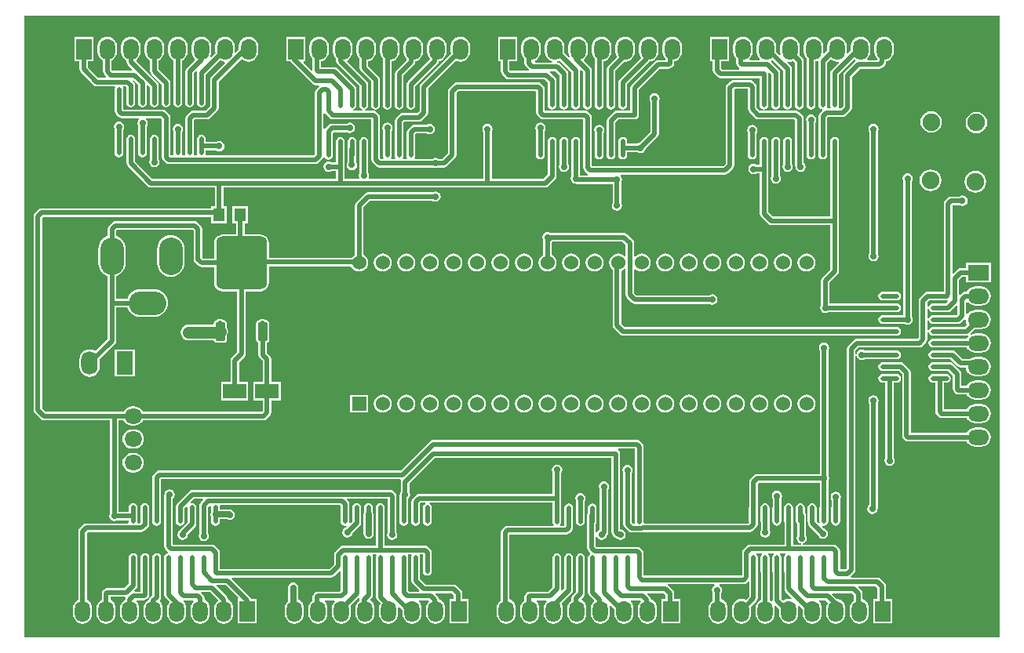
<source format=gtl>
G04*
G04 #@! TF.GenerationSoftware,Altium Limited,Altium Designer,18.1.6 (161)*
G04*
G04 Layer_Physical_Order=1*
G04 Layer_Color=255*
%FSLAX25Y25*%
%MOIN*%
G70*
G01*
G75*
%ADD18O,0.02165X0.07874*%
%ADD19R,0.10039X0.06299*%
%ADD20R,0.05000X0.05500*%
G04:AMPARAMS|DCode=21|XSize=216.54mil|YSize=224.41mil|CornerRadius=27.07mil|HoleSize=0mil|Usage=FLASHONLY|Rotation=0.000|XOffset=0mil|YOffset=0mil|HoleType=Round|Shape=RoundedRectangle|*
%AMROUNDEDRECTD21*
21,1,0.21654,0.17028,0,0,0.0*
21,1,0.16240,0.22441,0,0,0.0*
1,1,0.05413,0.08120,-0.08514*
1,1,0.05413,-0.08120,-0.08514*
1,1,0.05413,-0.08120,0.08514*
1,1,0.05413,0.08120,0.08514*
%
%ADD21ROUNDEDRECTD21*%
G04:AMPARAMS|DCode=22|XSize=39.37mil|YSize=78.74mil|CornerRadius=4.92mil|HoleSize=0mil|Usage=FLASHONLY|Rotation=0.000|XOffset=0mil|YOffset=0mil|HoleType=Round|Shape=RoundedRectangle|*
%AMROUNDEDRECTD22*
21,1,0.03937,0.06890,0,0,0.0*
21,1,0.02953,0.07874,0,0,0.0*
1,1,0.00984,0.01476,-0.03445*
1,1,0.00984,-0.01476,-0.03445*
1,1,0.00984,-0.01476,0.03445*
1,1,0.00984,0.01476,0.03445*
%
%ADD22ROUNDEDRECTD22*%
%ADD23O,0.07874X0.02165*%
%ADD43C,0.02000*%
%ADD44C,0.05000*%
%ADD45C,0.02500*%
%ADD46R,0.06000X0.06000*%
%ADD47C,0.06000*%
%ADD48O,0.06500X0.09000*%
%ADD49R,0.06500X0.09000*%
%ADD50R,0.07000X0.10000*%
%ADD51O,0.07000X0.10000*%
%ADD52O,0.07500X0.06500*%
%ADD53O,0.09000X0.06500*%
%ADD54R,0.09000X0.06500*%
%ADD55C,0.07500*%
%ADD56O,0.16000X0.10000*%
%ADD57O,0.10000X0.16000*%
%ADD58C,0.02756*%
G36*
X560197Y143803D02*
X145803D01*
X145803Y408197D01*
X560197D01*
Y143803D01*
D02*
G37*
%LPC*%
G36*
X471000Y399335D02*
X469943Y399196D01*
X468958Y398788D01*
X468112Y398138D01*
X467462Y397292D01*
X467054Y396307D01*
X466915Y395250D01*
Y392750D01*
X467046Y391757D01*
X466920Y391637D01*
X466592Y391503D01*
X465085Y393010D01*
Y395250D01*
X464946Y396307D01*
X464538Y397292D01*
X463889Y398138D01*
X463042Y398788D01*
X462057Y399196D01*
X461000Y399335D01*
X459943Y399196D01*
X458957Y398788D01*
X458111Y398138D01*
X457462Y397292D01*
X457054Y396307D01*
X456915Y395250D01*
Y392750D01*
X457054Y391693D01*
X457462Y390707D01*
X458111Y389861D01*
X458180Y389809D01*
X458019Y389335D01*
X453980D01*
X453820Y389809D01*
X453889Y389861D01*
X454538Y390707D01*
X454946Y391693D01*
X455085Y392750D01*
Y395250D01*
X454946Y396307D01*
X454538Y397292D01*
X453889Y398138D01*
X453043Y398788D01*
X452057Y399196D01*
X451000Y399335D01*
X449943Y399196D01*
X448957Y398788D01*
X448111Y398138D01*
X447462Y397292D01*
X447054Y396307D01*
X446915Y395250D01*
Y392750D01*
X447054Y391693D01*
X447462Y390707D01*
X448111Y389861D01*
X448165Y389821D01*
Y388000D01*
X448304Y387298D01*
X448702Y386702D01*
X449202Y386202D01*
X449358Y386098D01*
X449479Y385419D01*
X449419Y385335D01*
X442260D01*
X441835Y385760D01*
Y388700D01*
X445050D01*
Y399300D01*
X436950D01*
Y388700D01*
X438165D01*
Y385000D01*
X438304Y384298D01*
X438702Y383702D01*
X440202Y382202D01*
X440798Y381804D01*
X441500Y381665D01*
X458165D01*
Y376408D01*
X458080Y375984D01*
Y370276D01*
X458227Y369541D01*
X458643Y368918D01*
X459265Y368502D01*
X460000Y368356D01*
X460735Y368502D01*
X461357Y368918D01*
X461773Y369541D01*
X461919Y370276D01*
Y375984D01*
X461835Y376408D01*
Y383500D01*
X461745Y383952D01*
X462206Y384198D01*
X463165Y383240D01*
Y376408D01*
X463081Y375984D01*
Y370276D01*
X463227Y369541D01*
X463643Y368918D01*
X464265Y368502D01*
X465000Y368356D01*
X465735Y368502D01*
X466357Y368918D01*
X466773Y369541D01*
X466920Y370276D01*
Y375984D01*
X466835Y376408D01*
Y384000D01*
X466696Y384702D01*
X466298Y385298D01*
X462959Y388636D01*
X463023Y389204D01*
X463042Y389212D01*
X463410Y389494D01*
X468165Y384740D01*
Y376408D01*
X468081Y375984D01*
Y370276D01*
X468227Y369541D01*
X468643Y368918D01*
X469265Y368502D01*
X470000Y368356D01*
X470735Y368502D01*
X471357Y368918D01*
X471773Y369541D01*
X471919Y370276D01*
Y375984D01*
X471835Y376408D01*
Y385500D01*
X471696Y386202D01*
X471298Y386798D01*
X469753Y388342D01*
X469887Y388669D01*
X470007Y388796D01*
X471000Y388665D01*
X472057Y388804D01*
X472441Y388963D01*
X473165Y388240D01*
Y376408D01*
X473080Y375984D01*
Y370276D01*
X473227Y369541D01*
X473643Y368918D01*
X474265Y368502D01*
X475000Y368356D01*
X475735Y368502D01*
X476357Y368918D01*
X476773Y369541D01*
X476920Y370276D01*
Y375984D01*
X476835Y376408D01*
Y389000D01*
X476696Y389702D01*
X476298Y390298D01*
X474933Y391662D01*
X474946Y391693D01*
X475085Y392750D01*
Y395250D01*
X474946Y396307D01*
X474538Y397292D01*
X473888Y398138D01*
X473042Y398788D01*
X472057Y399196D01*
X471000Y399335D01*
D02*
G37*
G36*
X381000D02*
X379943Y399196D01*
X378958Y398788D01*
X378112Y398138D01*
X377462Y397292D01*
X377054Y396307D01*
X376915Y395250D01*
Y392750D01*
X377054Y391693D01*
X377368Y390934D01*
X376945Y390651D01*
X375057Y392538D01*
X375085Y392750D01*
Y395250D01*
X374946Y396307D01*
X374538Y397292D01*
X373888Y398138D01*
X373042Y398788D01*
X372057Y399196D01*
X371000Y399335D01*
X369943Y399196D01*
X368957Y398788D01*
X368111Y398138D01*
X367462Y397292D01*
X367054Y396307D01*
X366915Y395250D01*
Y392750D01*
X367054Y391693D01*
X367462Y390707D01*
X368111Y389861D01*
X368957Y389212D01*
X369943Y388804D01*
X369831Y388335D01*
X362760D01*
X362626Y388499D01*
X362777Y389102D01*
X363042Y389212D01*
X363889Y389861D01*
X364538Y390707D01*
X364946Y391693D01*
X365085Y392750D01*
Y395250D01*
X364946Y396307D01*
X364538Y397292D01*
X363889Y398138D01*
X363042Y398788D01*
X362057Y399196D01*
X361000Y399335D01*
X359943Y399196D01*
X358958Y398788D01*
X358112Y398138D01*
X357462Y397292D01*
X357054Y396307D01*
X356915Y395250D01*
Y392750D01*
X357054Y391693D01*
X357462Y390707D01*
X358112Y389861D01*
X358165Y389821D01*
Y388000D01*
X358304Y387298D01*
X358702Y386702D01*
X360069Y385335D01*
X359881Y384835D01*
X352260D01*
X351835Y385260D01*
Y388700D01*
X355050D01*
Y399300D01*
X346950D01*
Y388700D01*
X348165D01*
Y384500D01*
X348304Y383798D01*
X348702Y383202D01*
X350202Y381702D01*
X350798Y381304D01*
X351500Y381165D01*
X366740D01*
X368165Y379740D01*
Y376408D01*
X368080Y375984D01*
Y370276D01*
X368227Y369541D01*
X368643Y368918D01*
X369265Y368502D01*
X370000Y368356D01*
X370735Y368502D01*
X371357Y368918D01*
X371773Y369541D01*
X371919Y370276D01*
Y375984D01*
X371835Y376408D01*
Y380500D01*
X371696Y381202D01*
X371298Y381798D01*
X368931Y384165D01*
X369119Y384665D01*
X371240D01*
X373165Y382740D01*
Y376408D01*
X373080Y375984D01*
Y370276D01*
X373227Y369541D01*
X373643Y368918D01*
X374265Y368502D01*
X375000Y368356D01*
X375735Y368502D01*
X376357Y368918D01*
X376773Y369541D01*
X376920Y370276D01*
Y375984D01*
X376835Y376408D01*
Y383500D01*
X376696Y384202D01*
X376298Y384798D01*
X373298Y387798D01*
X372702Y388196D01*
X372126Y388310D01*
X372057Y388804D01*
X373042Y389212D01*
X373127Y389277D01*
X378165Y384240D01*
Y376408D01*
X378081Y375984D01*
Y370276D01*
X378227Y369541D01*
X378643Y368918D01*
X379265Y368502D01*
X380000Y368356D01*
X380735Y368502D01*
X381357Y368918D01*
X381773Y369541D01*
X381920Y370276D01*
Y375984D01*
X381835Y376408D01*
Y384862D01*
X382180Y385058D01*
X382323Y385082D01*
X383165Y384240D01*
Y376408D01*
X383081Y375984D01*
Y370276D01*
X383227Y369541D01*
X383643Y368918D01*
X384265Y368502D01*
X385000Y368356D01*
X385735Y368502D01*
X386357Y368918D01*
X386773Y369541D01*
X386919Y370276D01*
Y375984D01*
X386835Y376408D01*
Y385000D01*
X386696Y385702D01*
X386298Y386298D01*
X383503Y389092D01*
X383536Y389591D01*
X383889Y389861D01*
X384538Y390707D01*
X384946Y391693D01*
X385085Y392750D01*
Y395250D01*
X384946Y396307D01*
X384538Y397292D01*
X383889Y398138D01*
X383043Y398788D01*
X382057Y399196D01*
X381000Y399335D01*
D02*
G37*
G36*
X511000D02*
X509943Y399196D01*
X508957Y398788D01*
X508111Y398138D01*
X507462Y397292D01*
X507054Y396307D01*
X506915Y395250D01*
Y392750D01*
X507054Y391693D01*
X507462Y390707D01*
X508111Y389861D01*
X508165Y389821D01*
Y389335D01*
X503980D01*
X503820Y389809D01*
X503889Y389861D01*
X504538Y390707D01*
X504946Y391693D01*
X505085Y392750D01*
Y395250D01*
X504946Y396307D01*
X504538Y397292D01*
X503889Y398138D01*
X503043Y398788D01*
X502057Y399196D01*
X501000Y399335D01*
X499943Y399196D01*
X498957Y398788D01*
X498111Y398138D01*
X497462Y397292D01*
X497054Y396307D01*
X496915Y395250D01*
Y393511D01*
X495504Y392099D01*
X495030Y392333D01*
X495085Y392750D01*
Y395250D01*
X494946Y396307D01*
X494538Y397292D01*
X493889Y398138D01*
X493043Y398788D01*
X492057Y399196D01*
X491000Y399335D01*
X489943Y399196D01*
X488958Y398788D01*
X488111Y398138D01*
X487462Y397292D01*
X487054Y396307D01*
X486915Y395250D01*
Y393511D01*
X485504Y392099D01*
X485030Y392333D01*
X485085Y392750D01*
Y395250D01*
X484946Y396307D01*
X484538Y397292D01*
X483888Y398138D01*
X483042Y398788D01*
X482057Y399196D01*
X481000Y399335D01*
X479943Y399196D01*
X478958Y398788D01*
X478112Y398138D01*
X477462Y397292D01*
X477054Y396307D01*
X476915Y395250D01*
Y392750D01*
X477054Y391693D01*
X477462Y390707D01*
X478112Y389861D01*
X478165Y389821D01*
Y376408D01*
X478081Y375984D01*
Y370276D01*
X478227Y369541D01*
X478643Y368918D01*
X479265Y368502D01*
X480000Y368356D01*
X480735Y368502D01*
X481357Y368918D01*
X481773Y369541D01*
X481919Y370276D01*
Y375984D01*
X481835Y376408D01*
Y388775D01*
X482057Y388804D01*
X482681Y389063D01*
X482703Y389060D01*
X483165Y388722D01*
Y376408D01*
X483080Y375984D01*
Y370276D01*
X483227Y369541D01*
X483643Y368918D01*
X484265Y368502D01*
X484627Y368430D01*
X484792Y367888D01*
X483702Y366798D01*
X483304Y366202D01*
X483165Y365500D01*
Y355148D01*
X483080Y354724D01*
Y349016D01*
X483227Y348281D01*
X483643Y347658D01*
X484265Y347242D01*
X485000Y347096D01*
X485735Y347242D01*
X486357Y347658D01*
X486773Y348281D01*
X486919Y349016D01*
Y354724D01*
X486835Y355148D01*
Y364740D01*
X487260Y365165D01*
X493500D01*
X494202Y365304D01*
X494798Y365702D01*
X496798Y367702D01*
X497196Y368298D01*
X497335Y369000D01*
Y382240D01*
X500760Y385665D01*
X509000D01*
X509702Y385804D01*
X510298Y386202D01*
X511298Y387202D01*
X511696Y387798D01*
X511835Y388500D01*
Y388775D01*
X512057Y388804D01*
X513042Y389212D01*
X513889Y389861D01*
X514538Y390707D01*
X514946Y391693D01*
X515085Y392750D01*
Y395250D01*
X514946Y396307D01*
X514538Y397292D01*
X513889Y398138D01*
X513042Y398788D01*
X512057Y399196D01*
X511000Y399335D01*
D02*
G37*
G36*
X401000D02*
X399943Y399196D01*
X398957Y398788D01*
X398112Y398138D01*
X397462Y397292D01*
X397054Y396307D01*
X396915Y395250D01*
Y392750D01*
X397054Y391693D01*
X397462Y390707D01*
X397527Y390623D01*
X393702Y386798D01*
X393304Y386202D01*
X393165Y385500D01*
Y376408D01*
X393080Y375984D01*
Y370276D01*
X393227Y369541D01*
X393643Y368918D01*
X394265Y368502D01*
X395000Y368356D01*
X395735Y368502D01*
X396357Y368918D01*
X396773Y369541D01*
X396919Y370276D01*
Y375984D01*
X396835Y376408D01*
Y384740D01*
X400788Y388693D01*
X401000Y388665D01*
X402057Y388804D01*
X403043Y389212D01*
X403889Y389861D01*
X404538Y390707D01*
X404946Y391693D01*
X405085Y392750D01*
Y395250D01*
X404946Y396307D01*
X404538Y397292D01*
X403889Y398138D01*
X403043Y398788D01*
X402057Y399196D01*
X401000Y399335D01*
D02*
G37*
G36*
X211000D02*
X209943Y399196D01*
X208958Y398788D01*
X208112Y398138D01*
X207462Y397292D01*
X207054Y396307D01*
X206915Y395250D01*
Y392750D01*
X207054Y391693D01*
X207462Y390707D01*
X208112Y389861D01*
X208958Y389212D01*
X209165Y389126D01*
Y377278D01*
X209081Y376854D01*
Y371146D01*
X209227Y370411D01*
X209643Y369788D01*
X210265Y369372D01*
X211000Y369226D01*
X211735Y369372D01*
X212357Y369788D01*
X212773Y370411D01*
X212919Y371146D01*
Y376854D01*
X212835Y377278D01*
Y389126D01*
X213042Y389212D01*
X213889Y389861D01*
X214538Y390707D01*
X214946Y391693D01*
X215085Y392750D01*
Y395250D01*
X214946Y396307D01*
X214538Y397292D01*
X213889Y398138D01*
X213042Y398788D01*
X212057Y399196D01*
X211000Y399335D01*
D02*
G37*
G36*
X201000D02*
X199943Y399196D01*
X198958Y398788D01*
X198111Y398138D01*
X197462Y397292D01*
X197054Y396307D01*
X196915Y395250D01*
Y392750D01*
X197054Y391693D01*
X197462Y390707D01*
X198111Y389861D01*
X198958Y389212D01*
X199165Y389126D01*
Y384500D01*
X199304Y383798D01*
X199702Y383202D01*
X204165Y378740D01*
Y377278D01*
X204080Y376854D01*
Y371146D01*
X204227Y370411D01*
X204643Y369788D01*
X205265Y369372D01*
X206000Y369226D01*
X206735Y369372D01*
X207357Y369788D01*
X207773Y370411D01*
X207920Y371146D01*
Y376854D01*
X207835Y377278D01*
Y379500D01*
X207696Y380202D01*
X207298Y380798D01*
X202835Y385260D01*
Y389126D01*
X203043Y389212D01*
X203889Y389861D01*
X204538Y390707D01*
X204946Y391693D01*
X205085Y392750D01*
Y395250D01*
X204946Y396307D01*
X204538Y397292D01*
X203889Y398138D01*
X203043Y398788D01*
X202057Y399196D01*
X201000Y399335D01*
D02*
G37*
G36*
X411000D02*
X409943Y399196D01*
X408957Y398788D01*
X408111Y398138D01*
X407462Y397292D01*
X407054Y396307D01*
X406915Y395250D01*
Y392750D01*
X407054Y391693D01*
X407462Y390707D01*
X407744Y390340D01*
X398702Y381298D01*
X398304Y380702D01*
X398165Y380000D01*
Y376408D01*
X398080Y375984D01*
Y370276D01*
X398227Y369541D01*
X398643Y368918D01*
X399265Y368502D01*
X400000Y368356D01*
X400735Y368502D01*
X401357Y368918D01*
X401773Y369541D01*
X401920Y370276D01*
Y375984D01*
X401835Y376408D01*
Y379240D01*
X411298Y388702D01*
X411299Y388704D01*
X412057Y388804D01*
X413042Y389212D01*
X413889Y389861D01*
X414538Y390707D01*
X414946Y391693D01*
X415085Y392750D01*
Y395250D01*
X414946Y396307D01*
X414538Y397292D01*
X413889Y398138D01*
X413042Y398788D01*
X412057Y399196D01*
X411000Y399335D01*
D02*
G37*
G36*
X391000D02*
X389943Y399196D01*
X388958Y398788D01*
X388111Y398138D01*
X387462Y397292D01*
X387054Y396307D01*
X386915Y395250D01*
Y392750D01*
X387054Y391693D01*
X387462Y390707D01*
X388111Y389861D01*
X388165Y389821D01*
Y376408D01*
X388081Y375984D01*
Y370276D01*
X388227Y369541D01*
X388643Y368918D01*
X389265Y368502D01*
X390000Y368356D01*
X390735Y368502D01*
X391357Y368918D01*
X391773Y369541D01*
X391919Y370276D01*
Y375984D01*
X391835Y376408D01*
Y388775D01*
X392057Y388804D01*
X393042Y389212D01*
X393888Y389861D01*
X394538Y390707D01*
X394946Y391693D01*
X395085Y392750D01*
Y395250D01*
X394946Y396307D01*
X394538Y397292D01*
X393888Y398138D01*
X393042Y398788D01*
X392057Y399196D01*
X391000Y399335D01*
D02*
G37*
G36*
X321000D02*
X319943Y399196D01*
X318957Y398788D01*
X318111Y398138D01*
X317462Y397292D01*
X317054Y396307D01*
X316915Y395250D01*
Y392750D01*
X317054Y391693D01*
X317462Y390707D01*
X318111Y389861D01*
X317842Y389438D01*
X308702Y380298D01*
X308304Y379702D01*
X308165Y379000D01*
Y376278D01*
X308081Y375854D01*
Y370146D01*
X308227Y369411D01*
X308643Y368788D01*
X309265Y368372D01*
X310000Y368226D01*
X310735Y368372D01*
X311357Y368788D01*
X311773Y369411D01*
X311919Y370146D01*
Y375854D01*
X311835Y376278D01*
Y378240D01*
X321298Y387702D01*
X321696Y388298D01*
X321789Y388769D01*
X322057Y388804D01*
X323042Y389212D01*
X323888Y389861D01*
X324538Y390707D01*
X324946Y391693D01*
X325085Y392750D01*
Y395250D01*
X324946Y396307D01*
X324538Y397292D01*
X323888Y398138D01*
X323042Y398788D01*
X322057Y399196D01*
X321000Y399335D01*
D02*
G37*
G36*
X311000D02*
X309943Y399196D01*
X308958Y398788D01*
X308112Y398138D01*
X307462Y397292D01*
X307054Y396307D01*
X306915Y395250D01*
Y392750D01*
X307054Y391693D01*
X307462Y390707D01*
X308112Y389861D01*
X308165Y389821D01*
Y389260D01*
X303702Y384798D01*
X303304Y384202D01*
X303165Y383500D01*
Y376278D01*
X303081Y375854D01*
Y370146D01*
X303227Y369411D01*
X303643Y368788D01*
X304265Y368372D01*
X305000Y368226D01*
X305735Y368372D01*
X306357Y368788D01*
X306773Y369411D01*
X306920Y370146D01*
Y375854D01*
X306835Y376278D01*
Y382740D01*
X311298Y387202D01*
X311696Y387798D01*
X311835Y388500D01*
Y388775D01*
X312057Y388804D01*
X313042Y389212D01*
X313889Y389861D01*
X314538Y390707D01*
X314946Y391693D01*
X315085Y392750D01*
Y395250D01*
X314946Y396307D01*
X314538Y397292D01*
X313889Y398138D01*
X313042Y398788D01*
X312057Y399196D01*
X311000Y399335D01*
D02*
G37*
G36*
X301000D02*
X299943Y399196D01*
X298957Y398788D01*
X298112Y398138D01*
X297462Y397292D01*
X297054Y396307D01*
X296915Y395250D01*
Y392750D01*
X297054Y391693D01*
X297462Y390707D01*
X298112Y389861D01*
X298165Y389821D01*
Y376278D01*
X298080Y375854D01*
Y370146D01*
X298227Y369411D01*
X298643Y368788D01*
X299265Y368372D01*
X300000Y368226D01*
X300735Y368372D01*
X301357Y368788D01*
X301773Y369411D01*
X301920Y370146D01*
Y375854D01*
X301835Y376278D01*
Y388775D01*
X302057Y388804D01*
X303043Y389212D01*
X303889Y389861D01*
X304538Y390707D01*
X304946Y391693D01*
X305085Y392750D01*
Y395250D01*
X304946Y396307D01*
X304538Y397292D01*
X303889Y398138D01*
X303043Y398788D01*
X302057Y399196D01*
X301000Y399335D01*
D02*
G37*
G36*
X291000D02*
X289943Y399196D01*
X288958Y398788D01*
X288111Y398138D01*
X287462Y397292D01*
X287054Y396307D01*
X286915Y395250D01*
Y392750D01*
X287054Y391693D01*
X287462Y390707D01*
X288111Y389861D01*
X288165Y389821D01*
Y386000D01*
X288304Y385298D01*
X288702Y384702D01*
X293165Y380240D01*
Y376278D01*
X293080Y375854D01*
Y370146D01*
X293227Y369411D01*
X293643Y368788D01*
X294265Y368372D01*
X295000Y368226D01*
X295735Y368372D01*
X296357Y368788D01*
X296773Y369411D01*
X296919Y370146D01*
Y375854D01*
X296835Y376278D01*
Y381000D01*
X296696Y381702D01*
X296298Y382298D01*
X291835Y386760D01*
Y388775D01*
X292057Y388804D01*
X293042Y389212D01*
X293888Y389861D01*
X294538Y390707D01*
X294946Y391693D01*
X295085Y392750D01*
Y395250D01*
X294946Y396307D01*
X294538Y397292D01*
X293888Y398138D01*
X293042Y398788D01*
X292057Y399196D01*
X291000Y399335D01*
D02*
G37*
G36*
X531000Y367589D02*
X529812Y367433D01*
X528705Y366974D01*
X527755Y366245D01*
X527026Y365295D01*
X526567Y364188D01*
X526411Y363000D01*
X526567Y361812D01*
X527026Y360705D01*
X527755Y359755D01*
X528705Y359026D01*
X529812Y358567D01*
X531000Y358411D01*
X532188Y358567D01*
X533295Y359026D01*
X534245Y359755D01*
X534974Y360705D01*
X535433Y361812D01*
X535589Y363000D01*
X535433Y364188D01*
X534974Y365295D01*
X534245Y366245D01*
X533295Y366974D01*
X532188Y367433D01*
X531000Y367589D01*
D02*
G37*
G36*
X550200Y367289D02*
X549012Y367133D01*
X547905Y366674D01*
X546955Y365945D01*
X546226Y364995D01*
X545767Y363888D01*
X545611Y362700D01*
X545767Y361512D01*
X546226Y360405D01*
X546955Y359455D01*
X547905Y358726D01*
X549012Y358267D01*
X550200Y358111D01*
X551388Y358267D01*
X552495Y358726D01*
X553445Y359455D01*
X554174Y360405D01*
X554633Y361512D01*
X554789Y362700D01*
X554633Y363888D01*
X554174Y364995D01*
X553445Y365945D01*
X552495Y366674D01*
X551388Y367133D01*
X550200Y367289D01*
D02*
G37*
G36*
X413500Y375221D02*
X412650Y375052D01*
X411930Y374570D01*
X411448Y373850D01*
X411279Y373000D01*
X411448Y372150D01*
X411665Y371827D01*
Y358760D01*
X407032Y354128D01*
X406650Y354052D01*
X406132Y353705D01*
X401920D01*
Y354724D01*
X401773Y355459D01*
X401357Y356082D01*
X400735Y356498D01*
X400000Y356644D01*
X399265Y356498D01*
X398643Y356082D01*
X398227Y355459D01*
X398080Y354724D01*
Y349016D01*
X398227Y348281D01*
X398643Y347658D01*
X399265Y347242D01*
X400000Y347096D01*
X400735Y347242D01*
X401357Y347658D01*
X401773Y348281D01*
X401920Y349016D01*
Y350035D01*
X406521D01*
X406650Y349948D01*
X407500Y349779D01*
X408350Y349948D01*
X409070Y350430D01*
X409552Y351150D01*
X409627Y351532D01*
X414798Y356702D01*
X415196Y357298D01*
X415335Y358000D01*
Y371827D01*
X415552Y372150D01*
X415721Y373000D01*
X415552Y373850D01*
X415070Y374570D01*
X414350Y375052D01*
X413500Y375221D01*
D02*
G37*
G36*
X186000Y363221D02*
X185150Y363052D01*
X184430Y362570D01*
X183948Y361850D01*
X183779Y361000D01*
X183948Y360150D01*
X184165Y359826D01*
Y356018D01*
X184080Y355594D01*
Y349886D01*
X184227Y349151D01*
X184643Y348529D01*
X185265Y348112D01*
X186000Y347966D01*
X186735Y348112D01*
X187357Y348529D01*
X187773Y349151D01*
X187920Y349886D01*
Y355594D01*
X187835Y356018D01*
Y359826D01*
X188052Y360150D01*
X188221Y361000D01*
X188052Y361850D01*
X187570Y362570D01*
X186850Y363052D01*
X186000Y363221D01*
D02*
G37*
G36*
X331000Y399335D02*
X329943Y399196D01*
X328958Y398788D01*
X328112Y398138D01*
X327462Y397292D01*
X327054Y396307D01*
X326915Y395250D01*
Y392750D01*
X327001Y392096D01*
X314202Y379298D01*
X313804Y378702D01*
X313665Y378000D01*
Y367760D01*
X312740Y366835D01*
X306500D01*
X305798Y366696D01*
X305202Y366298D01*
X303702Y364798D01*
X303304Y364202D01*
X303165Y363500D01*
Y355018D01*
X303081Y354594D01*
Y348886D01*
X303227Y348151D01*
X303438Y347835D01*
X303170Y347335D01*
X301830D01*
X301562Y347835D01*
X301773Y348151D01*
X301920Y348886D01*
Y354594D01*
X301835Y355018D01*
Y359327D01*
X302052Y359650D01*
X302221Y360500D01*
X302052Y361350D01*
X301570Y362070D01*
X300850Y362552D01*
X300000Y362721D01*
X299150Y362552D01*
X298430Y362070D01*
X297948Y361350D01*
X297779Y360500D01*
X297948Y359650D01*
X298165Y359327D01*
Y355018D01*
X298080Y354594D01*
Y348886D01*
X298227Y348151D01*
X298438Y347835D01*
X298170Y347335D01*
X297260D01*
X296835Y347760D01*
Y348462D01*
X296919Y348886D01*
Y354594D01*
X296835Y355018D01*
Y365000D01*
X296696Y365702D01*
X296298Y366298D01*
X295298Y367298D01*
X294702Y367696D01*
X294000Y367835D01*
X290598D01*
X290549Y368335D01*
X290735Y368372D01*
X291357Y368788D01*
X291773Y369411D01*
X291919Y370146D01*
Y375854D01*
X291835Y376278D01*
Y379000D01*
X291696Y379702D01*
X291298Y380298D01*
X282894Y388701D01*
X282979Y389127D01*
X283069Y389233D01*
X283889Y389861D01*
X284538Y390707D01*
X284946Y391693D01*
X285085Y392750D01*
Y395250D01*
X284946Y396307D01*
X284538Y397292D01*
X283889Y398138D01*
X283043Y398788D01*
X282057Y399196D01*
X281000Y399335D01*
X279943Y399196D01*
X278958Y398788D01*
X278112Y398138D01*
X277462Y397292D01*
X277054Y396307D01*
X276915Y395250D01*
Y392750D01*
X277054Y391693D01*
X277462Y390707D01*
X278112Y389861D01*
X278165Y389821D01*
Y389000D01*
X278304Y388298D01*
X278702Y387702D01*
X288165Y378240D01*
Y376278D01*
X288081Y375854D01*
Y370146D01*
X288227Y369411D01*
X288643Y368788D01*
X289265Y368372D01*
X289451Y368335D01*
X289402Y367835D01*
X285598D01*
X285549Y368335D01*
X285735Y368372D01*
X286357Y368788D01*
X286773Y369411D01*
X286919Y370146D01*
Y375854D01*
X286835Y376278D01*
Y377000D01*
X286696Y377702D01*
X286298Y378298D01*
X278798Y385798D01*
X278202Y386196D01*
X277500Y386335D01*
X271835D01*
Y388775D01*
X272057Y388804D01*
X273042Y389212D01*
X273888Y389861D01*
X274538Y390707D01*
X274946Y391693D01*
X275085Y392750D01*
Y395250D01*
X274946Y396307D01*
X274538Y397292D01*
X273888Y398138D01*
X273042Y398788D01*
X272057Y399196D01*
X271000Y399335D01*
X269943Y399196D01*
X268957Y398788D01*
X268111Y398138D01*
X267462Y397292D01*
X267054Y396307D01*
X266915Y395250D01*
Y392750D01*
X267054Y391693D01*
X267462Y390707D01*
X268111Y389861D01*
X268165Y389821D01*
Y385138D01*
X267820Y384942D01*
X267677Y384918D01*
X264357Y388238D01*
X264549Y388700D01*
X265050D01*
Y399300D01*
X256950D01*
Y388700D01*
X258705D01*
X268202Y379202D01*
X268798Y378804D01*
X269500Y378665D01*
X270881D01*
X271069Y378165D01*
X269702Y376798D01*
X269304Y376202D01*
X269165Y375500D01*
Y349260D01*
X268740Y348835D01*
X223118D01*
X222810Y349335D01*
X222920Y349886D01*
Y350905D01*
X227397D01*
X227721Y350689D01*
X228571Y350519D01*
X229421Y350689D01*
X230141Y351170D01*
X230622Y351890D01*
X230791Y352740D01*
X230622Y353590D01*
X230141Y354310D01*
X229421Y354792D01*
X228571Y354961D01*
X227721Y354792D01*
X227397Y354575D01*
X222920D01*
Y355594D01*
X222773Y356329D01*
X222357Y356952D01*
X221735Y357368D01*
X221000Y357514D01*
X220265Y357368D01*
X219643Y356952D01*
X219227Y356329D01*
X219080Y355594D01*
Y349886D01*
X219190Y349335D01*
X218882Y348835D01*
X218118D01*
X217810Y349335D01*
X217919Y349886D01*
Y355594D01*
X217835Y356018D01*
Y363740D01*
X218260Y364165D01*
X223500D01*
X224202Y364304D01*
X224798Y364702D01*
X227798Y367702D01*
X228196Y368298D01*
X228335Y369000D01*
Y380240D01*
X237966Y389871D01*
X238111Y389861D01*
X238958Y389212D01*
X239943Y388804D01*
X241000Y388665D01*
X242057Y388804D01*
X243042Y389212D01*
X243888Y389861D01*
X244538Y390707D01*
X244946Y391693D01*
X245085Y392750D01*
Y395250D01*
X244946Y396307D01*
X244538Y397292D01*
X243888Y398138D01*
X243042Y398788D01*
X242057Y399196D01*
X241000Y399335D01*
X239943Y399196D01*
X238958Y398788D01*
X238111Y398138D01*
X237462Y397292D01*
X237054Y396307D01*
X236915Y395250D01*
Y394010D01*
X235536Y392631D01*
X235085Y392887D01*
Y395250D01*
X234946Y396307D01*
X234538Y397292D01*
X233889Y398138D01*
X233043Y398788D01*
X232057Y399196D01*
X231000Y399335D01*
X229943Y399196D01*
X228958Y398788D01*
X228112Y398138D01*
X227462Y397292D01*
X227054Y396307D01*
X226915Y395250D01*
Y392750D01*
X226943Y392538D01*
X225055Y390651D01*
X224632Y390934D01*
X224946Y391693D01*
X225085Y392750D01*
Y395250D01*
X224946Y396307D01*
X224538Y397292D01*
X223888Y398138D01*
X223042Y398788D01*
X222057Y399196D01*
X221000Y399335D01*
X219943Y399196D01*
X218957Y398788D01*
X218111Y398138D01*
X217462Y397292D01*
X217054Y396307D01*
X216915Y395250D01*
Y392750D01*
X217054Y391693D01*
X217462Y390707D01*
X218111Y389861D01*
X218181Y389808D01*
X218214Y389309D01*
X214702Y385798D01*
X214304Y385202D01*
X214165Y384500D01*
Y377278D01*
X214081Y376854D01*
Y371146D01*
X214227Y370411D01*
X214643Y369788D01*
X215265Y369372D01*
X216000Y369226D01*
X216735Y369372D01*
X217357Y369788D01*
X217773Y370411D01*
X217919Y371146D01*
Y376854D01*
X217835Y377278D01*
Y383740D01*
X218794Y384698D01*
X218885Y384677D01*
X219255Y384452D01*
X219165Y384000D01*
Y377278D01*
X219080Y376854D01*
Y371146D01*
X219227Y370411D01*
X219643Y369788D01*
X220265Y369372D01*
X221000Y369226D01*
X221735Y369372D01*
X222357Y369788D01*
X222773Y370411D01*
X222920Y371146D01*
Y376854D01*
X222835Y377278D01*
Y383240D01*
X228873Y389277D01*
X228958Y389212D01*
X229943Y388804D01*
X230878Y388681D01*
X231125Y388220D01*
X225202Y382298D01*
X224804Y381702D01*
X224665Y381000D01*
Y369760D01*
X222740Y367835D01*
X217500D01*
X216798Y367696D01*
X216202Y367298D01*
X214702Y365798D01*
X214304Y365202D01*
X214165Y364500D01*
Y356018D01*
X214081Y355594D01*
Y349886D01*
X214190Y349335D01*
X213882Y348835D01*
X213118D01*
X212810Y349335D01*
X212919Y349886D01*
Y355594D01*
X212835Y356018D01*
Y358826D01*
X213052Y359150D01*
X213221Y360000D01*
X213052Y360850D01*
X212570Y361570D01*
X211850Y362052D01*
X211000Y362221D01*
X210150Y362052D01*
X209430Y361570D01*
X208948Y360850D01*
X208779Y360000D01*
X208948Y359150D01*
X209165Y358826D01*
Y356018D01*
X209081Y355594D01*
Y349886D01*
X209190Y349335D01*
X208882Y348835D01*
X207835D01*
Y349462D01*
X207920Y349886D01*
Y355594D01*
X207835Y356018D01*
Y365000D01*
X207696Y365702D01*
X207298Y366298D01*
X205798Y367798D01*
X205202Y368196D01*
X204500Y368335D01*
X187835D01*
Y370722D01*
X187920Y371146D01*
Y376854D01*
X187773Y377589D01*
X187683Y377724D01*
X187919Y378165D01*
X188740D01*
X189165Y377740D01*
Y377278D01*
X189080Y376854D01*
Y371146D01*
X189227Y370411D01*
X189643Y369788D01*
X190265Y369372D01*
X191000Y369226D01*
X191735Y369372D01*
X192357Y369788D01*
X192773Y370411D01*
X192920Y371146D01*
Y376854D01*
X192835Y377278D01*
Y378500D01*
X192696Y379202D01*
X192298Y379798D01*
X191763Y380333D01*
X191927Y380875D01*
X192012Y380892D01*
X194165Y378740D01*
Y377278D01*
X194080Y376854D01*
Y371146D01*
X194227Y370411D01*
X194643Y369788D01*
X195265Y369372D01*
X196000Y369226D01*
X196735Y369372D01*
X197357Y369788D01*
X197773Y370411D01*
X197920Y371146D01*
Y376854D01*
X197835Y377278D01*
Y378416D01*
X198297Y378607D01*
X199165Y377740D01*
Y377278D01*
X199080Y376854D01*
Y371146D01*
X199227Y370411D01*
X199643Y369788D01*
X200265Y369372D01*
X201000Y369226D01*
X201735Y369372D01*
X202357Y369788D01*
X202773Y370411D01*
X202920Y371146D01*
Y376854D01*
X202835Y377278D01*
Y378500D01*
X202696Y379202D01*
X202298Y379798D01*
X193294Y388802D01*
X193352Y389450D01*
X193888Y389861D01*
X194538Y390707D01*
X194946Y391693D01*
X195085Y392750D01*
Y395250D01*
X194946Y396307D01*
X194538Y397292D01*
X193888Y398138D01*
X193043Y398788D01*
X192057Y399196D01*
X191000Y399335D01*
X189943Y399196D01*
X188958Y398788D01*
X188111Y398138D01*
X187462Y397292D01*
X187054Y396307D01*
X186915Y395250D01*
Y392750D01*
X187054Y391693D01*
X187462Y390707D01*
X188111Y389861D01*
X188958Y389212D01*
X189165Y389126D01*
Y388500D01*
X189304Y387798D01*
X189702Y387202D01*
X191607Y385297D01*
X191416Y384835D01*
X183260D01*
X182835Y385260D01*
Y389126D01*
X183043Y389212D01*
X183888Y389861D01*
X184538Y390707D01*
X184946Y391693D01*
X185085Y392750D01*
Y395250D01*
X184946Y396307D01*
X184538Y397292D01*
X183888Y398138D01*
X183043Y398788D01*
X182057Y399196D01*
X181000Y399335D01*
X179943Y399196D01*
X178957Y398788D01*
X178112Y398138D01*
X177462Y397292D01*
X177054Y396307D01*
X176915Y395250D01*
Y392750D01*
X177054Y391693D01*
X177462Y390707D01*
X178112Y389861D01*
X178957Y389212D01*
X179165Y389126D01*
Y384500D01*
X179304Y383798D01*
X179702Y383202D01*
X180607Y382297D01*
X180416Y381835D01*
X177260D01*
X172835Y386260D01*
Y388700D01*
X175050D01*
Y399300D01*
X166950D01*
Y388700D01*
X169165D01*
Y385500D01*
X169304Y384798D01*
X169702Y384202D01*
X175202Y378702D01*
X175798Y378304D01*
X176500Y378165D01*
X184081D01*
X184317Y377724D01*
X184227Y377589D01*
X184080Y376854D01*
Y371146D01*
X184165Y370722D01*
Y367500D01*
X184304Y366798D01*
X184702Y366202D01*
X185702Y365202D01*
X186298Y364804D01*
X187000Y364665D01*
X194420D01*
X194571Y364165D01*
X194430Y364070D01*
X193948Y363350D01*
X193779Y362500D01*
X193948Y361650D01*
X194165Y361327D01*
Y356018D01*
X194080Y355594D01*
Y349886D01*
X194227Y349151D01*
X194643Y348529D01*
X195265Y348112D01*
X196000Y347966D01*
X196735Y348112D01*
X197357Y348529D01*
X197773Y349151D01*
X197920Y349886D01*
Y355594D01*
X197835Y356018D01*
Y361327D01*
X198052Y361650D01*
X198221Y362500D01*
X198052Y363350D01*
X197570Y364070D01*
X197429Y364165D01*
X197580Y364665D01*
X203740D01*
X204165Y364240D01*
Y356018D01*
X204080Y355594D01*
Y349886D01*
X204165Y349462D01*
Y348000D01*
X204304Y347298D01*
X204702Y346702D01*
X205702Y345702D01*
X206298Y345304D01*
X207000Y345165D01*
X269500D01*
X270202Y345304D01*
X270798Y345702D01*
X272298Y347202D01*
X272696Y347798D01*
X272744Y348042D01*
X273038Y348108D01*
X273264Y348095D01*
X273643Y347529D01*
X274265Y347112D01*
X275000Y346966D01*
X275735Y347112D01*
X276357Y347529D01*
X276773Y348151D01*
X276920Y348886D01*
Y354594D01*
X276835Y355018D01*
Y358240D01*
X277260Y358665D01*
X282826D01*
X283150Y358448D01*
X284000Y358279D01*
X284850Y358448D01*
X285570Y358930D01*
X286052Y359650D01*
X286221Y360500D01*
X286052Y361350D01*
X285570Y362070D01*
X284850Y362552D01*
X284000Y362721D01*
X283150Y362552D01*
X282826Y362335D01*
X276500D01*
X275798Y362196D01*
X275202Y361798D01*
X273702Y360298D01*
X273598Y360142D01*
X272919Y360021D01*
X272835Y360081D01*
Y366719D01*
X272919Y366779D01*
X273598Y366658D01*
X273702Y366502D01*
X275502Y364702D01*
X276098Y364304D01*
X276800Y364165D01*
X293165D01*
Y355018D01*
X293080Y354594D01*
Y348886D01*
X293165Y348462D01*
Y347000D01*
X293304Y346298D01*
X293702Y345702D01*
X295202Y344202D01*
X295798Y343804D01*
X296500Y343665D01*
X319376D01*
X319550Y343548D01*
X320400Y343379D01*
X321250Y343548D01*
X321424Y343665D01*
X324000D01*
X324702Y343804D01*
X325298Y344202D01*
X328798Y347702D01*
X329196Y348298D01*
X329335Y349000D01*
Y375240D01*
X330260Y376165D01*
X362932D01*
X363081Y375984D01*
Y370276D01*
X363165Y369852D01*
Y367000D01*
X363304Y366298D01*
X363702Y365702D01*
X364702Y364702D01*
X365298Y364304D01*
X366000Y364165D01*
X383165D01*
Y355148D01*
X383081Y354724D01*
Y349016D01*
X383165Y348592D01*
Y343500D01*
X383304Y342798D01*
X383702Y342202D01*
X384702Y341202D01*
X384858Y341098D01*
X384979Y340419D01*
X384919Y340335D01*
X381835D01*
Y348592D01*
X381920Y349016D01*
Y354724D01*
X381773Y355459D01*
X381357Y356082D01*
X380735Y356498D01*
X380000Y356644D01*
X379265Y356498D01*
X378643Y356082D01*
X378227Y355459D01*
X378081Y354724D01*
Y349016D01*
X378165Y348592D01*
Y340174D01*
X377948Y339850D01*
X377779Y339000D01*
X377948Y338150D01*
X378430Y337430D01*
X379150Y336948D01*
X379765Y336826D01*
X379798Y336804D01*
X380500Y336665D01*
X395665D01*
Y328674D01*
X395448Y328350D01*
X395279Y327500D01*
X395448Y326650D01*
X395930Y325930D01*
X396650Y325448D01*
X397500Y325279D01*
X398350Y325448D01*
X399070Y325930D01*
X399552Y326650D01*
X399721Y327500D01*
X399552Y328350D01*
X399335Y328674D01*
Y337327D01*
X399552Y337650D01*
X399721Y338500D01*
X399552Y339350D01*
X399070Y340070D01*
X398929Y340165D01*
X399080Y340665D01*
X443500D01*
X444202Y340804D01*
X444798Y341202D01*
X446798Y343202D01*
X447196Y343798D01*
X447335Y344500D01*
Y376740D01*
X447760Y377165D01*
X453165D01*
Y376408D01*
X453081Y375984D01*
Y370276D01*
X453165Y369852D01*
Y368500D01*
X453304Y367798D01*
X453702Y367202D01*
X456202Y364702D01*
X456798Y364304D01*
X457500Y364165D01*
X472740D01*
X473165Y363740D01*
Y355148D01*
X473080Y354724D01*
Y349016D01*
X473165Y348592D01*
Y344500D01*
X473304Y343798D01*
X473326Y343765D01*
X473448Y343150D01*
X473930Y342430D01*
X474650Y341948D01*
X475500Y341779D01*
X476350Y341948D01*
X477070Y342430D01*
X477552Y343150D01*
X477721Y344000D01*
X477552Y344850D01*
X477070Y345570D01*
X476835Y345727D01*
Y348592D01*
X476920Y349016D01*
Y354724D01*
X476835Y355148D01*
Y364500D01*
X476696Y365202D01*
X476298Y365798D01*
X474798Y367298D01*
X474202Y367696D01*
X473500Y367835D01*
X458260D01*
X456835Y369260D01*
Y369852D01*
X456919Y370276D01*
Y375984D01*
X456835Y376408D01*
Y378000D01*
X456696Y378702D01*
X456298Y379298D01*
X455298Y380298D01*
X454702Y380696D01*
X454000Y380835D01*
X447000D01*
X446298Y380696D01*
X445702Y380298D01*
X444202Y378798D01*
X443804Y378202D01*
X443665Y377500D01*
Y345260D01*
X442740Y344335D01*
X386835D01*
Y348592D01*
X386919Y349016D01*
Y354724D01*
X386835Y355148D01*
Y365000D01*
X386696Y365702D01*
X386298Y366298D01*
X385298Y367298D01*
X384702Y367696D01*
X384000Y367835D01*
X366835D01*
Y369852D01*
X366919Y370276D01*
Y375984D01*
X366835Y376408D01*
Y377000D01*
X366696Y377702D01*
X366298Y378298D01*
X365298Y379298D01*
X364702Y379696D01*
X364000Y379835D01*
X329500D01*
X328798Y379696D01*
X328202Y379298D01*
X326202Y377298D01*
X325804Y376702D01*
X325665Y376000D01*
Y349760D01*
X323240Y347335D01*
X321723D01*
X321250Y347652D01*
X320400Y347821D01*
X319550Y347652D01*
X319077Y347335D01*
X311830D01*
X311562Y347835D01*
X311773Y348151D01*
X311919Y348886D01*
Y354594D01*
X311835Y355018D01*
Y357740D01*
X312260Y358165D01*
X316827D01*
X317150Y357948D01*
X318000Y357779D01*
X318850Y357948D01*
X319570Y358430D01*
X320052Y359150D01*
X320221Y360000D01*
X320052Y360850D01*
X319570Y361570D01*
X318850Y362052D01*
X318000Y362221D01*
X317150Y362052D01*
X316827Y361835D01*
X311500D01*
X310798Y361696D01*
X310202Y361298D01*
X308702Y359798D01*
X308304Y359202D01*
X308165Y358500D01*
Y355018D01*
X308081Y354594D01*
Y348886D01*
X308227Y348151D01*
X308438Y347835D01*
X308170Y347335D01*
X306830D01*
X306562Y347835D01*
X306773Y348151D01*
X306920Y348886D01*
Y354594D01*
X306835Y355018D01*
Y362740D01*
X307260Y363165D01*
X313500D01*
X314202Y363304D01*
X314798Y363702D01*
X316798Y365702D01*
X317196Y366298D01*
X317335Y367000D01*
Y377240D01*
X329205Y389110D01*
X329943Y388804D01*
X331000Y388665D01*
X332057Y388804D01*
X333043Y389212D01*
X333889Y389861D01*
X334538Y390707D01*
X334946Y391693D01*
X335085Y392750D01*
Y395250D01*
X334946Y396307D01*
X334538Y397292D01*
X333889Y398138D01*
X333043Y398788D01*
X332057Y399196D01*
X331000Y399335D01*
D02*
G37*
G36*
X480000Y366221D02*
X479150Y366052D01*
X478430Y365570D01*
X477948Y364850D01*
X477779Y364000D01*
X477948Y363150D01*
X478165Y362826D01*
Y355148D01*
X478081Y354724D01*
Y349016D01*
X478227Y348281D01*
X478643Y347658D01*
X479265Y347242D01*
X480000Y347096D01*
X480735Y347242D01*
X481357Y347658D01*
X481773Y348281D01*
X481919Y349016D01*
Y354724D01*
X481835Y355148D01*
Y362826D01*
X482052Y363150D01*
X482221Y364000D01*
X482052Y364850D01*
X481570Y365570D01*
X480850Y366052D01*
X480000Y366221D01*
D02*
G37*
G36*
X455000Y361721D02*
X454150Y361552D01*
X453430Y361070D01*
X452948Y360350D01*
X452779Y359500D01*
X452948Y358650D01*
X453165Y358327D01*
Y355148D01*
X453081Y354724D01*
Y349016D01*
X453227Y348281D01*
X453643Y347658D01*
X454265Y347242D01*
X455000Y347096D01*
X455735Y347242D01*
X456357Y347658D01*
X456773Y348281D01*
X456919Y349016D01*
Y354724D01*
X456835Y355148D01*
Y358327D01*
X457052Y358650D01*
X457221Y359500D01*
X457052Y360350D01*
X456570Y361070D01*
X455850Y361552D01*
X455000Y361721D01*
D02*
G37*
G36*
X421000Y399335D02*
X419943Y399196D01*
X418958Y398788D01*
X418112Y398138D01*
X417462Y397292D01*
X417054Y396307D01*
X416915Y395250D01*
Y392750D01*
X417054Y391693D01*
X417462Y390707D01*
X418112Y389861D01*
X418165Y389821D01*
Y389335D01*
X415000D01*
X414298Y389196D01*
X413702Y388798D01*
X403702Y378798D01*
X403304Y378202D01*
X403165Y377500D01*
Y367835D01*
X397500D01*
X396798Y367696D01*
X396202Y367298D01*
X393702Y364798D01*
X393304Y364202D01*
X393165Y363500D01*
Y355148D01*
X393080Y354724D01*
Y349016D01*
X393227Y348281D01*
X393643Y347658D01*
X394265Y347242D01*
X395000Y347096D01*
X395735Y347242D01*
X396357Y347658D01*
X396773Y348281D01*
X396919Y349016D01*
Y354724D01*
X396835Y355148D01*
Y362740D01*
X398260Y364165D01*
X405000D01*
X405702Y364304D01*
X406298Y364702D01*
X406696Y365298D01*
X406835Y366000D01*
Y376740D01*
X415760Y385665D01*
X419500D01*
X420202Y385804D01*
X420798Y386202D01*
X421298Y386702D01*
X421696Y387298D01*
X421835Y388000D01*
Y388775D01*
X422057Y388804D01*
X423042Y389212D01*
X423888Y389861D01*
X424538Y390707D01*
X424946Y391693D01*
X425085Y392750D01*
Y395250D01*
X424946Y396307D01*
X424538Y397292D01*
X423888Y398138D01*
X423042Y398788D01*
X422057Y399196D01*
X421000Y399335D01*
D02*
G37*
G36*
X390000Y361821D02*
X389150Y361652D01*
X388430Y361170D01*
X387948Y360450D01*
X387779Y359600D01*
X387948Y358750D01*
X388165Y358426D01*
Y355148D01*
X388081Y354724D01*
Y349016D01*
X388227Y348281D01*
X388643Y347658D01*
X389265Y347242D01*
X390000Y347096D01*
X390735Y347242D01*
X391357Y347658D01*
X391773Y348281D01*
X391919Y349016D01*
Y354724D01*
X391835Y355148D01*
Y358426D01*
X392052Y358750D01*
X392221Y359600D01*
X392052Y360450D01*
X391570Y361170D01*
X390850Y361652D01*
X390000Y361821D01*
D02*
G37*
G36*
X365000Y362721D02*
X364150Y362552D01*
X363430Y362070D01*
X362948Y361350D01*
X362779Y360500D01*
X362948Y359650D01*
X363165Y359327D01*
Y355148D01*
X363081Y354724D01*
Y349016D01*
X363227Y348281D01*
X363643Y347658D01*
X364265Y347242D01*
X365000Y347096D01*
X365735Y347242D01*
X366357Y347658D01*
X366773Y348281D01*
X366919Y349016D01*
Y354724D01*
X366835Y355148D01*
Y359327D01*
X367052Y359650D01*
X367221Y360500D01*
X367052Y361350D01*
X366570Y362070D01*
X365850Y362552D01*
X365000Y362721D01*
D02*
G37*
G36*
X201000Y357514D02*
X200265Y357368D01*
X199643Y356952D01*
X199227Y356329D01*
X199080Y355594D01*
Y349886D01*
X199165Y349462D01*
Y347174D01*
X198948Y346850D01*
X198779Y346000D01*
X198948Y345150D01*
X199430Y344430D01*
X200150Y343948D01*
X201000Y343779D01*
X201850Y343948D01*
X202570Y344430D01*
X203052Y345150D01*
X203221Y346000D01*
X203052Y346850D01*
X202835Y347174D01*
Y349462D01*
X202920Y349886D01*
Y355594D01*
X202773Y356329D01*
X202357Y356952D01*
X201735Y357368D01*
X201000Y357514D01*
D02*
G37*
G36*
X285000Y356514D02*
X284265Y356368D01*
X283643Y355952D01*
X283227Y355329D01*
X283081Y354594D01*
Y351719D01*
X283065Y351640D01*
Y345873D01*
X282848Y345550D01*
X282679Y344700D01*
X282848Y343850D01*
X283330Y343130D01*
X284050Y342648D01*
X284900Y342479D01*
X285750Y342648D01*
X286470Y343130D01*
X286952Y343850D01*
X287121Y344700D01*
X286952Y345550D01*
X286735Y345873D01*
Y348094D01*
X286773Y348151D01*
X286919Y348886D01*
Y354594D01*
X286773Y355329D01*
X286357Y355952D01*
X285735Y356368D01*
X285000Y356514D01*
D02*
G37*
G36*
X470000Y356644D02*
X469265Y356498D01*
X468643Y356082D01*
X468227Y355459D01*
X468081Y354724D01*
Y349016D01*
X468165Y348592D01*
Y345174D01*
X467948Y344850D01*
X467779Y344000D01*
X467948Y343150D01*
X468430Y342430D01*
X469150Y341948D01*
X470000Y341779D01*
X470850Y341948D01*
X471570Y342430D01*
X472052Y343150D01*
X472221Y344000D01*
X472052Y344850D01*
X471835Y345174D01*
Y348592D01*
X471919Y349016D01*
Y354724D01*
X471773Y355459D01*
X471357Y356082D01*
X470735Y356498D01*
X470000Y356644D01*
D02*
G37*
G36*
X375000D02*
X374265Y356498D01*
X373643Y356082D01*
X373227Y355459D01*
X373080Y354724D01*
Y349016D01*
X373165Y348592D01*
Y345174D01*
X372948Y344850D01*
X372779Y344000D01*
X372948Y343150D01*
X373430Y342430D01*
X374150Y341948D01*
X375000Y341779D01*
X375850Y341948D01*
X376570Y342430D01*
X377052Y343150D01*
X377221Y344000D01*
X377052Y344850D01*
X376835Y345174D01*
Y348592D01*
X376920Y349016D01*
Y354724D01*
X376773Y355459D01*
X376357Y356082D01*
X375735Y356498D01*
X375000Y356644D01*
D02*
G37*
G36*
X342500Y362221D02*
X341650Y362052D01*
X340930Y361570D01*
X340448Y360850D01*
X340279Y360000D01*
X340448Y359150D01*
X340665Y358826D01*
Y338835D01*
X292238D01*
X292002Y339276D01*
X292052Y339350D01*
X292221Y340200D01*
X292052Y341050D01*
X291835Y341373D01*
Y348462D01*
X291919Y348886D01*
Y354594D01*
X291773Y355329D01*
X291357Y355952D01*
X290735Y356368D01*
X290000Y356514D01*
X289265Y356368D01*
X288643Y355952D01*
X288227Y355329D01*
X288081Y354594D01*
Y348886D01*
X288165Y348462D01*
Y341442D01*
X288004Y341202D01*
X287985Y341105D01*
X287948Y341050D01*
X287779Y340200D01*
X287948Y339350D01*
X287998Y339276D01*
X287762Y338835D01*
X281835D01*
Y344000D01*
Y348462D01*
X281920Y348886D01*
Y354594D01*
X281773Y355329D01*
X281357Y355952D01*
X280735Y356368D01*
X280000Y356514D01*
X279265Y356368D01*
X278643Y355952D01*
X278227Y355329D01*
X278081Y354594D01*
Y348886D01*
X278165Y348462D01*
Y345835D01*
X276173D01*
X275850Y346052D01*
X275000Y346221D01*
X274150Y346052D01*
X273430Y345570D01*
X272948Y344850D01*
X272779Y344000D01*
X272948Y343150D01*
X273430Y342430D01*
X274150Y341948D01*
X275000Y341779D01*
X275850Y341948D01*
X276173Y342165D01*
X278165D01*
Y338835D01*
X200260D01*
X192835Y346260D01*
Y349462D01*
X192920Y349886D01*
Y355594D01*
X192773Y356329D01*
X192357Y356952D01*
X191735Y357368D01*
X191000Y357514D01*
X190265Y357368D01*
X189643Y356952D01*
X189227Y356329D01*
X189080Y355594D01*
Y349886D01*
X189165Y349462D01*
Y345500D01*
X189304Y344798D01*
X189702Y344202D01*
X198202Y335702D01*
X198798Y335304D01*
X199500Y335165D01*
X226665D01*
Y327050D01*
X225200D01*
Y326335D01*
X153000D01*
X152298Y326196D01*
X151702Y325798D01*
X150202Y324298D01*
X149804Y323702D01*
X149665Y323000D01*
Y240500D01*
X149804Y239798D01*
X150202Y239202D01*
X152702Y236702D01*
X153298Y236304D01*
X154000Y236165D01*
X182165D01*
Y196674D01*
X181948Y196350D01*
X181779Y195500D01*
X181948Y194650D01*
X182430Y193930D01*
X183150Y193448D01*
X184000Y193279D01*
X184850Y193448D01*
X185174Y193665D01*
X190080D01*
Y193276D01*
X190168Y192835D01*
X189808Y192335D01*
X172000D01*
X171298Y192196D01*
X170702Y191798D01*
X169202Y190298D01*
X168804Y189702D01*
X168665Y189000D01*
Y159873D01*
X168457Y159788D01*
X167612Y159139D01*
X166962Y158292D01*
X166554Y157307D01*
X166415Y156250D01*
Y153750D01*
X166554Y152693D01*
X166962Y151707D01*
X167612Y150862D01*
X168457Y150212D01*
X169443Y149804D01*
X170500Y149665D01*
X171557Y149804D01*
X172543Y150212D01*
X173389Y150862D01*
X174038Y151707D01*
X174446Y152693D01*
X174585Y153750D01*
Y156250D01*
X174446Y157307D01*
X174038Y158292D01*
X173389Y159139D01*
X172543Y159788D01*
X172335Y159873D01*
Y188240D01*
X172760Y188665D01*
X190268D01*
X190806Y188558D01*
X195393D01*
X196095Y188697D01*
X196691Y189095D01*
X198298Y190702D01*
X198696Y191298D01*
X198835Y192000D01*
Y192852D01*
X198920Y193276D01*
Y198984D01*
X198773Y199719D01*
X198357Y200342D01*
X197735Y200758D01*
X197000Y200904D01*
X196265Y200758D01*
X195643Y200342D01*
X195227Y199719D01*
X195080Y198984D01*
Y193276D01*
X195165Y192852D01*
Y192760D01*
X194633Y192228D01*
X194120D01*
X193811Y192728D01*
X193920Y193276D01*
Y198984D01*
X193773Y199719D01*
X193357Y200342D01*
X192735Y200758D01*
X192000Y200904D01*
X191265Y200758D01*
X190643Y200342D01*
X190227Y199719D01*
X190080Y198984D01*
Y197335D01*
X185835D01*
Y236165D01*
X187876D01*
X187962Y235958D01*
X188611Y235111D01*
X189457Y234462D01*
X190443Y234054D01*
X191500Y233915D01*
X192500D01*
X193557Y234054D01*
X194543Y234462D01*
X195388Y235111D01*
X196038Y235958D01*
X196124Y236165D01*
X247500D01*
X248202Y236304D01*
X248798Y236702D01*
X250187Y238092D01*
X250585Y238687D01*
X250725Y239390D01*
Y244550D01*
X254709D01*
Y252450D01*
X250725D01*
Y262110D01*
X250585Y262813D01*
X250187Y263408D01*
X248831Y264764D01*
Y269242D01*
X248977Y269271D01*
X249404Y269557D01*
X249690Y269984D01*
X249790Y270488D01*
Y277378D01*
X249690Y277882D01*
X249404Y278309D01*
X248977Y278595D01*
X248472Y278695D01*
X248247D01*
X247698Y279062D01*
X246996Y279201D01*
X246866D01*
X246164Y279062D01*
X245616Y278695D01*
X245520D01*
X245016Y278595D01*
X244588Y278309D01*
X244303Y277882D01*
X244202Y277378D01*
Y270488D01*
X244303Y269984D01*
X244588Y269557D01*
X245016Y269271D01*
X245161Y269242D01*
Y264004D01*
X245301Y263302D01*
X245698Y262706D01*
X247055Y261350D01*
Y252450D01*
X243070D01*
Y244550D01*
X247055D01*
Y240150D01*
X246740Y239835D01*
X196124D01*
X196038Y240042D01*
X195388Y240889D01*
X194543Y241538D01*
X193557Y241946D01*
X192500Y242085D01*
X191500D01*
X190443Y241946D01*
X189457Y241538D01*
X188611Y240889D01*
X187962Y240042D01*
X187876Y239835D01*
X154760D01*
X153335Y241260D01*
Y322240D01*
X153760Y322665D01*
X225200D01*
Y319950D01*
X231800D01*
Y327050D01*
X230335D01*
Y335165D01*
X367000D01*
X367702Y335304D01*
X368298Y335702D01*
X371298Y338702D01*
X371696Y339298D01*
X371835Y340000D01*
Y348592D01*
X371919Y349016D01*
Y354724D01*
X371773Y355459D01*
X371357Y356082D01*
X370735Y356498D01*
X370000Y356644D01*
X369265Y356498D01*
X368643Y356082D01*
X368227Y355459D01*
X368080Y354724D01*
Y349016D01*
X368165Y348592D01*
Y340760D01*
X366240Y338835D01*
X344335D01*
Y358826D01*
X344552Y359150D01*
X344721Y360000D01*
X344552Y360850D01*
X344070Y361570D01*
X343350Y362052D01*
X342500Y362221D01*
D02*
G37*
G36*
X465000Y356644D02*
X464265Y356498D01*
X463643Y356082D01*
X463227Y355459D01*
X463081Y354724D01*
Y349016D01*
X463165Y348592D01*
Y340174D01*
X462948Y339850D01*
X462779Y339000D01*
X462948Y338150D01*
X463430Y337430D01*
X464150Y336948D01*
X465000Y336779D01*
X465850Y336948D01*
X466570Y337430D01*
X467052Y338150D01*
X467221Y339000D01*
X467052Y339850D01*
X466835Y340174D01*
Y348592D01*
X466920Y349016D01*
Y354724D01*
X466773Y355459D01*
X466357Y356082D01*
X465735Y356498D01*
X465000Y356644D01*
D02*
G37*
G36*
X530700Y342789D02*
X529512Y342633D01*
X528405Y342174D01*
X527455Y341445D01*
X526726Y340495D01*
X526267Y339388D01*
X526111Y338200D01*
X526267Y337012D01*
X526726Y335905D01*
X527455Y334955D01*
X528405Y334226D01*
X529512Y333767D01*
X530700Y333611D01*
X531888Y333767D01*
X532995Y334226D01*
X533945Y334955D01*
X534674Y335905D01*
X535133Y337012D01*
X535289Y338200D01*
X535133Y339388D01*
X534674Y340495D01*
X533945Y341445D01*
X532995Y342174D01*
X531888Y342633D01*
X530700Y342789D01*
D02*
G37*
G36*
X549800Y342189D02*
X548612Y342033D01*
X547505Y341574D01*
X546555Y340845D01*
X545826Y339895D01*
X545367Y338788D01*
X545211Y337600D01*
X545367Y336412D01*
X545826Y335305D01*
X546555Y334355D01*
X547505Y333626D01*
X548612Y333167D01*
X549800Y333011D01*
X550988Y333167D01*
X552095Y333626D01*
X553045Y334355D01*
X553774Y335305D01*
X554233Y336412D01*
X554389Y337600D01*
X554233Y338788D01*
X553774Y339895D01*
X553045Y340845D01*
X552095Y341574D01*
X550988Y342033D01*
X549800Y342189D01*
D02*
G37*
G36*
X320400Y333521D02*
X319550Y333352D01*
X319227Y333135D01*
X291800D01*
X291098Y332996D01*
X290502Y332598D01*
X286702Y328798D01*
X286304Y328202D01*
X286165Y327500D01*
Y306553D01*
X286084Y306519D01*
X285290Y305910D01*
X284849Y305335D01*
X249657D01*
Y311581D01*
X249536Y312496D01*
X249183Y313349D01*
X248621Y314082D01*
X247889Y314644D01*
X247036Y314997D01*
X246120Y315118D01*
X239335D01*
Y319950D01*
X240800D01*
Y327050D01*
X234200D01*
Y319950D01*
X235665D01*
Y315118D01*
X229880D01*
X228964Y314997D01*
X228111Y314644D01*
X227379Y314082D01*
X226817Y313349D01*
X226464Y312496D01*
X226343Y311581D01*
Y304902D01*
X221760D01*
X221335Y305327D01*
Y317500D01*
X221196Y318202D01*
X220798Y318798D01*
X219298Y320298D01*
X218702Y320696D01*
X218000Y320835D01*
X184500D01*
X183798Y320696D01*
X183202Y320298D01*
X181702Y318798D01*
X181304Y318202D01*
X181165Y317500D01*
Y314504D01*
X180770Y314384D01*
X179762Y313846D01*
X178879Y313121D01*
X178154Y312238D01*
X177616Y311230D01*
X177284Y310137D01*
X177172Y309000D01*
Y303000D01*
X177284Y301863D01*
X177616Y300770D01*
X178154Y299762D01*
X178879Y298879D01*
X179762Y298154D01*
X180770Y297616D01*
X181165Y297496D01*
Y286000D01*
Y270760D01*
X175947Y265542D01*
X175669Y265756D01*
X174622Y266189D01*
X173500Y266337D01*
X172378Y266189D01*
X171331Y265756D01*
X170433Y265067D01*
X169744Y264169D01*
X169311Y263123D01*
X169163Y262000D01*
Y259000D01*
X169311Y257877D01*
X169744Y256831D01*
X170433Y255933D01*
X171331Y255244D01*
X172378Y254811D01*
X173500Y254663D01*
X174622Y254811D01*
X175669Y255244D01*
X176567Y255933D01*
X177256Y256831D01*
X177689Y257877D01*
X177837Y259000D01*
Y262000D01*
X177809Y262213D01*
X184298Y268702D01*
X184696Y269298D01*
X184835Y270000D01*
Y284165D01*
X189496D01*
X189616Y283770D01*
X190154Y282762D01*
X190879Y281879D01*
X191762Y281154D01*
X192770Y280616D01*
X193863Y280284D01*
X195000Y280172D01*
X201000D01*
X202137Y280284D01*
X203230Y280616D01*
X204238Y281154D01*
X205121Y281879D01*
X205846Y282762D01*
X206384Y283770D01*
X206716Y284863D01*
X206828Y286000D01*
X206716Y287137D01*
X206384Y288230D01*
X205846Y289238D01*
X205121Y290121D01*
X204238Y290846D01*
X203230Y291384D01*
X202137Y291716D01*
X201000Y291828D01*
X195000D01*
X193863Y291716D01*
X192770Y291384D01*
X191762Y290846D01*
X190879Y290121D01*
X190154Y289238D01*
X189616Y288230D01*
X189496Y287835D01*
X184835D01*
Y297496D01*
X185230Y297616D01*
X186238Y298154D01*
X187121Y298879D01*
X187846Y299762D01*
X188384Y300770D01*
X188716Y301863D01*
X188828Y303000D01*
Y309000D01*
X188716Y310137D01*
X188384Y311230D01*
X187846Y312238D01*
X187121Y313121D01*
X186238Y313846D01*
X185230Y314384D01*
X184835Y314504D01*
Y316740D01*
X185260Y317165D01*
X217240D01*
X217665Y316740D01*
Y304567D01*
X217804Y303865D01*
X218202Y303269D01*
X219702Y301769D01*
X220298Y301371D01*
X221000Y301232D01*
X226343D01*
Y294553D01*
X226464Y293638D01*
X226817Y292785D01*
X227379Y292052D01*
X228111Y291490D01*
X228964Y291137D01*
X229880Y291016D01*
X236165D01*
Y265260D01*
X233812Y262908D01*
X233415Y262313D01*
X233275Y261610D01*
Y252450D01*
X229291D01*
Y244550D01*
X240930D01*
Y252450D01*
X236946D01*
Y260850D01*
X239298Y263202D01*
X239696Y263798D01*
X239835Y264500D01*
Y291016D01*
X246120D01*
X247036Y291137D01*
X247889Y291490D01*
X248621Y292052D01*
X249183Y292785D01*
X249536Y293638D01*
X249657Y294553D01*
Y301665D01*
X284523D01*
X284681Y301284D01*
X285290Y300490D01*
X286084Y299881D01*
X287008Y299498D01*
X288000Y299367D01*
X288992Y299498D01*
X289916Y299881D01*
X290710Y300490D01*
X291319Y301284D01*
X291702Y302208D01*
X291833Y303200D01*
X291702Y304192D01*
X291319Y305116D01*
X290710Y305910D01*
X289916Y306519D01*
X289835Y306553D01*
Y326740D01*
X292560Y329465D01*
X319227D01*
X319550Y329248D01*
X320400Y329079D01*
X321250Y329248D01*
X321970Y329730D01*
X322452Y330450D01*
X322621Y331300D01*
X322452Y332150D01*
X321970Y332870D01*
X321250Y333352D01*
X320400Y333521D01*
D02*
G37*
G36*
X544250Y331721D02*
X543400Y331552D01*
X543077Y331335D01*
X539500D01*
X538798Y331196D01*
X538202Y330798D01*
X536902Y329498D01*
X536504Y328902D01*
X536365Y328200D01*
Y290919D01*
X531776D01*
X531352Y290835D01*
X529500D01*
X528798Y290696D01*
X528202Y290298D01*
X526202Y288298D01*
X525804Y287702D01*
X525665Y287000D01*
Y271260D01*
X525240Y270835D01*
X516648D01*
X516224Y270919D01*
X510516D01*
X510092Y270835D01*
X499500D01*
X498798Y270696D01*
X498202Y270298D01*
X495702Y267798D01*
X495304Y267202D01*
X495165Y266500D01*
Y173260D01*
X494740Y172835D01*
X492419D01*
Y177724D01*
X492335Y178148D01*
Y180500D01*
X492196Y181202D01*
X491798Y181798D01*
X490798Y182798D01*
X490202Y183196D01*
X489500Y183335D01*
X476330D01*
X476281Y183835D01*
X476850Y183948D01*
X477570Y184430D01*
X478052Y185150D01*
X478221Y186000D01*
X478052Y186850D01*
X477835Y187174D01*
Y195630D01*
X477696Y196332D01*
X477420Y196745D01*
Y198984D01*
X477273Y199719D01*
X476857Y200342D01*
X476235Y200758D01*
X475500Y200904D01*
X474765Y200758D01*
X474143Y200342D01*
X473727Y199719D01*
X473581Y198984D01*
Y193276D01*
X473727Y192541D01*
X474143Y191918D01*
X474165Y191903D01*
Y187174D01*
X473948Y186850D01*
X473779Y186000D01*
X473948Y185150D01*
X474430Y184430D01*
X475150Y183948D01*
X475719Y183835D01*
X475670Y183335D01*
X472335D01*
Y192852D01*
X472420Y193276D01*
Y198984D01*
X472273Y199719D01*
X471857Y200342D01*
X471235Y200758D01*
X470500Y200904D01*
X469765Y200758D01*
X469143Y200342D01*
X468727Y199719D01*
X468580Y198984D01*
Y193276D01*
X468665Y192852D01*
Y183335D01*
X454000D01*
X453298Y183196D01*
X452702Y182798D01*
X451202Y181298D01*
X450804Y180702D01*
X450665Y180000D01*
Y170260D01*
X450540Y170135D01*
X408960D01*
X408835Y170260D01*
Y171462D01*
X408919Y171886D01*
Y177594D01*
X408835Y178018D01*
Y179500D01*
X408696Y180202D01*
X408298Y180798D01*
X407298Y181798D01*
X406702Y182196D01*
X406000Y182335D01*
X388760D01*
X388535Y182560D01*
Y186369D01*
X389035Y186520D01*
X389430Y185930D01*
X390150Y185448D01*
X391000Y185279D01*
X391850Y185448D01*
X392570Y185930D01*
X393052Y186650D01*
X393128Y187032D01*
X393298Y187202D01*
X393696Y187798D01*
X393835Y188500D01*
Y192722D01*
X393919Y193146D01*
Y198854D01*
X393835Y199278D01*
Y206826D01*
X394052Y207150D01*
X394221Y208000D01*
X394052Y208850D01*
X393570Y209570D01*
X392850Y210052D01*
X392000Y210221D01*
X391150Y210052D01*
X390430Y209570D01*
X389948Y208850D01*
X389779Y208000D01*
X389948Y207150D01*
X390165Y206826D01*
Y199278D01*
X390080Y198854D01*
Y193146D01*
X390165Y192722D01*
Y189555D01*
X390150Y189552D01*
X389430Y189070D01*
X389035Y188480D01*
X388535Y188631D01*
Y192055D01*
X388773Y192411D01*
X388919Y193146D01*
Y198854D01*
X388773Y199589D01*
X388357Y200212D01*
X387735Y200628D01*
X387000Y200774D01*
X386265Y200628D01*
X385643Y200212D01*
X385227Y199589D01*
X385081Y198854D01*
Y196516D01*
X385004Y196402D01*
X384865Y195700D01*
Y181800D01*
X385004Y181098D01*
X385402Y180502D01*
X386099Y179806D01*
X386004Y179193D01*
X385643Y178952D01*
X385227Y178329D01*
X385081Y177594D01*
Y171886D01*
X385165Y171462D01*
Y163000D01*
X385304Y162298D01*
X385702Y161702D01*
X387714Y159691D01*
X387681Y159192D01*
X387612Y159139D01*
X386962Y158292D01*
X386554Y157307D01*
X386415Y156250D01*
Y153750D01*
X386554Y152693D01*
X386962Y151707D01*
X387612Y150862D01*
X388457Y150212D01*
X389443Y149804D01*
X390500Y149665D01*
X391557Y149804D01*
X392543Y150212D01*
X393389Y150862D01*
X394038Y151707D01*
X394446Y152693D01*
X394585Y153750D01*
Y156250D01*
X394454Y157243D01*
X394580Y157362D01*
X394908Y157497D01*
X396415Y155990D01*
Y153750D01*
X396554Y152693D01*
X396962Y151707D01*
X397611Y150862D01*
X398458Y150212D01*
X399443Y149804D01*
X400500Y149665D01*
X401557Y149804D01*
X402542Y150212D01*
X403389Y150862D01*
X404038Y151707D01*
X404446Y152693D01*
X404585Y153750D01*
Y156250D01*
X404446Y157307D01*
X404038Y158292D01*
X403389Y159139D01*
X403320Y159191D01*
X403480Y159665D01*
X407476D01*
X407646Y159165D01*
X407612Y159139D01*
X406962Y158292D01*
X406554Y157307D01*
X406415Y156250D01*
Y153750D01*
X406554Y152693D01*
X406962Y151707D01*
X407612Y150862D01*
X408458Y150212D01*
X409443Y149804D01*
X410500Y149665D01*
X411557Y149804D01*
X412542Y150212D01*
X413388Y150862D01*
X414038Y151707D01*
X414446Y152693D01*
X414585Y153750D01*
Y156250D01*
X414446Y157307D01*
X414038Y158292D01*
X413388Y159139D01*
X412542Y159788D01*
X411818Y160088D01*
X411696Y160702D01*
X411298Y161298D01*
X410393Y162203D01*
X410584Y162665D01*
X417240D01*
X418165Y161740D01*
Y160300D01*
X416450D01*
Y149700D01*
X424550D01*
Y160300D01*
X421835D01*
Y162500D01*
X421696Y163202D01*
X421298Y163798D01*
X419298Y165798D01*
X419048Y165965D01*
X419199Y166465D01*
X438869D01*
X439020Y165965D01*
X438430Y165570D01*
X437948Y164850D01*
X437779Y164000D01*
X437948Y163150D01*
X438165Y162826D01*
Y159563D01*
X437611Y159139D01*
X436962Y158292D01*
X436554Y157307D01*
X436415Y156250D01*
Y153750D01*
X436554Y152693D01*
X436962Y151707D01*
X437611Y150862D01*
X438457Y150212D01*
X439443Y149804D01*
X440500Y149665D01*
X441557Y149804D01*
X442543Y150212D01*
X443389Y150862D01*
X444038Y151707D01*
X444446Y152693D01*
X444585Y153750D01*
Y156250D01*
X444446Y157307D01*
X444038Y158292D01*
X443389Y159139D01*
X442543Y159788D01*
X441835Y160081D01*
Y162826D01*
X442052Y163150D01*
X442221Y164000D01*
X442052Y164850D01*
X441570Y165570D01*
X440980Y165965D01*
X441131Y166465D01*
X451300D01*
X452002Y166604D01*
X452598Y167002D01*
X453203Y167607D01*
X453665Y167416D01*
Y161260D01*
X452295Y159890D01*
X451557Y160196D01*
X450500Y160335D01*
X449443Y160196D01*
X448457Y159788D01*
X447612Y159139D01*
X446962Y158292D01*
X446554Y157307D01*
X446415Y156250D01*
Y153750D01*
X446554Y152693D01*
X446962Y151707D01*
X447612Y150862D01*
X448457Y150212D01*
X449443Y149804D01*
X450500Y149665D01*
X451557Y149804D01*
X452542Y150212D01*
X453389Y150862D01*
X454038Y151707D01*
X454446Y152693D01*
X454585Y153750D01*
Y156250D01*
X454499Y156904D01*
X456798Y159202D01*
X457196Y159798D01*
X457335Y160500D01*
Y171592D01*
X457419Y172016D01*
Y177724D01*
X457273Y178459D01*
X456857Y179082D01*
X456733Y179165D01*
X456885Y179665D01*
X459115D01*
X459267Y179165D01*
X459143Y179082D01*
X458727Y178459D01*
X458580Y177724D01*
Y172016D01*
X458665Y171592D01*
Y159873D01*
X458458Y159788D01*
X457612Y159139D01*
X456962Y158292D01*
X456554Y157307D01*
X456415Y156250D01*
Y153750D01*
X456554Y152693D01*
X456962Y151707D01*
X457612Y150862D01*
X458458Y150212D01*
X459443Y149804D01*
X460500Y149665D01*
X461557Y149804D01*
X462542Y150212D01*
X463388Y150862D01*
X464038Y151707D01*
X464446Y152693D01*
X464585Y153750D01*
Y156250D01*
X464454Y157243D01*
X464580Y157362D01*
X464908Y157497D01*
X466415Y155990D01*
Y153750D01*
X466554Y152693D01*
X466962Y151707D01*
X467612Y150862D01*
X468458Y150212D01*
X469443Y149804D01*
X470500Y149665D01*
X471557Y149804D01*
X472542Y150212D01*
X473388Y150862D01*
X474038Y151707D01*
X474446Y152693D01*
X474585Y153750D01*
Y156250D01*
X474454Y157243D01*
X474580Y157362D01*
X474908Y157497D01*
X476415Y155990D01*
Y153750D01*
X476554Y152693D01*
X476962Y151707D01*
X477611Y150862D01*
X478457Y150212D01*
X479443Y149804D01*
X480500Y149665D01*
X481557Y149804D01*
X482543Y150212D01*
X483389Y150862D01*
X484038Y151707D01*
X484446Y152693D01*
X484585Y153750D01*
Y156250D01*
X484446Y157307D01*
X484038Y158292D01*
X483389Y159139D01*
X483320Y159191D01*
X483481Y159665D01*
X486240D01*
X487244Y158660D01*
X486962Y158292D01*
X486554Y157307D01*
X486415Y156250D01*
Y153750D01*
X486554Y152693D01*
X486962Y151707D01*
X487611Y150862D01*
X488457Y150212D01*
X489443Y149804D01*
X490500Y149665D01*
X491557Y149804D01*
X492543Y150212D01*
X493389Y150862D01*
X494038Y151707D01*
X494446Y152693D01*
X494585Y153750D01*
Y156250D01*
X494446Y157307D01*
X494038Y158292D01*
X493389Y159139D01*
X492543Y159788D01*
X491557Y160196D01*
X490800Y160295D01*
X488893Y162203D01*
X489084Y162665D01*
X497240D01*
X498165Y161740D01*
Y159563D01*
X497612Y159139D01*
X496962Y158292D01*
X496554Y157307D01*
X496415Y156250D01*
Y153750D01*
X496554Y152693D01*
X496962Y151707D01*
X497612Y150862D01*
X498457Y150212D01*
X499443Y149804D01*
X500500Y149665D01*
X501557Y149804D01*
X502542Y150212D01*
X503389Y150862D01*
X504038Y151707D01*
X504446Y152693D01*
X504585Y153750D01*
Y156250D01*
X504446Y157307D01*
X504038Y158292D01*
X503389Y159139D01*
X502542Y159788D01*
X501835Y160081D01*
Y162500D01*
X501696Y163202D01*
X501298Y163798D01*
X499893Y165203D01*
X500084Y165665D01*
X507240D01*
X508165Y164740D01*
Y160300D01*
X506450D01*
Y149700D01*
X514550D01*
Y160300D01*
X511835D01*
Y165500D01*
X511696Y166202D01*
X511298Y166798D01*
X509298Y168798D01*
X508702Y169196D01*
X508000Y169335D01*
X497119D01*
X496931Y169835D01*
X498298Y171202D01*
X498696Y171798D01*
X498835Y172500D01*
Y263670D01*
X499335Y263719D01*
X499448Y263150D01*
X499930Y262430D01*
X500650Y261948D01*
X501500Y261779D01*
X502350Y261948D01*
X502673Y262165D01*
X510092D01*
X510516Y262081D01*
X516224D01*
X516959Y262227D01*
X517582Y262643D01*
X517998Y263265D01*
X518144Y264000D01*
X517998Y264735D01*
X517582Y265357D01*
X516959Y265773D01*
X516224Y265919D01*
X510516D01*
X510092Y265835D01*
X502673D01*
X502350Y266052D01*
X501500Y266221D01*
X500650Y266052D01*
X499930Y265570D01*
X499448Y264850D01*
X499335Y264281D01*
X498835Y264330D01*
Y265740D01*
X500260Y267165D01*
X510092D01*
X510516Y267080D01*
X516224D01*
X516648Y267165D01*
X526000D01*
X526702Y267304D01*
X527298Y267702D01*
X528798Y269202D01*
X529196Y269798D01*
X529335Y270500D01*
Y286240D01*
X530260Y287165D01*
X531352D01*
X531776Y287081D01*
X537484D01*
X537851Y287153D01*
X538097Y286693D01*
X537324Y285919D01*
X531776D01*
X531041Y285773D01*
X530418Y285357D01*
X530002Y284735D01*
X529856Y284000D01*
X530002Y283265D01*
X530418Y282643D01*
X531041Y282227D01*
X531776Y282081D01*
X537484D01*
X537908Y282165D01*
X538000D01*
X538702Y282304D01*
X539298Y282702D01*
X541703Y285107D01*
X542165Y284916D01*
Y281260D01*
X541740Y280835D01*
X537908D01*
X537484Y280920D01*
X531776D01*
X531041Y280773D01*
X530418Y280357D01*
X530002Y279735D01*
X529856Y279000D01*
X530002Y278265D01*
X530418Y277643D01*
X531041Y277227D01*
X531776Y277080D01*
X537484D01*
X537908Y277165D01*
X542500D01*
X543202Y277304D01*
X543798Y277702D01*
X545171Y279075D01*
X545400Y279040D01*
X545650Y278923D01*
X545678Y278901D01*
X545804Y277943D01*
X546212Y276958D01*
X546277Y276873D01*
X545240Y275835D01*
X537908D01*
X537484Y275920D01*
X531776D01*
X531041Y275773D01*
X530418Y275357D01*
X530002Y274735D01*
X529856Y274000D01*
X530002Y273265D01*
X530418Y272643D01*
X531041Y272227D01*
X531776Y272080D01*
X537484D01*
X537908Y272165D01*
X546000D01*
X546586Y272281D01*
X546697Y272123D01*
X546809Y271820D01*
X546212Y271042D01*
X546127Y270835D01*
X537908D01*
X537484Y270919D01*
X531776D01*
X531041Y270773D01*
X530418Y270357D01*
X530002Y269735D01*
X529856Y269000D01*
X530002Y268265D01*
X530418Y267643D01*
X531041Y267227D01*
X531776Y267080D01*
X537484D01*
X537908Y267165D01*
X546127D01*
X546212Y266957D01*
X546862Y266111D01*
X547708Y265462D01*
X548693Y265054D01*
X549750Y264915D01*
X552250D01*
X553307Y265054D01*
X554292Y265462D01*
X555138Y266111D01*
X555788Y266957D01*
X556196Y267943D01*
X556335Y269000D01*
X556196Y270057D01*
X555788Y271042D01*
X555138Y271888D01*
X554292Y272538D01*
X553307Y272946D01*
X552250Y273085D01*
X549750D01*
X548693Y272946D01*
X547934Y272632D01*
X547651Y273055D01*
X549538Y274943D01*
X549750Y274915D01*
X552250D01*
X553307Y275054D01*
X554292Y275462D01*
X555138Y276112D01*
X555788Y276958D01*
X556196Y277943D01*
X556335Y279000D01*
X556196Y280057D01*
X555788Y281043D01*
X555138Y281889D01*
X554292Y282538D01*
X553307Y282946D01*
X552250Y283085D01*
X549750D01*
X548693Y282946D01*
X547708Y282538D01*
X546862Y281889D01*
X546335Y281203D01*
X545835Y281372D01*
Y286275D01*
X546030Y286433D01*
X546675Y286355D01*
X546862Y286111D01*
X547708Y285462D01*
X548693Y285054D01*
X549750Y284915D01*
X552250D01*
X553307Y285054D01*
X554292Y285462D01*
X555138Y286111D01*
X555788Y286958D01*
X556196Y287943D01*
X556335Y289000D01*
X556196Y290057D01*
X555788Y291042D01*
X555138Y291888D01*
X554292Y292538D01*
X553307Y292946D01*
X552250Y293085D01*
X549750D01*
X548693Y292946D01*
X547708Y292538D01*
X546862Y291888D01*
X546212Y291042D01*
X546127Y290835D01*
X545500D01*
X544798Y290696D01*
X544202Y290298D01*
X543297Y289393D01*
X542835Y289584D01*
Y295740D01*
X544260Y297165D01*
X545700D01*
Y294950D01*
X556300D01*
Y303050D01*
X545700D01*
Y300835D01*
X543500D01*
X542798Y300696D01*
X542202Y300298D01*
X540497Y298593D01*
X540035Y298784D01*
Y327440D01*
X540260Y327665D01*
X543077D01*
X543400Y327448D01*
X544250Y327279D01*
X545100Y327448D01*
X545820Y327930D01*
X546302Y328650D01*
X546471Y329500D01*
X546302Y330350D01*
X545820Y331070D01*
X545100Y331552D01*
X544250Y331721D01*
D02*
G37*
G36*
X490000Y356644D02*
X489265Y356498D01*
X488643Y356082D01*
X488227Y355459D01*
X488081Y354724D01*
Y349016D01*
X488165Y348592D01*
Y322835D01*
X463760D01*
X461835Y324760D01*
Y343000D01*
Y348592D01*
X461919Y349016D01*
Y354724D01*
X461773Y355459D01*
X461357Y356082D01*
X460735Y356498D01*
X460000Y356644D01*
X459265Y356498D01*
X458643Y356082D01*
X458227Y355459D01*
X458080Y354724D01*
Y349016D01*
X458165Y348592D01*
Y344835D01*
X456673D01*
X456350Y345052D01*
X455500Y345221D01*
X454650Y345052D01*
X453930Y344570D01*
X453448Y343850D01*
X453279Y343000D01*
X453448Y342150D01*
X453930Y341430D01*
X454650Y340948D01*
X455500Y340779D01*
X456350Y340948D01*
X456673Y341165D01*
X458165D01*
Y324000D01*
X458304Y323298D01*
X458702Y322702D01*
X461702Y319702D01*
X462298Y319304D01*
X463000Y319165D01*
X488165D01*
Y300260D01*
X484702Y296798D01*
X484304Y296202D01*
X484165Y295500D01*
Y285174D01*
X483948Y284850D01*
X483779Y284000D01*
X483948Y283150D01*
X484430Y282430D01*
X485150Y281948D01*
X486000Y281779D01*
X486850Y281948D01*
X487174Y282165D01*
X510092D01*
X510516Y282081D01*
X516224D01*
X516959Y282227D01*
X517582Y282643D01*
X517998Y283265D01*
X518144Y284000D01*
X517998Y284735D01*
X517582Y285357D01*
X516959Y285773D01*
X516224Y285919D01*
X510516D01*
X510092Y285835D01*
X487835D01*
Y294740D01*
X491298Y298202D01*
X491696Y298798D01*
X491835Y299500D01*
Y321000D01*
Y348592D01*
X491920Y349016D01*
Y354724D01*
X491773Y355459D01*
X491357Y356082D01*
X490735Y356498D01*
X490000Y356644D01*
D02*
G37*
G36*
X368000Y316221D02*
X367150Y316052D01*
X366430Y315570D01*
X365948Y314850D01*
X365779Y314000D01*
X365948Y313150D01*
X366215Y312752D01*
X366165Y312500D01*
Y306553D01*
X366084Y306519D01*
X365290Y305910D01*
X364681Y305116D01*
X364298Y304192D01*
X364167Y303200D01*
X364298Y302208D01*
X364681Y301284D01*
X365290Y300490D01*
X366084Y299881D01*
X367008Y299498D01*
X368000Y299367D01*
X368992Y299498D01*
X369916Y299881D01*
X370710Y300490D01*
X371319Y301284D01*
X371702Y302208D01*
X371833Y303200D01*
X371702Y304192D01*
X371319Y305116D01*
X370710Y305910D01*
X369916Y306519D01*
X369835Y306553D01*
Y311740D01*
X370260Y312165D01*
X399740D01*
X401165Y310740D01*
Y306065D01*
X401034Y306020D01*
X400665Y305945D01*
X399916Y306519D01*
X398992Y306902D01*
X398000Y307033D01*
X397008Y306902D01*
X396084Y306519D01*
X395290Y305910D01*
X394681Y305116D01*
X394298Y304192D01*
X394167Y303200D01*
X394298Y302208D01*
X394681Y301284D01*
X395290Y300490D01*
X395665Y300202D01*
Y276500D01*
X395804Y275798D01*
X396202Y275202D01*
X398702Y272702D01*
X399298Y272304D01*
X400000Y272165D01*
X510092D01*
X510516Y272080D01*
X516224D01*
X516959Y272227D01*
X517582Y272643D01*
X517998Y273265D01*
X518144Y274000D01*
X517998Y274735D01*
X517582Y275357D01*
X516959Y275773D01*
X516224Y275920D01*
X510516D01*
X510092Y275835D01*
X400760D01*
X399335Y277260D01*
Y299640D01*
X399916Y299881D01*
X400665Y300455D01*
X401034Y300380D01*
X401165Y300336D01*
Y289500D01*
X401304Y288798D01*
X401702Y288202D01*
X403702Y286202D01*
X404298Y285804D01*
X405000Y285665D01*
X436827D01*
X437150Y285448D01*
X438000Y285279D01*
X438850Y285448D01*
X439570Y285930D01*
X440052Y286650D01*
X440221Y287500D01*
X440052Y288350D01*
X439570Y289070D01*
X438850Y289552D01*
X438000Y289721D01*
X437150Y289552D01*
X436827Y289335D01*
X405760D01*
X404835Y290260D01*
Y300336D01*
X404965Y300380D01*
X405335Y300455D01*
X406084Y299881D01*
X407008Y299498D01*
X408000Y299367D01*
X408992Y299498D01*
X409916Y299881D01*
X410710Y300490D01*
X411319Y301284D01*
X411702Y302208D01*
X411833Y303200D01*
X411702Y304192D01*
X411319Y305116D01*
X410710Y305910D01*
X409916Y306519D01*
X408992Y306902D01*
X408000Y307033D01*
X407008Y306902D01*
X406084Y306519D01*
X405335Y305945D01*
X404965Y306020D01*
X404835Y306065D01*
Y311500D01*
X404696Y312202D01*
X404298Y312798D01*
X401798Y315298D01*
X401202Y315696D01*
X400500Y315835D01*
X369500D01*
X369248Y315785D01*
X368850Y316052D01*
X368000Y316221D01*
D02*
G37*
G36*
X506500Y362221D02*
X505650Y362052D01*
X504930Y361570D01*
X504448Y360850D01*
X504279Y360000D01*
X504448Y359150D01*
X504665Y358826D01*
Y307173D01*
X504448Y306850D01*
X504279Y306000D01*
X504448Y305150D01*
X504930Y304430D01*
X505650Y303948D01*
X506500Y303779D01*
X507350Y303948D01*
X508070Y304430D01*
X508552Y305150D01*
X508721Y306000D01*
X508552Y306850D01*
X508335Y307173D01*
Y358826D01*
X508552Y359150D01*
X508721Y360000D01*
X508552Y360850D01*
X508070Y361570D01*
X507350Y362052D01*
X506500Y362221D01*
D02*
G37*
G36*
X478000Y307033D02*
X477008Y306902D01*
X476084Y306519D01*
X475290Y305910D01*
X474681Y305116D01*
X474298Y304192D01*
X474167Y303200D01*
X474298Y302208D01*
X474681Y301284D01*
X475290Y300490D01*
X476084Y299881D01*
X477008Y299498D01*
X478000Y299367D01*
X478992Y299498D01*
X479916Y299881D01*
X480710Y300490D01*
X481319Y301284D01*
X481702Y302208D01*
X481833Y303200D01*
X481702Y304192D01*
X481319Y305116D01*
X480710Y305910D01*
X479916Y306519D01*
X478992Y306902D01*
X478000Y307033D01*
D02*
G37*
G36*
X468000D02*
X467008Y306902D01*
X466084Y306519D01*
X465290Y305910D01*
X464681Y305116D01*
X464298Y304192D01*
X464167Y303200D01*
X464298Y302208D01*
X464681Y301284D01*
X465290Y300490D01*
X466084Y299881D01*
X467008Y299498D01*
X468000Y299367D01*
X468992Y299498D01*
X469916Y299881D01*
X470710Y300490D01*
X471319Y301284D01*
X471702Y302208D01*
X471833Y303200D01*
X471702Y304192D01*
X471319Y305116D01*
X470710Y305910D01*
X469916Y306519D01*
X468992Y306902D01*
X468000Y307033D01*
D02*
G37*
G36*
X458000D02*
X457008Y306902D01*
X456084Y306519D01*
X455290Y305910D01*
X454681Y305116D01*
X454298Y304192D01*
X454167Y303200D01*
X454298Y302208D01*
X454681Y301284D01*
X455290Y300490D01*
X456084Y299881D01*
X457008Y299498D01*
X458000Y299367D01*
X458992Y299498D01*
X459916Y299881D01*
X460710Y300490D01*
X461319Y301284D01*
X461702Y302208D01*
X461833Y303200D01*
X461702Y304192D01*
X461319Y305116D01*
X460710Y305910D01*
X459916Y306519D01*
X458992Y306902D01*
X458000Y307033D01*
D02*
G37*
G36*
X448000D02*
X447008Y306902D01*
X446084Y306519D01*
X445290Y305910D01*
X444681Y305116D01*
X444298Y304192D01*
X444167Y303200D01*
X444298Y302208D01*
X444681Y301284D01*
X445290Y300490D01*
X446084Y299881D01*
X447008Y299498D01*
X448000Y299367D01*
X448992Y299498D01*
X449916Y299881D01*
X450710Y300490D01*
X451319Y301284D01*
X451702Y302208D01*
X451833Y303200D01*
X451702Y304192D01*
X451319Y305116D01*
X450710Y305910D01*
X449916Y306519D01*
X448992Y306902D01*
X448000Y307033D01*
D02*
G37*
G36*
X438000D02*
X437008Y306902D01*
X436084Y306519D01*
X435290Y305910D01*
X434681Y305116D01*
X434298Y304192D01*
X434167Y303200D01*
X434298Y302208D01*
X434681Y301284D01*
X435290Y300490D01*
X436084Y299881D01*
X437008Y299498D01*
X438000Y299367D01*
X438992Y299498D01*
X439916Y299881D01*
X440710Y300490D01*
X441319Y301284D01*
X441702Y302208D01*
X441833Y303200D01*
X441702Y304192D01*
X441319Y305116D01*
X440710Y305910D01*
X439916Y306519D01*
X438992Y306902D01*
X438000Y307033D01*
D02*
G37*
G36*
X428000D02*
X427008Y306902D01*
X426084Y306519D01*
X425290Y305910D01*
X424681Y305116D01*
X424298Y304192D01*
X424167Y303200D01*
X424298Y302208D01*
X424681Y301284D01*
X425290Y300490D01*
X426084Y299881D01*
X427008Y299498D01*
X428000Y299367D01*
X428992Y299498D01*
X429916Y299881D01*
X430710Y300490D01*
X431319Y301284D01*
X431702Y302208D01*
X431833Y303200D01*
X431702Y304192D01*
X431319Y305116D01*
X430710Y305910D01*
X429916Y306519D01*
X428992Y306902D01*
X428000Y307033D01*
D02*
G37*
G36*
X418000D02*
X417008Y306902D01*
X416084Y306519D01*
X415290Y305910D01*
X414681Y305116D01*
X414298Y304192D01*
X414167Y303200D01*
X414298Y302208D01*
X414681Y301284D01*
X415290Y300490D01*
X416084Y299881D01*
X417008Y299498D01*
X418000Y299367D01*
X418992Y299498D01*
X419916Y299881D01*
X420710Y300490D01*
X421319Y301284D01*
X421702Y302208D01*
X421833Y303200D01*
X421702Y304192D01*
X421319Y305116D01*
X420710Y305910D01*
X419916Y306519D01*
X418992Y306902D01*
X418000Y307033D01*
D02*
G37*
G36*
X388000D02*
X387008Y306902D01*
X386084Y306519D01*
X385290Y305910D01*
X384681Y305116D01*
X384298Y304192D01*
X384167Y303200D01*
X384298Y302208D01*
X384681Y301284D01*
X385290Y300490D01*
X386084Y299881D01*
X387008Y299498D01*
X388000Y299367D01*
X388992Y299498D01*
X389916Y299881D01*
X390710Y300490D01*
X391319Y301284D01*
X391702Y302208D01*
X391833Y303200D01*
X391702Y304192D01*
X391319Y305116D01*
X390710Y305910D01*
X389916Y306519D01*
X388992Y306902D01*
X388000Y307033D01*
D02*
G37*
G36*
X378000D02*
X377008Y306902D01*
X376084Y306519D01*
X375290Y305910D01*
X374681Y305116D01*
X374298Y304192D01*
X374167Y303200D01*
X374298Y302208D01*
X374681Y301284D01*
X375290Y300490D01*
X376084Y299881D01*
X377008Y299498D01*
X378000Y299367D01*
X378992Y299498D01*
X379916Y299881D01*
X380710Y300490D01*
X381319Y301284D01*
X381702Y302208D01*
X381833Y303200D01*
X381702Y304192D01*
X381319Y305116D01*
X380710Y305910D01*
X379916Y306519D01*
X378992Y306902D01*
X378000Y307033D01*
D02*
G37*
G36*
X358000D02*
X357008Y306902D01*
X356084Y306519D01*
X355290Y305910D01*
X354681Y305116D01*
X354298Y304192D01*
X354167Y303200D01*
X354298Y302208D01*
X354681Y301284D01*
X355290Y300490D01*
X356084Y299881D01*
X357008Y299498D01*
X358000Y299367D01*
X358992Y299498D01*
X359916Y299881D01*
X360710Y300490D01*
X361319Y301284D01*
X361702Y302208D01*
X361833Y303200D01*
X361702Y304192D01*
X361319Y305116D01*
X360710Y305910D01*
X359916Y306519D01*
X358992Y306902D01*
X358000Y307033D01*
D02*
G37*
G36*
X348000D02*
X347008Y306902D01*
X346084Y306519D01*
X345290Y305910D01*
X344681Y305116D01*
X344298Y304192D01*
X344167Y303200D01*
X344298Y302208D01*
X344681Y301284D01*
X345290Y300490D01*
X346084Y299881D01*
X347008Y299498D01*
X348000Y299367D01*
X348992Y299498D01*
X349916Y299881D01*
X350710Y300490D01*
X351319Y301284D01*
X351702Y302208D01*
X351833Y303200D01*
X351702Y304192D01*
X351319Y305116D01*
X350710Y305910D01*
X349916Y306519D01*
X348992Y306902D01*
X348000Y307033D01*
D02*
G37*
G36*
X338000D02*
X337008Y306902D01*
X336084Y306519D01*
X335290Y305910D01*
X334681Y305116D01*
X334298Y304192D01*
X334167Y303200D01*
X334298Y302208D01*
X334681Y301284D01*
X335290Y300490D01*
X336084Y299881D01*
X337008Y299498D01*
X338000Y299367D01*
X338992Y299498D01*
X339916Y299881D01*
X340710Y300490D01*
X341319Y301284D01*
X341702Y302208D01*
X341833Y303200D01*
X341702Y304192D01*
X341319Y305116D01*
X340710Y305910D01*
X339916Y306519D01*
X338992Y306902D01*
X338000Y307033D01*
D02*
G37*
G36*
X328000D02*
X327008Y306902D01*
X326084Y306519D01*
X325290Y305910D01*
X324681Y305116D01*
X324298Y304192D01*
X324167Y303200D01*
X324298Y302208D01*
X324681Y301284D01*
X325290Y300490D01*
X326084Y299881D01*
X327008Y299498D01*
X328000Y299367D01*
X328992Y299498D01*
X329916Y299881D01*
X330710Y300490D01*
X331319Y301284D01*
X331702Y302208D01*
X331833Y303200D01*
X331702Y304192D01*
X331319Y305116D01*
X330710Y305910D01*
X329916Y306519D01*
X328992Y306902D01*
X328000Y307033D01*
D02*
G37*
G36*
X318000D02*
X317008Y306902D01*
X316084Y306519D01*
X315290Y305910D01*
X314681Y305116D01*
X314298Y304192D01*
X314167Y303200D01*
X314298Y302208D01*
X314681Y301284D01*
X315290Y300490D01*
X316084Y299881D01*
X317008Y299498D01*
X318000Y299367D01*
X318992Y299498D01*
X319916Y299881D01*
X320710Y300490D01*
X321319Y301284D01*
X321702Y302208D01*
X321833Y303200D01*
X321702Y304192D01*
X321319Y305116D01*
X320710Y305910D01*
X319916Y306519D01*
X318992Y306902D01*
X318000Y307033D01*
D02*
G37*
G36*
X308000D02*
X307008Y306902D01*
X306084Y306519D01*
X305290Y305910D01*
X304681Y305116D01*
X304298Y304192D01*
X304167Y303200D01*
X304298Y302208D01*
X304681Y301284D01*
X305290Y300490D01*
X306084Y299881D01*
X307008Y299498D01*
X308000Y299367D01*
X308992Y299498D01*
X309916Y299881D01*
X310710Y300490D01*
X311319Y301284D01*
X311702Y302208D01*
X311833Y303200D01*
X311702Y304192D01*
X311319Y305116D01*
X310710Y305910D01*
X309916Y306519D01*
X308992Y306902D01*
X308000Y307033D01*
D02*
G37*
G36*
X298000D02*
X297008Y306902D01*
X296084Y306519D01*
X295290Y305910D01*
X294681Y305116D01*
X294298Y304192D01*
X294167Y303200D01*
X294298Y302208D01*
X294681Y301284D01*
X295290Y300490D01*
X296084Y299881D01*
X297008Y299498D01*
X298000Y299367D01*
X298992Y299498D01*
X299916Y299881D01*
X300710Y300490D01*
X301319Y301284D01*
X301702Y302208D01*
X301833Y303200D01*
X301702Y304192D01*
X301319Y305116D01*
X300710Y305910D01*
X299916Y306519D01*
X298992Y306902D01*
X298000Y307033D01*
D02*
G37*
G36*
X208000Y314828D02*
X206863Y314716D01*
X205770Y314384D01*
X204762Y313846D01*
X203879Y313121D01*
X203154Y312238D01*
X202616Y311230D01*
X202284Y310137D01*
X202172Y309000D01*
Y303000D01*
X202284Y301863D01*
X202616Y300770D01*
X203154Y299762D01*
X203879Y298879D01*
X204762Y298154D01*
X205770Y297616D01*
X206863Y297284D01*
X208000Y297172D01*
X209137Y297284D01*
X210230Y297616D01*
X211238Y298154D01*
X212121Y298879D01*
X212846Y299762D01*
X213384Y300770D01*
X213716Y301863D01*
X213828Y303000D01*
Y309000D01*
X213716Y310137D01*
X213384Y311230D01*
X212846Y312238D01*
X212121Y313121D01*
X211238Y313846D01*
X210230Y314384D01*
X209137Y314716D01*
X208000Y314828D01*
D02*
G37*
G36*
X516224Y290919D02*
X510516D01*
X509781Y290773D01*
X509158Y290357D01*
X508742Y289735D01*
X508596Y289000D01*
X508742Y288265D01*
X509158Y287643D01*
X509781Y287227D01*
X510516Y287081D01*
X516224D01*
X516959Y287227D01*
X517582Y287643D01*
X517998Y288265D01*
X518144Y289000D01*
X517998Y289735D01*
X517582Y290357D01*
X516959Y290773D01*
X516224Y290919D01*
D02*
G37*
G36*
X521000Y341221D02*
X520150Y341052D01*
X519430Y340570D01*
X518948Y339850D01*
X518779Y339000D01*
X518948Y338150D01*
X519165Y337826D01*
Y280835D01*
X516648D01*
X516224Y280920D01*
X510516D01*
X509781Y280773D01*
X509158Y280357D01*
X508742Y279735D01*
X508596Y279000D01*
X508742Y278265D01*
X509158Y277643D01*
X509781Y277227D01*
X510516Y277080D01*
X516224D01*
X516648Y277165D01*
X519827D01*
X520150Y276948D01*
X521000Y276779D01*
X521850Y276948D01*
X522570Y277430D01*
X523052Y278150D01*
X523221Y279000D01*
X523052Y279850D01*
X522835Y280173D01*
Y337826D01*
X523052Y338150D01*
X523221Y339000D01*
X523052Y339850D01*
X522570Y340570D01*
X521850Y341052D01*
X521000Y341221D01*
D02*
G37*
G36*
X228870Y279335D02*
X228168Y279196D01*
X227572Y278798D01*
X227500Y278690D01*
X227023Y278595D01*
X226596Y278309D01*
X226310Y277882D01*
X226210Y277378D01*
Y276829D01*
X215500D01*
X214638Y276715D01*
X213836Y276382D01*
X213146Y275854D01*
X212617Y275164D01*
X212285Y274361D01*
X212172Y273500D01*
X212285Y272639D01*
X212617Y271836D01*
X213146Y271146D01*
X213836Y270618D01*
X214638Y270285D01*
X215500Y270171D01*
X226273D01*
X226310Y269984D01*
X226596Y269557D01*
X227023Y269271D01*
X227528Y269171D01*
X230480D01*
X230984Y269271D01*
X231412Y269557D01*
X231698Y269984D01*
X231798Y270488D01*
Y272153D01*
X231887Y272269D01*
X232219Y273072D01*
X232332Y273933D01*
X232219Y274795D01*
X231887Y275597D01*
X231798Y275713D01*
Y277378D01*
X231698Y277882D01*
X231412Y278309D01*
X230984Y278595D01*
X230480Y278695D01*
X230270D01*
X230168Y278798D01*
X229572Y279196D01*
X228870Y279335D01*
D02*
G37*
G36*
X537484Y265919D02*
X531776D01*
X531041Y265773D01*
X530418Y265357D01*
X530002Y264735D01*
X529856Y264000D01*
X530002Y263265D01*
X530418Y262643D01*
X531041Y262227D01*
X531776Y262081D01*
X537484D01*
X537908Y262165D01*
X539240D01*
X542202Y259202D01*
X542798Y258804D01*
X543500Y258665D01*
X545709D01*
X545804Y257943D01*
X546212Y256958D01*
X546862Y256112D01*
X547708Y255462D01*
X548693Y255054D01*
X549750Y254915D01*
X552250D01*
X553307Y255054D01*
X554292Y255462D01*
X555138Y256112D01*
X555788Y256958D01*
X556196Y257943D01*
X556335Y259000D01*
X556196Y260057D01*
X555788Y261042D01*
X555138Y261889D01*
X554292Y262538D01*
X553307Y262946D01*
X552250Y263085D01*
X549750D01*
X548693Y262946D01*
X547708Y262538D01*
X547444Y262335D01*
X544260D01*
X541298Y265298D01*
X540702Y265696D01*
X540000Y265835D01*
X537908D01*
X537484Y265919D01*
D02*
G37*
G36*
X192800Y266300D02*
X184200D01*
Y254700D01*
X192800D01*
Y266300D01*
D02*
G37*
G36*
X537484Y260919D02*
X531776D01*
X531041Y260773D01*
X530418Y260357D01*
X530002Y259735D01*
X529856Y259000D01*
X530002Y258265D01*
X530418Y257643D01*
X531041Y257227D01*
X531776Y257081D01*
X537484D01*
X537908Y257165D01*
X538240D01*
X540165Y255240D01*
Y249500D01*
X540304Y248798D01*
X540702Y248202D01*
X541202Y247702D01*
X541798Y247304D01*
X542500Y247165D01*
X546127D01*
X546212Y246957D01*
X546862Y246111D01*
X547708Y245462D01*
X548693Y245054D01*
X549750Y244915D01*
X552250D01*
X553307Y245054D01*
X554292Y245462D01*
X555138Y246111D01*
X555788Y246957D01*
X556196Y247943D01*
X556335Y249000D01*
X556196Y250057D01*
X555788Y251043D01*
X555138Y251888D01*
X554292Y252538D01*
X553307Y252946D01*
X552250Y253085D01*
X549750D01*
X548693Y252946D01*
X547708Y252538D01*
X546862Y251888D01*
X546212Y251043D01*
X546127Y250835D01*
X543835D01*
Y256000D01*
X543696Y256702D01*
X543298Y257298D01*
X540298Y260298D01*
X539702Y260696D01*
X539000Y260835D01*
X537908D01*
X537484Y260919D01*
D02*
G37*
G36*
X291800Y247000D02*
X284200D01*
Y239400D01*
X291800D01*
Y247000D01*
D02*
G37*
G36*
X478000Y247033D02*
X477008Y246902D01*
X476084Y246519D01*
X475290Y245910D01*
X474681Y245116D01*
X474298Y244192D01*
X474167Y243200D01*
X474298Y242208D01*
X474681Y241284D01*
X475290Y240490D01*
X476084Y239881D01*
X477008Y239498D01*
X478000Y239367D01*
X478992Y239498D01*
X479916Y239881D01*
X480710Y240490D01*
X481319Y241284D01*
X481702Y242208D01*
X481833Y243200D01*
X481702Y244192D01*
X481319Y245116D01*
X480710Y245910D01*
X479916Y246519D01*
X478992Y246902D01*
X478000Y247033D01*
D02*
G37*
G36*
X468000D02*
X467008Y246902D01*
X466084Y246519D01*
X465290Y245910D01*
X464681Y245116D01*
X464298Y244192D01*
X464167Y243200D01*
X464298Y242208D01*
X464681Y241284D01*
X465290Y240490D01*
X466084Y239881D01*
X467008Y239498D01*
X468000Y239367D01*
X468992Y239498D01*
X469916Y239881D01*
X470710Y240490D01*
X471319Y241284D01*
X471702Y242208D01*
X471833Y243200D01*
X471702Y244192D01*
X471319Y245116D01*
X470710Y245910D01*
X469916Y246519D01*
X468992Y246902D01*
X468000Y247033D01*
D02*
G37*
G36*
X458000D02*
X457008Y246902D01*
X456084Y246519D01*
X455290Y245910D01*
X454681Y245116D01*
X454298Y244192D01*
X454167Y243200D01*
X454298Y242208D01*
X454681Y241284D01*
X455290Y240490D01*
X456084Y239881D01*
X457008Y239498D01*
X458000Y239367D01*
X458992Y239498D01*
X459916Y239881D01*
X460710Y240490D01*
X461319Y241284D01*
X461702Y242208D01*
X461833Y243200D01*
X461702Y244192D01*
X461319Y245116D01*
X460710Y245910D01*
X459916Y246519D01*
X458992Y246902D01*
X458000Y247033D01*
D02*
G37*
G36*
X448000D02*
X447008Y246902D01*
X446084Y246519D01*
X445290Y245910D01*
X444681Y245116D01*
X444298Y244192D01*
X444167Y243200D01*
X444298Y242208D01*
X444681Y241284D01*
X445290Y240490D01*
X446084Y239881D01*
X447008Y239498D01*
X448000Y239367D01*
X448992Y239498D01*
X449916Y239881D01*
X450710Y240490D01*
X451319Y241284D01*
X451702Y242208D01*
X451833Y243200D01*
X451702Y244192D01*
X451319Y245116D01*
X450710Y245910D01*
X449916Y246519D01*
X448992Y246902D01*
X448000Y247033D01*
D02*
G37*
G36*
X438000D02*
X437008Y246902D01*
X436084Y246519D01*
X435290Y245910D01*
X434681Y245116D01*
X434298Y244192D01*
X434167Y243200D01*
X434298Y242208D01*
X434681Y241284D01*
X435290Y240490D01*
X436084Y239881D01*
X437008Y239498D01*
X438000Y239367D01*
X438992Y239498D01*
X439916Y239881D01*
X440710Y240490D01*
X441319Y241284D01*
X441702Y242208D01*
X441833Y243200D01*
X441702Y244192D01*
X441319Y245116D01*
X440710Y245910D01*
X439916Y246519D01*
X438992Y246902D01*
X438000Y247033D01*
D02*
G37*
G36*
X428000D02*
X427008Y246902D01*
X426084Y246519D01*
X425290Y245910D01*
X424681Y245116D01*
X424298Y244192D01*
X424167Y243200D01*
X424298Y242208D01*
X424681Y241284D01*
X425290Y240490D01*
X426084Y239881D01*
X427008Y239498D01*
X428000Y239367D01*
X428992Y239498D01*
X429916Y239881D01*
X430710Y240490D01*
X431319Y241284D01*
X431702Y242208D01*
X431833Y243200D01*
X431702Y244192D01*
X431319Y245116D01*
X430710Y245910D01*
X429916Y246519D01*
X428992Y246902D01*
X428000Y247033D01*
D02*
G37*
G36*
X418000D02*
X417008Y246902D01*
X416084Y246519D01*
X415290Y245910D01*
X414681Y245116D01*
X414298Y244192D01*
X414167Y243200D01*
X414298Y242208D01*
X414681Y241284D01*
X415290Y240490D01*
X416084Y239881D01*
X417008Y239498D01*
X418000Y239367D01*
X418992Y239498D01*
X419916Y239881D01*
X420710Y240490D01*
X421319Y241284D01*
X421702Y242208D01*
X421833Y243200D01*
X421702Y244192D01*
X421319Y245116D01*
X420710Y245910D01*
X419916Y246519D01*
X418992Y246902D01*
X418000Y247033D01*
D02*
G37*
G36*
X408000D02*
X407008Y246902D01*
X406084Y246519D01*
X405290Y245910D01*
X404681Y245116D01*
X404298Y244192D01*
X404167Y243200D01*
X404298Y242208D01*
X404681Y241284D01*
X405290Y240490D01*
X406084Y239881D01*
X407008Y239498D01*
X408000Y239367D01*
X408992Y239498D01*
X409916Y239881D01*
X410710Y240490D01*
X411319Y241284D01*
X411702Y242208D01*
X411833Y243200D01*
X411702Y244192D01*
X411319Y245116D01*
X410710Y245910D01*
X409916Y246519D01*
X408992Y246902D01*
X408000Y247033D01*
D02*
G37*
G36*
X398000D02*
X397008Y246902D01*
X396084Y246519D01*
X395290Y245910D01*
X394681Y245116D01*
X394298Y244192D01*
X394167Y243200D01*
X394298Y242208D01*
X394681Y241284D01*
X395290Y240490D01*
X396084Y239881D01*
X397008Y239498D01*
X398000Y239367D01*
X398992Y239498D01*
X399916Y239881D01*
X400710Y240490D01*
X401319Y241284D01*
X401702Y242208D01*
X401833Y243200D01*
X401702Y244192D01*
X401319Y245116D01*
X400710Y245910D01*
X399916Y246519D01*
X398992Y246902D01*
X398000Y247033D01*
D02*
G37*
G36*
X388000D02*
X387008Y246902D01*
X386084Y246519D01*
X385290Y245910D01*
X384681Y245116D01*
X384298Y244192D01*
X384167Y243200D01*
X384298Y242208D01*
X384681Y241284D01*
X385290Y240490D01*
X386084Y239881D01*
X387008Y239498D01*
X388000Y239367D01*
X388992Y239498D01*
X389916Y239881D01*
X390710Y240490D01*
X391319Y241284D01*
X391702Y242208D01*
X391833Y243200D01*
X391702Y244192D01*
X391319Y245116D01*
X390710Y245910D01*
X389916Y246519D01*
X388992Y246902D01*
X388000Y247033D01*
D02*
G37*
G36*
X378000D02*
X377008Y246902D01*
X376084Y246519D01*
X375290Y245910D01*
X374681Y245116D01*
X374298Y244192D01*
X374167Y243200D01*
X374298Y242208D01*
X374681Y241284D01*
X375290Y240490D01*
X376084Y239881D01*
X377008Y239498D01*
X378000Y239367D01*
X378992Y239498D01*
X379916Y239881D01*
X380710Y240490D01*
X381319Y241284D01*
X381702Y242208D01*
X381833Y243200D01*
X381702Y244192D01*
X381319Y245116D01*
X380710Y245910D01*
X379916Y246519D01*
X378992Y246902D01*
X378000Y247033D01*
D02*
G37*
G36*
X368000D02*
X367008Y246902D01*
X366084Y246519D01*
X365290Y245910D01*
X364681Y245116D01*
X364298Y244192D01*
X364167Y243200D01*
X364298Y242208D01*
X364681Y241284D01*
X365290Y240490D01*
X366084Y239881D01*
X367008Y239498D01*
X368000Y239367D01*
X368992Y239498D01*
X369916Y239881D01*
X370710Y240490D01*
X371319Y241284D01*
X371702Y242208D01*
X371833Y243200D01*
X371702Y244192D01*
X371319Y245116D01*
X370710Y245910D01*
X369916Y246519D01*
X368992Y246902D01*
X368000Y247033D01*
D02*
G37*
G36*
X358000D02*
X357008Y246902D01*
X356084Y246519D01*
X355290Y245910D01*
X354681Y245116D01*
X354298Y244192D01*
X354167Y243200D01*
X354298Y242208D01*
X354681Y241284D01*
X355290Y240490D01*
X356084Y239881D01*
X357008Y239498D01*
X358000Y239367D01*
X358992Y239498D01*
X359916Y239881D01*
X360710Y240490D01*
X361319Y241284D01*
X361702Y242208D01*
X361833Y243200D01*
X361702Y244192D01*
X361319Y245116D01*
X360710Y245910D01*
X359916Y246519D01*
X358992Y246902D01*
X358000Y247033D01*
D02*
G37*
G36*
X348000D02*
X347008Y246902D01*
X346084Y246519D01*
X345290Y245910D01*
X344681Y245116D01*
X344298Y244192D01*
X344167Y243200D01*
X344298Y242208D01*
X344681Y241284D01*
X345290Y240490D01*
X346084Y239881D01*
X347008Y239498D01*
X348000Y239367D01*
X348992Y239498D01*
X349916Y239881D01*
X350710Y240490D01*
X351319Y241284D01*
X351702Y242208D01*
X351833Y243200D01*
X351702Y244192D01*
X351319Y245116D01*
X350710Y245910D01*
X349916Y246519D01*
X348992Y246902D01*
X348000Y247033D01*
D02*
G37*
G36*
X338000D02*
X337008Y246902D01*
X336084Y246519D01*
X335290Y245910D01*
X334681Y245116D01*
X334298Y244192D01*
X334167Y243200D01*
X334298Y242208D01*
X334681Y241284D01*
X335290Y240490D01*
X336084Y239881D01*
X337008Y239498D01*
X338000Y239367D01*
X338992Y239498D01*
X339916Y239881D01*
X340710Y240490D01*
X341319Y241284D01*
X341702Y242208D01*
X341833Y243200D01*
X341702Y244192D01*
X341319Y245116D01*
X340710Y245910D01*
X339916Y246519D01*
X338992Y246902D01*
X338000Y247033D01*
D02*
G37*
G36*
X328000D02*
X327008Y246902D01*
X326084Y246519D01*
X325290Y245910D01*
X324681Y245116D01*
X324298Y244192D01*
X324167Y243200D01*
X324298Y242208D01*
X324681Y241284D01*
X325290Y240490D01*
X326084Y239881D01*
X327008Y239498D01*
X328000Y239367D01*
X328992Y239498D01*
X329916Y239881D01*
X330710Y240490D01*
X331319Y241284D01*
X331702Y242208D01*
X331833Y243200D01*
X331702Y244192D01*
X331319Y245116D01*
X330710Y245910D01*
X329916Y246519D01*
X328992Y246902D01*
X328000Y247033D01*
D02*
G37*
G36*
X318000D02*
X317008Y246902D01*
X316084Y246519D01*
X315290Y245910D01*
X314681Y245116D01*
X314298Y244192D01*
X314167Y243200D01*
X314298Y242208D01*
X314681Y241284D01*
X315290Y240490D01*
X316084Y239881D01*
X317008Y239498D01*
X318000Y239367D01*
X318992Y239498D01*
X319916Y239881D01*
X320710Y240490D01*
X321319Y241284D01*
X321702Y242208D01*
X321833Y243200D01*
X321702Y244192D01*
X321319Y245116D01*
X320710Y245910D01*
X319916Y246519D01*
X318992Y246902D01*
X318000Y247033D01*
D02*
G37*
G36*
X308000D02*
X307008Y246902D01*
X306084Y246519D01*
X305290Y245910D01*
X304681Y245116D01*
X304298Y244192D01*
X304167Y243200D01*
X304298Y242208D01*
X304681Y241284D01*
X305290Y240490D01*
X306084Y239881D01*
X307008Y239498D01*
X308000Y239367D01*
X308992Y239498D01*
X309916Y239881D01*
X310710Y240490D01*
X311319Y241284D01*
X311702Y242208D01*
X311833Y243200D01*
X311702Y244192D01*
X311319Y245116D01*
X310710Y245910D01*
X309916Y246519D01*
X308992Y246902D01*
X308000Y247033D01*
D02*
G37*
G36*
X298000D02*
X297008Y246902D01*
X296084Y246519D01*
X295290Y245910D01*
X294681Y245116D01*
X294298Y244192D01*
X294167Y243200D01*
X294298Y242208D01*
X294681Y241284D01*
X295290Y240490D01*
X296084Y239881D01*
X297008Y239498D01*
X298000Y239367D01*
X298992Y239498D01*
X299916Y239881D01*
X300710Y240490D01*
X301319Y241284D01*
X301702Y242208D01*
X301833Y243200D01*
X301702Y244192D01*
X301319Y245116D01*
X300710Y245910D01*
X299916Y246519D01*
X298992Y246902D01*
X298000Y247033D01*
D02*
G37*
G36*
X537484Y255920D02*
X531776D01*
X531041Y255773D01*
X530418Y255357D01*
X530002Y254735D01*
X529856Y254000D01*
X530002Y253265D01*
X530418Y252643D01*
X531041Y252227D01*
X531776Y252080D01*
X532795D01*
Y239870D01*
X532934Y239168D01*
X533332Y238572D01*
X534202Y237702D01*
X534798Y237304D01*
X535500Y237165D01*
X546127D01*
X546212Y236958D01*
X546862Y236111D01*
X547708Y235462D01*
X548693Y235054D01*
X549750Y234915D01*
X552250D01*
X553307Y235054D01*
X554292Y235462D01*
X555138Y236111D01*
X555788Y236958D01*
X556196Y237943D01*
X556335Y239000D01*
X556196Y240057D01*
X555788Y241042D01*
X555138Y241888D01*
X554292Y242538D01*
X553307Y242946D01*
X552250Y243085D01*
X549750D01*
X548693Y242946D01*
X547708Y242538D01*
X546862Y241888D01*
X546212Y241042D01*
X546127Y240835D01*
X536465D01*
Y252080D01*
X537484D01*
X538219Y252227D01*
X538842Y252643D01*
X539258Y253265D01*
X539404Y254000D01*
X539258Y254735D01*
X538842Y255357D01*
X538219Y255773D01*
X537484Y255920D01*
D02*
G37*
G36*
X516224Y260919D02*
X510516D01*
X509781Y260773D01*
X509158Y260357D01*
X508742Y259735D01*
X508596Y259000D01*
X508742Y258265D01*
X509158Y257643D01*
X509781Y257227D01*
X510516Y257081D01*
X516224D01*
X516648Y257165D01*
X517240D01*
X518665Y255740D01*
Y229500D01*
X518804Y228798D01*
X519202Y228202D01*
X519702Y227702D01*
X520298Y227304D01*
X521000Y227165D01*
X546127D01*
X546212Y226958D01*
X546862Y226112D01*
X547708Y225462D01*
X548693Y225054D01*
X549750Y224915D01*
X552250D01*
X553307Y225054D01*
X554292Y225462D01*
X555138Y226112D01*
X555788Y226958D01*
X556196Y227943D01*
X556335Y229000D01*
X556196Y230057D01*
X555788Y231043D01*
X555138Y231889D01*
X554292Y232538D01*
X553307Y232946D01*
X552250Y233085D01*
X549750D01*
X548693Y232946D01*
X547708Y232538D01*
X546862Y231889D01*
X546212Y231043D01*
X546127Y230835D01*
X522335D01*
Y256500D01*
X522196Y257202D01*
X521798Y257798D01*
X519298Y260298D01*
X518702Y260696D01*
X518000Y260835D01*
X516648D01*
X516224Y260919D01*
D02*
G37*
G36*
X192500Y232285D02*
X191500D01*
X190443Y232146D01*
X189457Y231738D01*
X188611Y231088D01*
X187962Y230242D01*
X187554Y229257D01*
X187415Y228200D01*
X187554Y227143D01*
X187962Y226157D01*
X188611Y225311D01*
X189457Y224662D01*
X190443Y224254D01*
X191500Y224115D01*
X192500D01*
X193557Y224254D01*
X194543Y224662D01*
X195388Y225311D01*
X196038Y226157D01*
X196446Y227143D01*
X196585Y228200D01*
X196446Y229257D01*
X196038Y230242D01*
X195388Y231088D01*
X194543Y231738D01*
X193557Y232146D01*
X192500Y232285D01*
D02*
G37*
G36*
X516224Y255920D02*
X510516D01*
X509781Y255773D01*
X509158Y255357D01*
X508742Y254735D01*
X508596Y254000D01*
X508742Y253265D01*
X509158Y252643D01*
X509781Y252227D01*
X510516Y252080D01*
X511535D01*
Y220174D01*
X511318Y219850D01*
X511150Y219000D01*
X511318Y218150D01*
X511800Y217430D01*
X512520Y216948D01*
X513370Y216779D01*
X514220Y216948D01*
X514940Y217430D01*
X515422Y218150D01*
X515591Y219000D01*
X515422Y219850D01*
X515205Y220174D01*
Y252080D01*
X516224D01*
X516959Y252227D01*
X517582Y252643D01*
X517998Y253265D01*
X518144Y254000D01*
X517998Y254735D01*
X517582Y255357D01*
X516959Y255773D01*
X516224Y255920D01*
D02*
G37*
G36*
X192500Y222185D02*
X191500D01*
X190443Y222046D01*
X189457Y221638D01*
X188611Y220988D01*
X187962Y220143D01*
X187554Y219157D01*
X187415Y218100D01*
X187554Y217043D01*
X187962Y216057D01*
X188611Y215212D01*
X189457Y214562D01*
X190443Y214154D01*
X191500Y214015D01*
X192500D01*
X193557Y214154D01*
X194543Y214562D01*
X195388Y215212D01*
X196038Y216057D01*
X196446Y217043D01*
X196585Y218100D01*
X196446Y219157D01*
X196038Y220143D01*
X195388Y220988D01*
X194543Y221638D01*
X193557Y222046D01*
X192500Y222185D01*
D02*
G37*
G36*
X506500Y246721D02*
X505650Y246552D01*
X504930Y246070D01*
X504448Y245350D01*
X504279Y244500D01*
X504448Y243650D01*
X504665Y243326D01*
Y200227D01*
X504430Y200070D01*
X503948Y199350D01*
X503779Y198500D01*
X503948Y197650D01*
X504430Y196930D01*
X505150Y196448D01*
X506000Y196279D01*
X506850Y196448D01*
X507570Y196930D01*
X508052Y197650D01*
X508174Y198265D01*
X508196Y198298D01*
X508335Y199000D01*
Y243326D01*
X508552Y243650D01*
X508721Y244500D01*
X508552Y245350D01*
X508070Y246070D01*
X507350Y246552D01*
X506500Y246721D01*
D02*
G37*
G36*
X485500Y269221D02*
X484650Y269052D01*
X483930Y268570D01*
X483448Y267850D01*
X483279Y267000D01*
X483448Y266150D01*
X483665Y265827D01*
Y213335D01*
X457000D01*
X456298Y213196D01*
X455702Y212798D01*
X454202Y211298D01*
X453804Y210702D01*
X453665Y210000D01*
Y199408D01*
X453581Y198984D01*
Y193276D01*
X453665Y192852D01*
Y192760D01*
X453240Y192335D01*
X409268D01*
X408858Y192835D01*
X408919Y193146D01*
Y198854D01*
X408835Y199278D01*
Y225000D01*
X408696Y225702D01*
X408298Y226298D01*
X407298Y227298D01*
X406702Y227696D01*
X406000Y227835D01*
X319540D01*
X318838Y227696D01*
X318243Y227298D01*
X305780Y214835D01*
X203000D01*
X202298Y214696D01*
X201702Y214298D01*
X200702Y213298D01*
X200304Y212702D01*
X200165Y212000D01*
Y199408D01*
X200080Y198984D01*
Y193276D01*
X200227Y192541D01*
X200643Y191918D01*
X201265Y191502D01*
X202000Y191356D01*
X202735Y191502D01*
X203357Y191918D01*
X203773Y192541D01*
X203920Y193276D01*
Y198984D01*
X203835Y199408D01*
Y211165D01*
X305583D01*
X305789Y210780D01*
X305797Y210665D01*
X305665Y210000D01*
Y205840D01*
X305448Y205517D01*
X305326Y204902D01*
X305304Y204869D01*
X305165Y204167D01*
Y199408D01*
X305081Y198984D01*
Y193276D01*
X305227Y192541D01*
X305643Y191918D01*
X306265Y191502D01*
X307000Y191356D01*
X307735Y191502D01*
X308357Y191918D01*
X308773Y192541D01*
X308920Y193276D01*
Y198984D01*
X308835Y199408D01*
Y202940D01*
X309070Y203097D01*
X309552Y203817D01*
X309721Y204667D01*
X309552Y205517D01*
X309335Y205840D01*
Y209240D01*
X320260Y220165D01*
X395165D01*
Y199278D01*
X395080Y198854D01*
Y193146D01*
X395165Y192722D01*
Y188500D01*
X395304Y187798D01*
X395702Y187202D01*
X396702Y186202D01*
X397298Y185804D01*
X397753Y185714D01*
X398150Y185448D01*
X399000Y185279D01*
X399850Y185448D01*
X400570Y185930D01*
X401052Y186650D01*
X401221Y187500D01*
X401052Y188350D01*
X400570Y189070D01*
X399850Y189552D01*
X399000Y189721D01*
X398835Y189856D01*
Y192722D01*
X398920Y193146D01*
Y198854D01*
X398835Y199278D01*
Y222000D01*
X398696Y222702D01*
X398298Y223298D01*
X398142Y223402D01*
X398021Y224081D01*
X398081Y224165D01*
X405165D01*
Y199278D01*
X405081Y198854D01*
Y193146D01*
X405185Y192621D01*
X404895Y192208D01*
X404424Y192172D01*
X403842Y192754D01*
X403920Y193146D01*
Y198854D01*
X403835Y199278D01*
Y213826D01*
X404052Y214150D01*
X404221Y215000D01*
X404052Y215850D01*
X403570Y216570D01*
X402850Y217052D01*
X402000Y217221D01*
X401150Y217052D01*
X400430Y216570D01*
X399948Y215850D01*
X399779Y215000D01*
X399948Y214150D01*
X400165Y213826D01*
Y199278D01*
X400080Y198854D01*
Y193146D01*
X400165Y192722D01*
Y192000D01*
X400304Y191298D01*
X400702Y190702D01*
X402439Y188965D01*
X403035Y188567D01*
X403737Y188428D01*
X408194D01*
X408896Y188567D01*
X409042Y188665D01*
X454000D01*
X454702Y188804D01*
X455298Y189202D01*
X456798Y190702D01*
X457196Y191298D01*
X457335Y192000D01*
Y192852D01*
X457419Y193276D01*
Y198984D01*
X457335Y199408D01*
Y209240D01*
X457760Y209665D01*
X483665D01*
Y199408D01*
X483580Y198984D01*
Y193276D01*
X483718Y192585D01*
X483695Y192556D01*
X483151Y192444D01*
X482403Y193192D01*
X482419Y193276D01*
Y198984D01*
X482273Y199719D01*
X481857Y200342D01*
X481235Y200758D01*
X480500Y200904D01*
X479765Y200758D01*
X479143Y200342D01*
X478727Y199719D01*
X478581Y198984D01*
Y193276D01*
X478665Y192852D01*
Y192500D01*
X478804Y191798D01*
X479202Y191202D01*
X482872Y187532D01*
X482948Y187150D01*
X483430Y186430D01*
X484150Y185948D01*
X485000Y185779D01*
X485850Y185948D01*
X486570Y186430D01*
X487052Y187150D01*
X487221Y188000D01*
X487052Y188850D01*
X486570Y189570D01*
X485850Y190052D01*
X485468Y190128D01*
X484669Y190927D01*
X484781Y191471D01*
X484809Y191493D01*
X485500Y191356D01*
X486235Y191502D01*
X486857Y191918D01*
X487273Y192541D01*
X487420Y193276D01*
Y198984D01*
X487335Y199408D01*
Y210327D01*
X487552Y210650D01*
X487721Y211500D01*
X487552Y212350D01*
X487335Y212673D01*
Y265827D01*
X487552Y266150D01*
X487721Y267000D01*
X487552Y267850D01*
X487070Y268570D01*
X486350Y269052D01*
X485500Y269221D01*
D02*
G37*
G36*
X490500Y205721D02*
X489650Y205552D01*
X488930Y205070D01*
X488448Y204350D01*
X488279Y203500D01*
X488448Y202650D01*
X488665Y202326D01*
Y199408D01*
X488581Y198984D01*
Y193276D01*
X488727Y192541D01*
X489143Y191918D01*
X489765Y191502D01*
X490500Y191356D01*
X491235Y191502D01*
X491857Y191918D01*
X492273Y192541D01*
X492419Y193276D01*
Y198984D01*
X492335Y199408D01*
Y202326D01*
X492552Y202650D01*
X492721Y203500D01*
X492552Y204350D01*
X492070Y205070D01*
X491350Y205552D01*
X490500Y205721D01*
D02*
G37*
G36*
X465500Y206221D02*
X464650Y206052D01*
X463930Y205570D01*
X463448Y204850D01*
X463279Y204000D01*
X463448Y203150D01*
X463665Y202826D01*
Y199408D01*
X463581Y198984D01*
Y193276D01*
X463727Y192541D01*
X464143Y191918D01*
X464765Y191502D01*
X465500Y191356D01*
X466235Y191502D01*
X466857Y191918D01*
X467273Y192541D01*
X467419Y193276D01*
Y198984D01*
X467335Y199408D01*
Y202826D01*
X467552Y203150D01*
X467721Y204000D01*
X467552Y204850D01*
X467070Y205570D01*
X466350Y206052D01*
X465500Y206221D01*
D02*
G37*
G36*
X382000Y205221D02*
X381150Y205052D01*
X380430Y204570D01*
X379948Y203850D01*
X379779Y203000D01*
X379948Y202150D01*
X380165Y201826D01*
Y199278D01*
X380081Y198854D01*
Y193146D01*
X380227Y192411D01*
X380643Y191788D01*
X381265Y191372D01*
X382000Y191226D01*
X382735Y191372D01*
X383357Y191788D01*
X383773Y192411D01*
X383920Y193146D01*
Y198854D01*
X383835Y199278D01*
Y201826D01*
X384052Y202150D01*
X384221Y203000D01*
X384052Y203850D01*
X383570Y204570D01*
X382850Y205052D01*
X382000Y205221D01*
D02*
G37*
G36*
X460500Y200904D02*
X459765Y200758D01*
X459143Y200342D01*
X458727Y199719D01*
X458580Y198984D01*
Y193276D01*
X458665Y192852D01*
Y189674D01*
X458448Y189350D01*
X458279Y188500D01*
X458448Y187650D01*
X458930Y186930D01*
X459650Y186448D01*
X460500Y186279D01*
X461350Y186448D01*
X462070Y186930D01*
X462552Y187650D01*
X462721Y188500D01*
X462552Y189350D01*
X462335Y189674D01*
Y192852D01*
X462420Y193276D01*
Y198984D01*
X462273Y199719D01*
X461857Y200342D01*
X461235Y200758D01*
X460500Y200904D01*
D02*
G37*
G36*
X292000D02*
X291265Y200758D01*
X290643Y200342D01*
X290227Y199719D01*
X290080Y198984D01*
Y196947D01*
X290069Y196930D01*
X289910Y196130D01*
Y188656D01*
X289779Y188000D01*
X289948Y187150D01*
X290430Y186430D01*
X291150Y185948D01*
X292000Y185779D01*
X292850Y185948D01*
X293570Y186430D01*
X294052Y187150D01*
X294221Y188000D01*
X294090Y188656D01*
Y196130D01*
X293931Y196930D01*
X293919Y196947D01*
Y198984D01*
X293773Y199719D01*
X293357Y200342D01*
X292735Y200758D01*
X292000Y200904D01*
D02*
G37*
G36*
X301333Y206502D02*
X217167D01*
X216465Y206363D01*
X215869Y205965D01*
X210702Y200798D01*
X210304Y200202D01*
X210165Y199500D01*
Y199408D01*
X210081Y198984D01*
Y193276D01*
X210227Y192541D01*
X210643Y191918D01*
X211265Y191502D01*
X212000Y191356D01*
X212735Y191502D01*
X213357Y191918D01*
X213773Y192541D01*
X213919Y193276D01*
Y198824D01*
X214693Y199597D01*
X215153Y199351D01*
X215080Y198984D01*
Y193276D01*
X215165Y192852D01*
Y192842D01*
X211702Y189379D01*
X211549Y189150D01*
X211430Y189070D01*
X210948Y188350D01*
X210779Y187500D01*
X210948Y186650D01*
X211430Y185930D01*
X212150Y185448D01*
X213000Y185279D01*
X213850Y185448D01*
X214570Y185930D01*
X215052Y186650D01*
X215221Y187500D01*
X215186Y187672D01*
X218298Y190784D01*
X218696Y191379D01*
X218835Y192081D01*
Y192852D01*
X218919Y193276D01*
Y198984D01*
X218773Y199719D01*
X218357Y200342D01*
X217735Y200758D01*
X217000Y200904D01*
X216634Y200831D01*
X216387Y201292D01*
X217927Y202832D01*
X221583D01*
X221774Y202370D01*
X220702Y201298D01*
X220304Y200702D01*
X220165Y200000D01*
Y199408D01*
X220080Y198984D01*
Y193276D01*
X220165Y192852D01*
Y188174D01*
X219948Y187850D01*
X219779Y187000D01*
X219948Y186150D01*
X220430Y185430D01*
X221150Y184948D01*
X222000Y184779D01*
X222850Y184948D01*
X223570Y185430D01*
X224052Y186150D01*
X224221Y187000D01*
X224052Y187850D01*
X223835Y188174D01*
Y192852D01*
X223920Y193276D01*
Y198984D01*
X223863Y199268D01*
X224442Y199847D01*
X224821Y199812D01*
X225153Y199347D01*
X225080Y198984D01*
Y196947D01*
X225069Y196930D01*
X224910Y196130D01*
X225069Y195330D01*
X225080Y195313D01*
Y193276D01*
X225227Y192541D01*
X225643Y191918D01*
X226265Y191502D01*
X227000Y191356D01*
X227735Y191502D01*
X228357Y191918D01*
X228773Y192541D01*
X228920Y193276D01*
Y194040D01*
X232014D01*
X232150Y193948D01*
X233000Y193779D01*
X233850Y193948D01*
X234570Y194430D01*
X235052Y195150D01*
X235221Y196000D01*
X235052Y196850D01*
X234570Y197570D01*
X233850Y198052D01*
X233000Y198221D01*
X232934Y198207D01*
X232870Y198220D01*
X232870Y198220D01*
X228920D01*
Y198984D01*
X228811Y199532D01*
X229120Y200032D01*
X279873D01*
X280165Y199740D01*
Y199408D01*
X280081Y198984D01*
Y193276D01*
X280227Y192541D01*
X280643Y191918D01*
X281265Y191502D01*
X282000Y191356D01*
X282691Y191493D01*
X282719Y191471D01*
X282807Y191044D01*
X282483Y190618D01*
X282150Y190552D01*
X281430Y190070D01*
X280948Y189350D01*
X280779Y188500D01*
X280948Y187650D01*
X281430Y186930D01*
X282150Y186448D01*
X283000Y186279D01*
X283850Y186448D01*
X284570Y186930D01*
X285052Y187650D01*
X285128Y188032D01*
X288298Y191202D01*
X288696Y191798D01*
X288835Y192500D01*
Y192852D01*
X288919Y193276D01*
Y198984D01*
X288773Y199719D01*
X288357Y200342D01*
X287735Y200758D01*
X287000Y200904D01*
X286265Y200758D01*
X285643Y200342D01*
X285227Y199719D01*
X285081Y198984D01*
Y193276D01*
X285097Y193192D01*
X284349Y192444D01*
X283805Y192556D01*
X283782Y192585D01*
X283920Y193276D01*
Y198984D01*
X283835Y199408D01*
Y200500D01*
X283696Y201202D01*
X283298Y201798D01*
X282726Y202370D01*
X282917Y202832D01*
X300165D01*
Y199408D01*
X300080Y198984D01*
Y193276D01*
X300165Y192852D01*
Y188674D01*
X299948Y188350D01*
X299779Y187500D01*
X299948Y186650D01*
X300430Y185930D01*
X301150Y185448D01*
X302000Y185279D01*
X302850Y185448D01*
X303570Y185930D01*
X304052Y186650D01*
X304221Y187500D01*
X304052Y188350D01*
X303835Y188674D01*
Y192852D01*
X303920Y193276D01*
Y198984D01*
X303835Y199408D01*
Y204000D01*
X303696Y204702D01*
X303298Y205298D01*
X302631Y205965D01*
X302035Y206363D01*
X301919Y206386D01*
X301333Y206502D01*
D02*
G37*
G36*
X207500Y206721D02*
X206650Y206552D01*
X205930Y206070D01*
X205448Y205350D01*
X205326Y204735D01*
X205304Y204702D01*
X205165Y204000D01*
Y199408D01*
X205081Y198984D01*
Y193276D01*
X205165Y192852D01*
Y182500D01*
X205304Y181798D01*
X205702Y181202D01*
X206702Y180202D01*
X206826Y180119D01*
X206721Y179588D01*
X206265Y179498D01*
X205643Y179082D01*
X205227Y178459D01*
X205081Y177724D01*
Y172016D01*
X205165Y171592D01*
Y162000D01*
X205304Y161298D01*
X205702Y160702D01*
X207462Y158943D01*
X206962Y158292D01*
X206554Y157307D01*
X206415Y156250D01*
Y153750D01*
X206554Y152693D01*
X206962Y151707D01*
X207611Y150862D01*
X208457Y150212D01*
X209443Y149804D01*
X210500Y149665D01*
X211557Y149804D01*
X212543Y150212D01*
X213388Y150862D01*
X214038Y151707D01*
X214446Y152693D01*
X214585Y153750D01*
Y156250D01*
X214446Y157307D01*
X214038Y158292D01*
X213388Y159139D01*
X213326Y159186D01*
X213487Y159624D01*
X213524Y159665D01*
X217519D01*
X217680Y159191D01*
X217612Y159139D01*
X216962Y158292D01*
X216554Y157307D01*
X216415Y156250D01*
Y153750D01*
X216554Y152693D01*
X216962Y151707D01*
X217612Y150862D01*
X218458Y150212D01*
X219443Y149804D01*
X220500Y149665D01*
X221557Y149804D01*
X222543Y150212D01*
X223389Y150862D01*
X224038Y151707D01*
X224446Y152693D01*
X224585Y153750D01*
Y156250D01*
X224446Y157307D01*
X224038Y158292D01*
X223389Y159139D01*
X222543Y159788D01*
X222335Y159873D01*
Y160500D01*
X222196Y161202D01*
X221798Y161798D01*
X220931Y162665D01*
X221119Y163165D01*
X224740D01*
X227997Y159908D01*
X227964Y159409D01*
X227611Y159139D01*
X226962Y158292D01*
X226554Y157307D01*
X226415Y156250D01*
Y153750D01*
X226554Y152693D01*
X226962Y151707D01*
X227611Y150862D01*
X228457Y150212D01*
X229443Y149804D01*
X230500Y149665D01*
X231557Y149804D01*
X232542Y150212D01*
X233388Y150862D01*
X234038Y151707D01*
X234446Y152693D01*
X234585Y153750D01*
Y156250D01*
X234446Y157307D01*
X234038Y158292D01*
X233388Y159139D01*
X232542Y159788D01*
X232335Y159873D01*
Y160000D01*
X232196Y160702D01*
X231798Y161298D01*
X227393Y165703D01*
X227584Y166165D01*
X231240D01*
X236643Y160762D01*
X236451Y160300D01*
X236450D01*
Y149700D01*
X244550D01*
Y160300D01*
X242130D01*
X241798Y160798D01*
X233793Y168803D01*
X233984Y169265D01*
X276100D01*
X276802Y169404D01*
X277398Y169802D01*
X279609Y172014D01*
X280120Y171817D01*
X280165Y171592D01*
Y163760D01*
X279740Y163335D01*
X270500D01*
X269798Y163196D01*
X269202Y162798D01*
X268702Y162298D01*
X268304Y161702D01*
X268165Y161000D01*
Y159563D01*
X267612Y159139D01*
X266962Y158292D01*
X266554Y157307D01*
X266415Y156250D01*
Y153750D01*
X266554Y152693D01*
X266962Y151707D01*
X267612Y150862D01*
X268458Y150212D01*
X269443Y149804D01*
X270500Y149665D01*
X271557Y149804D01*
X272543Y150212D01*
X273389Y150862D01*
X274038Y151707D01*
X274446Y152693D01*
X274585Y153750D01*
Y156250D01*
X274446Y157307D01*
X274038Y158292D01*
X273389Y159139D01*
X273320Y159191D01*
X273481Y159665D01*
X277519D01*
X277680Y159191D01*
X277611Y159139D01*
X276962Y158292D01*
X276554Y157307D01*
X276415Y156250D01*
Y153750D01*
X276554Y152693D01*
X276962Y151707D01*
X277611Y150862D01*
X278457Y150212D01*
X279443Y149804D01*
X280500Y149665D01*
X281557Y149804D01*
X282542Y150212D01*
X283388Y150862D01*
X284038Y151707D01*
X284446Y152693D01*
X284585Y153750D01*
Y156250D01*
X284446Y157307D01*
X284433Y157338D01*
X287794Y160698D01*
X287885Y160677D01*
X288255Y160452D01*
X288165Y160000D01*
Y159563D01*
X287612Y159139D01*
X286962Y158292D01*
X286554Y157307D01*
X286415Y156250D01*
Y153750D01*
X286554Y152693D01*
X286962Y151707D01*
X287612Y150862D01*
X288457Y150212D01*
X289443Y149804D01*
X290500Y149665D01*
X291557Y149804D01*
X292543Y150212D01*
X293389Y150862D01*
X294038Y151707D01*
X294446Y152693D01*
X294585Y153750D01*
Y156250D01*
X294446Y157307D01*
X294038Y158292D01*
X293389Y159139D01*
X292852Y159550D01*
X292794Y160198D01*
X293298Y160702D01*
X293696Y161298D01*
X293835Y162000D01*
Y171592D01*
X293919Y172016D01*
Y177724D01*
X293773Y178459D01*
X293636Y178665D01*
X293903Y179165D01*
X295097D01*
X295364Y178665D01*
X295227Y178459D01*
X295080Y177724D01*
Y172016D01*
X295165Y171592D01*
Y161000D01*
X295304Y160298D01*
X295702Y159702D01*
X297027Y158377D01*
X296962Y158292D01*
X296554Y157307D01*
X296415Y156250D01*
Y153750D01*
X296554Y152693D01*
X296962Y151707D01*
X297611Y150862D01*
X298458Y150212D01*
X299443Y149804D01*
X300500Y149665D01*
X301557Y149804D01*
X302542Y150212D01*
X303389Y150862D01*
X304038Y151707D01*
X304446Y152693D01*
X304585Y153750D01*
Y156250D01*
X304530Y156667D01*
X305004Y156901D01*
X306415Y155490D01*
Y153750D01*
X306554Y152693D01*
X306962Y151707D01*
X307611Y150862D01*
X308457Y150212D01*
X309443Y149804D01*
X310500Y149665D01*
X311557Y149804D01*
X312543Y150212D01*
X313388Y150862D01*
X314038Y151707D01*
X314446Y152693D01*
X314585Y153750D01*
Y156250D01*
X314446Y157307D01*
X314038Y158292D01*
X313388Y159139D01*
X313320Y159191D01*
X313480Y159665D01*
X317476D01*
X317646Y159165D01*
X317612Y159139D01*
X316962Y158292D01*
X316554Y157307D01*
X316415Y156250D01*
Y153750D01*
X316554Y152693D01*
X316962Y151707D01*
X317612Y150862D01*
X318458Y150212D01*
X319443Y149804D01*
X320500Y149665D01*
X321557Y149804D01*
X322543Y150212D01*
X323389Y150862D01*
X324038Y151707D01*
X324446Y152693D01*
X324585Y153750D01*
Y156250D01*
X324446Y157307D01*
X324038Y158292D01*
X323389Y159139D01*
X322543Y159788D01*
X321818Y160088D01*
X321696Y160702D01*
X321298Y161298D01*
X320393Y162203D01*
X320584Y162665D01*
X327240D01*
X328165Y161740D01*
Y160300D01*
X326450D01*
Y149700D01*
X334550D01*
Y160300D01*
X331835D01*
Y162500D01*
X331696Y163202D01*
X331298Y163798D01*
X329298Y165798D01*
X328702Y166196D01*
X328000Y166335D01*
X316260D01*
X313835Y168760D01*
Y171592D01*
X313919Y172016D01*
Y177724D01*
X313773Y178459D01*
X313636Y178665D01*
X313903Y179165D01*
X315165D01*
Y178148D01*
X315080Y177724D01*
Y172016D01*
X315227Y171281D01*
X315643Y170658D01*
X316265Y170242D01*
X317000Y170096D01*
X317735Y170242D01*
X318357Y170658D01*
X318773Y171281D01*
X318919Y172016D01*
Y177724D01*
X318835Y178148D01*
Y180000D01*
X318696Y180702D01*
X318298Y181298D01*
X317298Y182298D01*
X316702Y182696D01*
X316000Y182835D01*
X298835D01*
Y192852D01*
X298920Y193276D01*
Y198984D01*
X298773Y199719D01*
X298357Y200342D01*
X297735Y200758D01*
X297000Y200904D01*
X296265Y200758D01*
X295643Y200342D01*
X295227Y199719D01*
X295080Y198984D01*
Y193276D01*
X295165Y192852D01*
Y182835D01*
X281199D01*
X280497Y182696D01*
X279901Y182298D01*
X277820Y180216D01*
X277422Y179621D01*
X277282Y178919D01*
Y174878D01*
X275340Y172935D01*
X228920D01*
Y177724D01*
X228835Y178148D01*
Y180000D01*
X228696Y180702D01*
X228298Y181298D01*
X226798Y182798D01*
X226202Y183196D01*
X225500Y183335D01*
X208835D01*
Y192852D01*
X208920Y193276D01*
Y198984D01*
X208835Y199408D01*
Y202773D01*
X209070Y202930D01*
X209552Y203650D01*
X209721Y204500D01*
X209552Y205350D01*
X209070Y206070D01*
X208350Y206552D01*
X207500Y206721D01*
D02*
G37*
G36*
X377000Y179514D02*
X376265Y179368D01*
X375643Y178952D01*
X375227Y178329D01*
X375080Y177594D01*
Y171886D01*
X375165Y171462D01*
Y164760D01*
X374206Y163802D01*
X374115Y163823D01*
X373745Y164048D01*
X373835Y164500D01*
Y171462D01*
X373920Y171886D01*
Y177594D01*
X373773Y178329D01*
X373357Y178952D01*
X372735Y179368D01*
X372000Y179514D01*
X371265Y179368D01*
X370643Y178952D01*
X370227Y178329D01*
X370080Y177594D01*
Y171886D01*
X370165Y171462D01*
Y165260D01*
X368240Y163335D01*
X360500D01*
X359798Y163196D01*
X359202Y162798D01*
X358702Y162298D01*
X358304Y161702D01*
X358165Y161000D01*
Y159563D01*
X357611Y159139D01*
X356962Y158292D01*
X356554Y157307D01*
X356415Y156250D01*
Y153750D01*
X356554Y152693D01*
X356962Y151707D01*
X357611Y150862D01*
X358457Y150212D01*
X359443Y149804D01*
X360500Y149665D01*
X361557Y149804D01*
X362543Y150212D01*
X363388Y150862D01*
X364038Y151707D01*
X364446Y152693D01*
X364585Y153750D01*
Y156250D01*
X364446Y157307D01*
X364038Y158292D01*
X363388Y159139D01*
X363320Y159191D01*
X363480Y159665D01*
X367519D01*
X367680Y159191D01*
X367612Y159139D01*
X366962Y158292D01*
X366554Y157307D01*
X366415Y156250D01*
Y153750D01*
X366554Y152693D01*
X366962Y151707D01*
X367612Y150862D01*
X368458Y150212D01*
X369443Y149804D01*
X370500Y149665D01*
X371557Y149804D01*
X372543Y150212D01*
X373389Y150862D01*
X374038Y151707D01*
X374446Y152693D01*
X374585Y153750D01*
Y156250D01*
X374446Y157307D01*
X374038Y158292D01*
X373973Y158377D01*
X378298Y162702D01*
X378696Y163298D01*
X378835Y164000D01*
Y171462D01*
X378920Y171886D01*
Y177594D01*
X378773Y178329D01*
X378357Y178952D01*
X377735Y179368D01*
X377000Y179514D01*
D02*
G37*
G36*
X197000Y179644D02*
X196265Y179498D01*
X195643Y179082D01*
X195227Y178459D01*
X195080Y177724D01*
Y172016D01*
X195165Y171592D01*
Y163335D01*
X192638D01*
X192431Y163835D01*
X193298Y164702D01*
X193696Y165298D01*
X193835Y166000D01*
Y171592D01*
X193920Y172016D01*
Y177724D01*
X193773Y178459D01*
X193357Y179082D01*
X192735Y179498D01*
X192000Y179644D01*
X191265Y179498D01*
X190643Y179082D01*
X190227Y178459D01*
X190080Y177724D01*
Y172016D01*
X190165Y171592D01*
Y166760D01*
X188240Y164835D01*
X181000D01*
X180298Y164696D01*
X179702Y164298D01*
X179202Y163798D01*
X178804Y163202D01*
X178665Y162500D01*
Y159873D01*
X178457Y159788D01*
X177611Y159139D01*
X176962Y158292D01*
X176554Y157307D01*
X176415Y156250D01*
Y153750D01*
X176554Y152693D01*
X176962Y151707D01*
X177611Y150862D01*
X178457Y150212D01*
X179443Y149804D01*
X180500Y149665D01*
X181557Y149804D01*
X182543Y150212D01*
X183388Y150862D01*
X184038Y151707D01*
X184446Y152693D01*
X184585Y153750D01*
Y156250D01*
X184446Y157307D01*
X184038Y158292D01*
X183388Y159139D01*
X182543Y159788D01*
X182335Y159873D01*
Y161165D01*
X188512D01*
X188793Y160720D01*
X188797Y160665D01*
X188665Y160000D01*
Y159873D01*
X188458Y159788D01*
X187611Y159139D01*
X186962Y158292D01*
X186554Y157307D01*
X186415Y156250D01*
Y153750D01*
X186554Y152693D01*
X186962Y151707D01*
X187611Y150862D01*
X188458Y150212D01*
X189443Y149804D01*
X190500Y149665D01*
X191557Y149804D01*
X192543Y150212D01*
X193388Y150862D01*
X194038Y151707D01*
X194446Y152693D01*
X194585Y153750D01*
Y156250D01*
X194446Y157307D01*
X194038Y158292D01*
X193388Y159139D01*
X193354Y159165D01*
X193524Y159665D01*
X196500D01*
X197202Y159804D01*
X197798Y160202D01*
X198298Y160702D01*
X198696Y161298D01*
X198835Y162000D01*
Y171592D01*
X198920Y172016D01*
Y177724D01*
X198773Y178459D01*
X198357Y179082D01*
X197735Y179498D01*
X197000Y179644D01*
D02*
G37*
G36*
X382000Y179514D02*
X381265Y179368D01*
X380643Y178952D01*
X380227Y178329D01*
X380081Y177594D01*
Y171886D01*
X380165Y171462D01*
Y163260D01*
X378702Y161798D01*
X378304Y161202D01*
X378165Y160500D01*
Y159563D01*
X377611Y159139D01*
X376962Y158292D01*
X376554Y157307D01*
X376415Y156250D01*
Y153750D01*
X376554Y152693D01*
X376962Y151707D01*
X377611Y150862D01*
X378457Y150212D01*
X379443Y149804D01*
X380500Y149665D01*
X381557Y149804D01*
X382542Y150212D01*
X383388Y150862D01*
X384038Y151707D01*
X384446Y152693D01*
X384585Y153750D01*
Y156250D01*
X384446Y157307D01*
X384038Y158292D01*
X383388Y159139D01*
X382570Y159767D01*
X382479Y159873D01*
X382394Y160299D01*
X383298Y161202D01*
X383696Y161798D01*
X383835Y162500D01*
Y171462D01*
X383920Y171886D01*
Y177594D01*
X383773Y178329D01*
X383357Y178952D01*
X382735Y179368D01*
X382000Y179514D01*
D02*
G37*
G36*
X372100Y217321D02*
X371250Y217152D01*
X370530Y216670D01*
X370048Y215950D01*
X369879Y215100D01*
X370048Y214250D01*
X370165Y214076D01*
Y204835D01*
X313500D01*
X312798Y204696D01*
X312202Y204298D01*
X310702Y202798D01*
X310304Y202202D01*
X310165Y201500D01*
Y199408D01*
X310081Y198984D01*
Y193276D01*
X310227Y192541D01*
X310643Y191918D01*
X311265Y191502D01*
X312000Y191356D01*
X312735Y191502D01*
X313357Y191918D01*
X313773Y192541D01*
X313919Y193276D01*
Y198984D01*
X313835Y199408D01*
Y200740D01*
X314260Y201165D01*
X315975D01*
X316126Y200665D01*
X315643Y200342D01*
X315227Y199719D01*
X315080Y198984D01*
Y193276D01*
X315227Y192541D01*
X315643Y191918D01*
X316265Y191502D01*
X317000Y191356D01*
X317735Y191502D01*
X318357Y191918D01*
X318773Y192541D01*
X318919Y193276D01*
Y198984D01*
X318773Y199719D01*
X318357Y200342D01*
X317874Y200665D01*
X318025Y201165D01*
X370165D01*
Y199278D01*
X370080Y198854D01*
Y193146D01*
X370227Y192411D01*
X370611Y191835D01*
X370557Y191614D01*
X370421Y191335D01*
X351000D01*
X350298Y191196D01*
X349702Y190798D01*
X348702Y189798D01*
X348304Y189202D01*
X348165Y188500D01*
Y159563D01*
X347611Y159139D01*
X346962Y158292D01*
X346554Y157307D01*
X346415Y156250D01*
Y153750D01*
X346554Y152693D01*
X346962Y151707D01*
X347611Y150862D01*
X348458Y150212D01*
X349443Y149804D01*
X350500Y149665D01*
X351557Y149804D01*
X352542Y150212D01*
X353389Y150862D01*
X354038Y151707D01*
X354446Y152693D01*
X354585Y153750D01*
Y156250D01*
X354446Y157307D01*
X354038Y158292D01*
X353389Y159139D01*
X352542Y159788D01*
X351835Y160081D01*
Y187665D01*
X376000D01*
X376702Y187804D01*
X377298Y188202D01*
X378298Y189202D01*
X378696Y189798D01*
X378835Y190500D01*
Y192722D01*
X378920Y193146D01*
Y198854D01*
X378773Y199589D01*
X378357Y200212D01*
X377735Y200628D01*
X377000Y200774D01*
X376265Y200628D01*
X375643Y200212D01*
X375227Y199589D01*
X375080Y198854D01*
Y193146D01*
X375165Y192722D01*
Y191335D01*
X373579D01*
X373443Y191614D01*
X373389Y191835D01*
X373773Y192411D01*
X373920Y193146D01*
Y198854D01*
X373835Y199278D01*
Y203000D01*
Y213777D01*
X374152Y214250D01*
X374321Y215100D01*
X374152Y215950D01*
X373670Y216670D01*
X372950Y217152D01*
X372100Y217321D01*
D02*
G37*
G36*
X260000Y167221D02*
X259150Y167052D01*
X258430Y166570D01*
X257948Y165850D01*
X257779Y165000D01*
X257910Y164344D01*
Y159367D01*
X257611Y159139D01*
X256962Y158292D01*
X256554Y157307D01*
X256415Y156250D01*
Y153750D01*
X256554Y152693D01*
X256962Y151707D01*
X257611Y150862D01*
X258457Y150212D01*
X259443Y149804D01*
X260500Y149665D01*
X261557Y149804D01*
X262543Y150212D01*
X263388Y150862D01*
X264038Y151707D01*
X264446Y152693D01*
X264585Y153750D01*
Y156250D01*
X264446Y157307D01*
X264038Y158292D01*
X263388Y159139D01*
X262543Y159788D01*
X262090Y159975D01*
Y164344D01*
X262221Y165000D01*
X262052Y165850D01*
X261570Y166570D01*
X260850Y167052D01*
X260000Y167221D01*
D02*
G37*
G36*
X202000Y179644D02*
X201265Y179498D01*
X200643Y179082D01*
X200227Y178459D01*
X200080Y177724D01*
Y172016D01*
X200165Y171592D01*
Y161760D01*
X199202Y160798D01*
X198804Y160202D01*
X198746Y159907D01*
X198458Y159788D01*
X197611Y159139D01*
X196962Y158292D01*
X196554Y157307D01*
X196415Y156250D01*
Y153750D01*
X196554Y152693D01*
X196962Y151707D01*
X197611Y150862D01*
X198458Y150212D01*
X199443Y149804D01*
X200500Y149665D01*
X201557Y149804D01*
X202542Y150212D01*
X203389Y150862D01*
X204038Y151707D01*
X204446Y152693D01*
X204585Y153750D01*
Y156250D01*
X204446Y157307D01*
X204038Y158292D01*
X203389Y159139D01*
X203319Y159192D01*
X203286Y159691D01*
X203298Y159702D01*
X203696Y160298D01*
X203835Y161000D01*
Y171592D01*
X203920Y172016D01*
Y177724D01*
X203773Y178459D01*
X203357Y179082D01*
X202735Y179498D01*
X202000Y179644D01*
D02*
G37*
%LPD*%
G36*
X498709Y389403D02*
X498707Y388801D01*
X498702Y388798D01*
X494202Y384298D01*
X493804Y383702D01*
X493665Y383000D01*
Y369760D01*
X492740Y368835D01*
X491903D01*
X491636Y369335D01*
X491773Y369541D01*
X491920Y370276D01*
Y375984D01*
X491835Y376408D01*
Y383240D01*
X498307Y389711D01*
X498709Y389403D01*
D02*
G37*
G36*
X488958Y389212D02*
X489943Y388804D01*
X491000Y388665D01*
X491418Y388720D01*
X491651Y388246D01*
X488702Y385298D01*
X488304Y384702D01*
X488165Y384000D01*
Y376408D01*
X488081Y375984D01*
Y370276D01*
X488227Y369541D01*
X488364Y369335D01*
X488097Y368835D01*
X486903D01*
X486636Y369335D01*
X486773Y369541D01*
X486919Y370276D01*
Y375984D01*
X486835Y376408D01*
Y388240D01*
X488307Y389711D01*
X488958Y389212D01*
D02*
G37*
G36*
X469267Y179165D02*
X469143Y179082D01*
X468727Y178459D01*
X468580Y177724D01*
Y172016D01*
X468665Y171592D01*
Y164500D01*
X468804Y163798D01*
X469202Y163202D01*
X471747Y160658D01*
X471613Y160330D01*
X471493Y160204D01*
X470500Y160335D01*
X469443Y160196D01*
X468458Y159788D01*
X468090Y159506D01*
X467335Y160260D01*
Y171592D01*
X467419Y172016D01*
Y177724D01*
X467273Y178459D01*
X466857Y179082D01*
X466733Y179165D01*
X466885Y179665D01*
X469115D01*
X469267Y179165D01*
D02*
G37*
G36*
X464267D02*
X464143Y179082D01*
X463727Y178459D01*
X463581Y177724D01*
Y172016D01*
X463665Y171592D01*
Y159557D01*
X463526Y159436D01*
X463198Y159285D01*
X462542Y159788D01*
X462335Y159873D01*
Y171592D01*
X462420Y172016D01*
Y177724D01*
X462273Y178459D01*
X461857Y179082D01*
X461733Y179165D01*
X461885Y179665D01*
X464115D01*
X464267Y179165D01*
D02*
G37*
G36*
X310364Y178665D02*
X310227Y178459D01*
X310081Y177724D01*
Y172016D01*
X310165Y171592D01*
Y168000D01*
X310304Y167298D01*
X310702Y166702D01*
X313607Y163797D01*
X313416Y163335D01*
X309260D01*
X308835Y163760D01*
Y171592D01*
X308920Y172016D01*
Y177724D01*
X308773Y178459D01*
X308636Y178665D01*
X308903Y179165D01*
X310097D01*
X310364Y178665D01*
D02*
G37*
D18*
X455000Y351870D02*
D03*
X460000D02*
D03*
X465000D02*
D03*
X470000D02*
D03*
X475000D02*
D03*
X480000D02*
D03*
X485000D02*
D03*
X490000D02*
D03*
X455000Y373130D02*
D03*
X460000D02*
D03*
X465000D02*
D03*
X470000D02*
D03*
X475000D02*
D03*
X480000D02*
D03*
X485000D02*
D03*
X490000D02*
D03*
X365000Y351870D02*
D03*
X370000D02*
D03*
X375000D02*
D03*
X380000D02*
D03*
X385000D02*
D03*
X390000D02*
D03*
X395000D02*
D03*
X400000D02*
D03*
X365000Y373130D02*
D03*
X370000D02*
D03*
X375000D02*
D03*
X380000D02*
D03*
X385000D02*
D03*
X390000D02*
D03*
X395000D02*
D03*
X400000D02*
D03*
X275000Y351740D02*
D03*
X280000D02*
D03*
X285000D02*
D03*
X290000D02*
D03*
X295000D02*
D03*
X300000D02*
D03*
X305000D02*
D03*
X310000D02*
D03*
X275000Y373000D02*
D03*
X280000D02*
D03*
X285000D02*
D03*
X290000D02*
D03*
X295000D02*
D03*
X300000D02*
D03*
X305000D02*
D03*
X310000D02*
D03*
X186000Y352740D02*
D03*
X191000D02*
D03*
X196000D02*
D03*
X201000D02*
D03*
X206000D02*
D03*
X211000D02*
D03*
X216000D02*
D03*
X221000D02*
D03*
X186000Y374000D02*
D03*
X191000D02*
D03*
X196000D02*
D03*
X201000D02*
D03*
X206000D02*
D03*
X211000D02*
D03*
X216000D02*
D03*
X221000D02*
D03*
X490500Y196130D02*
D03*
X485500D02*
D03*
X480500D02*
D03*
X475500D02*
D03*
X470500D02*
D03*
X465500D02*
D03*
X460500D02*
D03*
X455500D02*
D03*
X490500Y174870D02*
D03*
X485500D02*
D03*
X480500D02*
D03*
X475500D02*
D03*
X470500D02*
D03*
X465500D02*
D03*
X460500D02*
D03*
X455500D02*
D03*
X407000Y196000D02*
D03*
X402000D02*
D03*
X397000D02*
D03*
X392000D02*
D03*
X387000D02*
D03*
X382000D02*
D03*
X377000D02*
D03*
X372000D02*
D03*
X407000Y174740D02*
D03*
X402000D02*
D03*
X397000D02*
D03*
X392000D02*
D03*
X387000D02*
D03*
X382000D02*
D03*
X377000D02*
D03*
X372000D02*
D03*
X282000Y174870D02*
D03*
X287000D02*
D03*
X292000D02*
D03*
X297000D02*
D03*
X302000D02*
D03*
X307000D02*
D03*
X312000D02*
D03*
X317000D02*
D03*
X282000Y196130D02*
D03*
X287000D02*
D03*
X292000D02*
D03*
X297000D02*
D03*
X302000D02*
D03*
X307000D02*
D03*
X312000D02*
D03*
X317000D02*
D03*
X192000Y174870D02*
D03*
X197000D02*
D03*
X202000D02*
D03*
X207000D02*
D03*
X212000D02*
D03*
X217000D02*
D03*
X222000D02*
D03*
X227000D02*
D03*
X192000Y196130D02*
D03*
X197000D02*
D03*
X202000D02*
D03*
X207000D02*
D03*
X212000D02*
D03*
X217000D02*
D03*
X222000D02*
D03*
X227000D02*
D03*
D19*
X248890Y248500D02*
D03*
X235110D02*
D03*
D20*
X228500Y323500D02*
D03*
X237500D02*
D03*
D21*
X238000Y303067D02*
D03*
D22*
X246996Y273933D02*
D03*
X229004Y273933D02*
D03*
D23*
X534630Y254000D02*
D03*
Y259000D02*
D03*
Y264000D02*
D03*
Y269000D02*
D03*
Y274000D02*
D03*
Y279000D02*
D03*
Y284000D02*
D03*
Y289000D02*
D03*
X513370Y254000D02*
D03*
Y259000D02*
D03*
Y264000D02*
D03*
Y269000D02*
D03*
Y274000D02*
D03*
Y279000D02*
D03*
Y284000D02*
D03*
Y289000D02*
D03*
D43*
X390000Y351870D02*
Y359600D01*
X284900Y344700D02*
Y351640D01*
X285000Y351740D01*
X296500Y345500D02*
X324000D01*
X291800Y331300D02*
X320400D01*
X288000Y327500D02*
X291800Y331300D01*
X288000Y303500D02*
Y327500D01*
X289700Y340500D02*
X290000D01*
X368000Y312500D02*
X369500Y314000D01*
X228200Y337000D02*
X280000D01*
X199500D02*
X228200D01*
X228500Y336700D01*
Y323500D02*
Y336700D01*
X246866Y277366D02*
X246996D01*
X372000Y203000D02*
Y215000D01*
Y196000D02*
Y203000D01*
Y215000D02*
X372100Y215100D01*
X313500Y203000D02*
X372000D01*
X402000Y196000D02*
Y215000D01*
Y192000D02*
Y196000D01*
X397000D02*
Y222000D01*
X319500D02*
X397000D01*
X307500Y210000D02*
X319500Y222000D01*
X306540Y213000D02*
X319540Y226000D01*
X407000Y196000D02*
Y225000D01*
X406000Y226000D02*
X407000Y225000D01*
X319540Y226000D02*
X406000D01*
X392000Y196000D02*
Y208000D01*
X382000Y197000D02*
Y203000D01*
X342500Y337000D02*
X367000D01*
X280000D02*
X342500D01*
Y360000D01*
X329500Y378000D02*
X364000D01*
X327500Y376000D02*
X329500Y378000D01*
X327500Y349000D02*
Y376000D01*
X324000Y345500D02*
X327500Y349000D01*
X289700Y340500D02*
X290000Y340200D01*
Y340500D01*
X367000Y337000D02*
X370000Y340000D01*
X183500Y238000D02*
X192000D01*
X154000D02*
X183500D01*
X184000Y237500D01*
Y195500D02*
Y237500D01*
X486000Y295500D02*
X490000Y299500D01*
X486000Y284000D02*
Y295500D01*
X312000Y201500D02*
X313500Y203000D01*
X281199Y181000D02*
X296500D01*
X222000Y187000D02*
Y196130D01*
X221000Y352740D02*
X228571D01*
X280000Y344000D02*
Y349240D01*
Y337000D02*
Y344000D01*
X275000D02*
X280000D01*
X413500Y358000D02*
Y373000D01*
X407500Y352000D02*
X413500Y358000D01*
X311500Y360000D02*
X318000D01*
X310000Y358500D02*
X311500Y360000D01*
X310000Y351740D02*
Y358500D01*
X407370Y351870D02*
X407500Y352000D01*
X400000Y351870D02*
X407370D01*
X460000Y343000D02*
Y351870D01*
Y324000D02*
Y343000D01*
X455500D02*
X460000D01*
X445500Y344500D02*
Y377500D01*
X443500Y342500D02*
X445500Y344500D01*
X386000Y342500D02*
X443500D01*
X385000Y343500D02*
X386000Y342500D01*
X385000Y343500D02*
Y351870D01*
X490000Y321000D02*
Y351870D01*
Y299500D02*
Y321000D01*
X463000D02*
X490000D01*
X460000Y324000D02*
X463000Y321000D01*
X485500Y211500D02*
Y267000D01*
X486000Y284000D02*
X513370D01*
X485500Y196130D02*
Y211500D01*
X513370Y219000D02*
Y254000D01*
X461000Y394000D02*
X461500D01*
X460000D02*
X461000D01*
X470000Y373130D02*
Y385500D01*
X461500Y394000D02*
X470000Y385500D01*
X410000Y390000D02*
Y394000D01*
X400000Y380000D02*
X410000Y390000D01*
X400000Y373130D02*
Y380000D01*
X420000Y388000D02*
Y394000D01*
X415000Y387500D02*
X419500D01*
X405000Y377500D02*
X415000Y387500D01*
X405000Y366000D02*
Y377500D01*
X370000Y340000D02*
Y351870D01*
X191000Y345500D02*
X199500Y337000D01*
X191000Y345500D02*
Y352740D01*
X201000Y346000D02*
Y352740D01*
X211000D02*
Y360000D01*
X204500Y366500D02*
X206000Y365000D01*
X187000Y366500D02*
X204500D01*
X196000Y352740D02*
Y362500D01*
X380500Y338500D02*
X397500D01*
X380000Y339000D02*
X380500Y338500D01*
X397500Y327500D02*
Y338500D01*
X290000Y340500D02*
Y351740D01*
X206000Y348000D02*
Y352740D01*
Y348000D02*
X207000Y347000D01*
X269500D01*
X271000Y348500D02*
Y375500D01*
X269500Y347000D02*
X271000Y348500D01*
X405000Y287500D02*
X438000D01*
X403000Y289500D02*
X405000Y287500D01*
X403000Y289500D02*
Y311500D01*
X368000Y303500D02*
Y312500D01*
X369500Y314000D02*
X400500D01*
X403000Y311500D01*
X506500Y306000D02*
Y360000D01*
X501500Y264000D02*
X513370D01*
X497000Y172500D02*
Y266500D01*
X495500Y171000D02*
X497000Y172500D01*
X491500Y171000D02*
X495500D01*
X499500Y269000D02*
X513370D01*
X497000Y266500D02*
X499500Y269000D01*
X506000Y198500D02*
X506500Y199000D01*
Y244500D01*
X240500Y155000D02*
Y159500D01*
X232000Y168000D02*
X240500Y159500D01*
X225500Y168000D02*
X232000D01*
X222000Y171500D02*
X225500Y168000D01*
Y165000D02*
X230500Y160000D01*
X218500Y165000D02*
X225500D01*
X217000Y166500D02*
X218500Y165000D01*
X475000Y344500D02*
X475500Y344000D01*
X475000Y344500D02*
Y351870D01*
X470000Y344000D02*
Y351870D01*
Y181500D02*
X489500D01*
X476000Y186000D02*
Y195630D01*
X475500Y196130D02*
X476000Y195630D01*
X440000Y155000D02*
Y164000D01*
X490500Y172000D02*
Y174870D01*
Y172000D02*
X491500Y171000D01*
X397500Y303000D02*
X398000Y303500D01*
X397500Y276500D02*
Y303000D01*
Y276500D02*
X400000Y274000D01*
X513370D01*
X219500Y304567D02*
Y317500D01*
X218000Y319000D02*
X219500Y317500D01*
X184500Y319000D02*
X218000D01*
X219500Y304567D02*
X221000Y303067D01*
X183000Y306000D02*
Y317500D01*
X184500Y319000D01*
X221000Y303067D02*
X238000D01*
X183000Y286000D02*
Y306000D01*
Y270000D02*
Y286000D01*
X198000D01*
X173500Y260500D02*
X183000Y270000D01*
X151500Y240500D02*
X154000Y238000D01*
X151500Y240500D02*
Y323000D01*
X153000Y324500D01*
X227500D01*
X228500Y323500D01*
X248890Y239390D02*
Y248500D01*
X247500Y238000D02*
X248890Y239390D01*
X192000Y238000D02*
X247500D01*
X207000Y204000D02*
X207500Y204500D01*
X207000Y196130D02*
Y204000D01*
X248890Y248500D02*
Y262110D01*
X246996Y264004D02*
X248890Y262110D01*
X246996Y264004D02*
Y273933D01*
X235110Y248500D02*
Y261610D01*
X238000Y264500D01*
Y303067D01*
X237500Y303567D02*
X238000Y303067D01*
X237500Y303567D02*
Y323500D01*
X238000Y303067D02*
X238433Y303500D01*
X288000D01*
X213000Y187500D02*
Y188082D01*
X186000Y352740D02*
Y361000D01*
X213000Y188082D02*
X217000Y192081D01*
Y196130D01*
X283000Y188500D02*
X287000Y192500D01*
X297000Y181000D02*
Y196130D01*
X307000D02*
Y204167D01*
X307500Y204667D01*
Y210000D01*
X392000Y188500D02*
Y196000D01*
X391000Y187500D02*
X392000Y188500D01*
X398000Y187500D02*
X399000D01*
X397000Y188500D02*
X398000Y187500D01*
X386700Y181800D02*
X388000Y180500D01*
X386700Y181800D02*
Y195700D01*
X387000Y196000D01*
X191370Y195500D02*
X192000Y196130D01*
X184000Y195500D02*
X191370D01*
X465500Y196130D02*
Y204000D01*
X312000Y196130D02*
Y201500D01*
X457000Y211500D02*
X485500D01*
X455500Y210000D02*
X457000Y211500D01*
X455500Y196130D02*
Y210000D01*
X202000Y196130D02*
Y212000D01*
X203000Y213000D01*
X306540D01*
X455000Y351870D02*
Y359500D01*
X480000Y351870D02*
Y364000D01*
X228870Y277500D02*
X229004Y277366D01*
X513370Y269000D02*
X526000D01*
X447000Y379000D02*
X454000D01*
X445500Y377500D02*
X447000Y379000D01*
X521000Y279000D02*
Y339000D01*
X538200Y289700D02*
Y328200D01*
X537500Y289000D02*
X538200Y289700D01*
X534630Y289000D02*
X537500D01*
X538200Y328200D02*
X539500Y329500D01*
X544250D01*
X513370Y279000D02*
X521000D01*
X397000Y188500D02*
Y196000D01*
X480500Y192500D02*
X485000Y188000D01*
X480500Y192500D02*
Y196130D01*
X490500D02*
Y203500D01*
X460500Y188500D02*
Y196130D01*
X452500Y169500D02*
Y180000D01*
X451300Y168300D02*
X452500Y169500D01*
X408200Y168300D02*
X451300D01*
X407000Y169500D02*
Y174740D01*
Y169500D02*
X408200Y168300D01*
X407000Y174740D02*
Y179500D01*
X406000Y180500D02*
X407000Y179500D01*
X388000Y180500D02*
X406000D01*
X302000Y187500D02*
Y196130D01*
X316000Y181000D02*
X317000Y180000D01*
X297000Y181000D02*
X316000D01*
X287000Y192500D02*
Y196130D01*
X208000Y181500D02*
X225500D01*
X207000Y182500D02*
X208000Y181500D01*
X227000Y174870D02*
Y180000D01*
X225500Y181500D02*
X227000Y180000D01*
X207000Y182500D02*
Y196130D01*
X217167Y204667D02*
X301333D01*
X212000Y199500D02*
X217167Y204667D01*
X301333D02*
X302000Y204000D01*
X212000Y196130D02*
Y199500D01*
X465000Y339000D02*
Y351870D01*
X365000D02*
Y360500D01*
X380000Y339000D02*
Y351870D01*
X375000Y344000D02*
Y351870D01*
X276500Y360500D02*
X284000D01*
X275000Y359000D02*
X276500Y360500D01*
X275000Y351740D02*
Y359000D01*
X300000Y351740D02*
Y360500D01*
X186000Y367500D02*
X187000Y366500D01*
X186000Y367500D02*
Y374000D01*
X526000Y269000D02*
X527500Y270500D01*
Y287000D01*
X529500Y289000D01*
X534630D01*
X543500Y299000D02*
X551000D01*
X541000Y296500D02*
X543500Y299000D01*
X541000Y287000D02*
Y296500D01*
X538000Y284000D02*
X541000Y287000D01*
X534630Y284000D02*
X538000D01*
X545500Y289000D02*
X551000D01*
X544000Y287500D02*
X545500Y289000D01*
X544000Y280500D02*
Y287500D01*
X542500Y279000D02*
X544000Y280500D01*
X534630Y279000D02*
X542500D01*
X546000Y274000D02*
X551000Y279000D01*
X534630Y274000D02*
X546000D01*
X534630Y269000D02*
X551000D01*
X549500Y260500D02*
X551000Y259000D01*
X543500Y260500D02*
X549500D01*
X540000Y264000D02*
X543500Y260500D01*
X534630Y264000D02*
X540000D01*
X542500Y249000D02*
X551000D01*
X542000Y249500D02*
X542500Y249000D01*
X542000Y249500D02*
Y256000D01*
X539000Y259000D02*
X542000Y256000D01*
X534630Y259000D02*
X539000D01*
X535500Y239000D02*
X551000D01*
X534630Y239870D02*
X535500Y239000D01*
X534630Y239870D02*
Y254000D01*
X521000Y229000D02*
X551000D01*
X520500Y229500D02*
X521000Y229000D01*
X520500Y229500D02*
Y256500D01*
X518000Y259000D02*
X520500Y256500D01*
X513370Y259000D02*
X518000D01*
X455500Y192000D02*
Y196130D01*
X454000Y190500D02*
X455500Y192000D01*
X408431Y190500D02*
X454000D01*
X408194Y190263D02*
X408431Y190500D01*
X403737Y190263D02*
X408194D01*
X402000Y192000D02*
X403737Y190263D01*
X454000Y181500D02*
X470000D01*
X470500Y182000D01*
Y196130D01*
X490500Y174870D02*
Y180500D01*
X489500Y181500D02*
X490500Y180500D01*
X452500Y180000D02*
X454000Y181500D01*
X510000Y155000D02*
Y165500D01*
X508000Y167500D02*
X510000Y165500D01*
X487000Y167500D02*
X508000D01*
X485500Y169000D02*
X487000Y167500D01*
X485500Y169000D02*
Y174870D01*
X498000Y164500D02*
X500000Y162500D01*
X481500Y164500D02*
X498000D01*
X480500Y165500D02*
X481500Y164500D01*
X480500Y165500D02*
Y174870D01*
X500000Y155000D02*
Y162500D01*
X490000Y155000D02*
Y158500D01*
X487000Y161500D02*
X490000Y158500D01*
X478500Y161500D02*
X487000D01*
X475500Y164500D02*
X478500Y161500D01*
X475500Y164500D02*
Y174870D01*
X470500Y164500D02*
X480000Y155000D01*
X470500Y164500D02*
Y174870D01*
X465500Y159500D02*
X470000Y155000D01*
X465500Y159500D02*
Y174870D01*
X450000Y155000D02*
X455500Y160500D01*
Y174870D01*
X460000Y155000D02*
X460500Y155500D01*
Y174870D01*
X302000Y196130D02*
Y204000D01*
X280633Y201867D02*
X282000Y200500D01*
Y196130D02*
Y200500D01*
X223867Y201867D02*
X280633D01*
X222000Y200000D02*
X223867Y201867D01*
X222000Y196130D02*
Y200000D01*
X350000Y155000D02*
Y188500D01*
X351000Y189500D01*
X376000D01*
X377000Y190500D01*
Y196000D01*
X420000Y155000D02*
Y162500D01*
X418000Y164500D02*
X420000Y162500D01*
X403000Y164500D02*
X418000D01*
X402000Y165500D02*
X403000Y164500D01*
X402000Y165500D02*
Y174740D01*
X360000Y155000D02*
Y161000D01*
X360500Y161500D01*
X369000D01*
X372000Y164500D01*
Y174740D01*
X370000Y155000D02*
Y157000D01*
X377000Y164000D01*
Y174740D01*
X410000Y155000D02*
Y160000D01*
X408500Y161500D02*
X410000Y160000D01*
X399500Y161500D02*
X408500D01*
X397000Y164000D02*
X399500Y161500D01*
X397000Y164000D02*
Y174740D01*
X392000Y163000D02*
X400000Y155000D01*
X392000Y163000D02*
Y174740D01*
X380000Y155000D02*
Y160500D01*
X382000Y162500D01*
Y174740D01*
X390000Y155000D02*
Y160000D01*
X387000Y163000D02*
X390000Y160000D01*
X387000Y163000D02*
Y174740D01*
X330000Y155000D02*
Y162500D01*
X328000Y164500D02*
X330000Y162500D01*
X315500Y164500D02*
X328000D01*
X312000Y168000D02*
X315500Y164500D01*
X312000Y168000D02*
Y174870D01*
X320000Y155000D02*
Y160000D01*
X318500Y161500D02*
X320000Y160000D01*
X308500Y161500D02*
X318500D01*
X307000Y163000D02*
X308500Y161500D01*
X307000Y163000D02*
Y174870D01*
X270000Y155000D02*
Y161000D01*
X270500Y161500D01*
X280500D01*
X282000Y163000D01*
Y174870D01*
X309500Y155000D02*
X310000D01*
X302000Y162500D02*
X309500Y155000D01*
X302000Y162500D02*
Y174870D01*
X300000Y155000D02*
Y158000D01*
X297000Y161000D02*
X300000Y158000D01*
X297000Y161000D02*
Y174870D01*
X280000Y155000D02*
Y155500D01*
X287000Y162500D01*
Y174870D01*
X290000Y155000D02*
Y160000D01*
X292000Y162000D01*
Y174870D01*
X317000D02*
Y180000D01*
X279117Y178919D02*
X281199Y181000D01*
X279117Y174117D02*
Y178919D01*
X276100Y171100D02*
X279117Y174117D01*
X227400Y171100D02*
X276100D01*
X227000Y171500D02*
X227400Y171100D01*
X227000Y171500D02*
Y174870D01*
X170500Y155000D02*
Y189000D01*
X172000Y190500D01*
X190699D01*
X190806Y190393D01*
X195393D01*
X197000Y192000D01*
Y196130D01*
X180500Y155000D02*
Y162500D01*
X181000Y163000D01*
X189000D01*
X192000Y166000D01*
Y174870D01*
X217000Y166500D02*
Y174870D01*
X222000Y171500D02*
Y174870D01*
X230500Y155000D02*
Y160000D01*
X220500Y155000D02*
Y160500D01*
X219500Y161500D02*
X220500Y160500D01*
X213500Y161500D02*
X219500D01*
X212000Y163000D02*
X213500Y161500D01*
X212000Y163000D02*
Y174870D01*
X210500Y155000D02*
Y158500D01*
X207000Y162000D02*
X210500Y158500D01*
X207000Y162000D02*
Y174870D01*
X190500Y155000D02*
Y160000D01*
X192000Y161500D01*
X196500D01*
X197000Y162000D01*
Y174870D01*
X200500Y155000D02*
Y159500D01*
X202000Y161000D01*
Y174870D01*
X295000Y347000D02*
Y351740D01*
Y347000D02*
X296500Y345500D01*
X365000Y373130D02*
Y377000D01*
X364000Y378000D02*
X365000Y377000D01*
X275000Y373000D02*
Y376000D01*
X274000Y377000D02*
X275000Y376000D01*
X272500Y377000D02*
X274000D01*
X271000Y375500D02*
X272500Y377000D01*
X455000Y373130D02*
Y378000D01*
X454000Y379000D02*
X455000Y378000D01*
X510000Y388500D02*
Y394000D01*
X509000Y387500D02*
X510000Y388500D01*
X500000Y387500D02*
X509000D01*
X495500Y383000D02*
X500000Y387500D01*
X495500Y369000D02*
Y383000D01*
X493500Y367000D02*
X495500Y369000D01*
X486500Y367000D02*
X493500D01*
X485000Y365500D02*
X486500Y367000D01*
X485000Y351870D02*
Y365500D01*
X475000Y351870D02*
Y364500D01*
X473500Y366000D02*
X475000Y364500D01*
X457500Y366000D02*
X473500D01*
X455000Y368500D02*
X457500Y366000D01*
X455000Y368500D02*
Y373130D01*
X440000Y385000D02*
Y394000D01*
Y385000D02*
X441500Y383500D01*
X460000D01*
Y373130D02*
Y383500D01*
X450000Y388000D02*
Y394000D01*
Y388000D02*
X450500Y387500D01*
X461500D01*
X465000Y384000D01*
Y373130D02*
Y384000D01*
X490000D02*
X500000Y394000D01*
X490000Y373130D02*
Y384000D01*
X470000Y394000D02*
X475000Y389000D01*
Y373130D02*
Y389000D01*
X485000D02*
X490000Y394000D01*
X485000Y373130D02*
Y389000D01*
X480000Y373130D02*
Y394000D01*
X385000Y351870D02*
Y365000D01*
X384000Y366000D02*
X385000Y365000D01*
X366000Y366000D02*
X384000D01*
X365000Y367000D02*
X366000Y366000D01*
X365000Y367000D02*
Y373130D01*
X419500Y387500D02*
X420000Y388000D01*
X397500Y366000D02*
X405000D01*
X395000Y363500D02*
X397500Y366000D01*
X395000Y351870D02*
Y363500D01*
X350000Y384500D02*
Y394000D01*
Y384500D02*
X351500Y383000D01*
X367500D01*
X370000Y380500D01*
Y373130D02*
Y380500D01*
X360000Y388000D02*
Y394000D01*
Y388000D02*
X361500Y386500D01*
X372000D01*
X375000Y383500D01*
Y373130D02*
Y383500D01*
X370000Y394000D02*
X371000D01*
X380000Y385000D01*
Y373130D02*
Y385000D01*
Y390000D02*
Y394000D01*
Y390000D02*
X385000Y385000D01*
Y373130D02*
Y385000D01*
X400000Y390500D02*
Y394000D01*
X395000Y385500D02*
X400000Y390500D01*
X395000Y373130D02*
Y385500D01*
X390000Y373130D02*
Y394000D01*
X275000Y367800D02*
Y373000D01*
Y367800D02*
X276800Y366000D01*
X295000Y351740D02*
Y365000D01*
X294000Y366000D02*
X295000Y365000D01*
X276800Y366000D02*
X294000D01*
X269500Y380500D02*
X276500D01*
X260000Y390000D02*
X269500Y380500D01*
X260000Y390000D02*
Y394000D01*
X176500Y380000D02*
X189500D01*
X191000Y378500D01*
Y374000D02*
Y378500D01*
X171000Y385500D02*
X176500Y380000D01*
X171000Y385500D02*
Y394000D01*
X239500D02*
X241000D01*
X226500Y381000D02*
X239500Y394000D01*
X226500Y369000D02*
Y381000D01*
X223500Y366000D02*
X226500Y369000D01*
X217500Y366000D02*
X223500D01*
X315500Y367000D02*
Y378000D01*
X313500Y365000D02*
X315500Y367000D01*
X306500Y365000D02*
X313500D01*
X330000Y392500D02*
Y394000D01*
X315500Y378000D02*
X330000Y392500D01*
X305000Y363500D02*
X306500Y365000D01*
X305000Y351740D02*
Y363500D01*
X216000Y364500D02*
X217500Y366000D01*
X320000Y389000D02*
Y394000D01*
X310000Y379000D02*
X320000Y389000D01*
X310000Y373000D02*
Y379000D01*
Y388500D02*
Y394000D01*
X305000Y383500D02*
X310000Y388500D01*
X305000Y373000D02*
Y383500D01*
X300000Y373000D02*
Y394000D01*
X290000Y386000D02*
Y394000D01*
Y386000D02*
X295000Y381000D01*
Y373000D02*
Y381000D01*
X280000Y389000D02*
Y394000D01*
Y389000D02*
X290000Y379000D01*
Y373000D02*
Y379000D01*
X270000Y385000D02*
Y394000D01*
Y385000D02*
X270500Y384500D01*
X277500D01*
X285000Y377000D01*
Y373000D02*
Y377000D01*
X280000Y373000D02*
Y377000D01*
X276500Y380500D02*
X280000Y377000D01*
X206000Y352740D02*
Y365000D01*
X216000Y352740D02*
Y364500D01*
X221000Y384000D02*
X231000Y394000D01*
X221000Y374000D02*
Y384000D01*
Y389500D02*
Y394000D01*
X216000Y384500D02*
X221000Y389500D01*
X216000Y374000D02*
Y384500D01*
X211000Y374000D02*
Y394000D01*
X201000Y384500D02*
Y394000D01*
Y384500D02*
X206000Y379500D01*
Y374000D02*
Y379500D01*
X191000Y388500D02*
Y394000D01*
Y388500D02*
X201000Y378500D01*
Y374000D02*
Y378500D01*
X181000Y384500D02*
Y394000D01*
Y384500D02*
X182500Y383000D01*
X192500D01*
X196000Y379500D01*
Y374000D02*
Y379500D01*
D44*
X228571Y273500D02*
X229004Y273933D01*
X215500Y273500D02*
X228571D01*
D45*
X292000Y188000D02*
Y196130D01*
X260000Y155000D02*
Y165000D01*
X232870Y196130D02*
X233000Y196000D01*
X227000Y196130D02*
X232870D01*
D46*
X288000Y243200D02*
D03*
D47*
X298000D02*
D03*
X308000D02*
D03*
X318000D02*
D03*
X328000D02*
D03*
X338000D02*
D03*
X348000D02*
D03*
X358000D02*
D03*
X368000D02*
D03*
X378000D02*
D03*
X388000D02*
D03*
X398000D02*
D03*
X408000D02*
D03*
X418000D02*
D03*
X428000D02*
D03*
X438000D02*
D03*
X448000D02*
D03*
X458000D02*
D03*
X468000D02*
D03*
X478000D02*
D03*
Y303200D02*
D03*
X468000D02*
D03*
X458000D02*
D03*
X448000D02*
D03*
X438000D02*
D03*
X428000D02*
D03*
X418000D02*
D03*
X408000D02*
D03*
X398000D02*
D03*
X388000D02*
D03*
X378000D02*
D03*
X368000D02*
D03*
X358000D02*
D03*
X348000D02*
D03*
X338000D02*
D03*
X328000D02*
D03*
X318000D02*
D03*
X308000D02*
D03*
X298000D02*
D03*
X288000D02*
D03*
D48*
X501000Y394000D02*
D03*
X481000D02*
D03*
X451000D02*
D03*
X461000D02*
D03*
X471000D02*
D03*
X491000D02*
D03*
X511000D02*
D03*
X411000D02*
D03*
X391000D02*
D03*
X361000D02*
D03*
X371000D02*
D03*
X381000D02*
D03*
X401000D02*
D03*
X421000D02*
D03*
X321000D02*
D03*
X301000D02*
D03*
X271000D02*
D03*
X281000D02*
D03*
X291000D02*
D03*
X311000D02*
D03*
X331000D02*
D03*
X231000D02*
D03*
X211000D02*
D03*
X181000D02*
D03*
X191000D02*
D03*
X201000D02*
D03*
X221000D02*
D03*
X241000D02*
D03*
X170500Y155000D02*
D03*
X190500D02*
D03*
X210500D02*
D03*
X220500D02*
D03*
X230500D02*
D03*
X200500D02*
D03*
X180500D02*
D03*
X260500D02*
D03*
X280500D02*
D03*
X300500D02*
D03*
X310500D02*
D03*
X320500D02*
D03*
X290500D02*
D03*
X270500D02*
D03*
X350500D02*
D03*
X370500D02*
D03*
X390500D02*
D03*
X400500D02*
D03*
X410500D02*
D03*
X380500D02*
D03*
X360500D02*
D03*
X440500D02*
D03*
X460500D02*
D03*
X480500D02*
D03*
X490500D02*
D03*
X500500D02*
D03*
X470500D02*
D03*
X450500D02*
D03*
D49*
X441000Y394000D02*
D03*
X351000D02*
D03*
X261000D02*
D03*
X171000D02*
D03*
X240500Y155000D02*
D03*
X330500D02*
D03*
X420500D02*
D03*
X510500D02*
D03*
D50*
X188500Y260500D02*
D03*
D51*
X173500D02*
D03*
D52*
X192000Y218100D02*
D03*
Y228200D02*
D03*
Y238000D02*
D03*
D53*
X551000Y229000D02*
D03*
Y249000D02*
D03*
Y269000D02*
D03*
Y279000D02*
D03*
Y289000D02*
D03*
Y259000D02*
D03*
Y239000D02*
D03*
D54*
Y299000D02*
D03*
D55*
X530700Y338200D02*
D03*
X550200Y362700D02*
D03*
X531000Y363000D02*
D03*
X549800Y337600D02*
D03*
D56*
X198000Y286000D02*
D03*
D57*
X183000Y306000D02*
D03*
X208000D02*
D03*
D58*
X390000Y359600D02*
D03*
X284900Y344700D02*
D03*
X320400Y331300D02*
D03*
Y345600D02*
D03*
X372100Y215100D02*
D03*
X402000Y215000D02*
D03*
X392000Y208000D02*
D03*
X382000Y203000D02*
D03*
X342500Y360000D02*
D03*
X290000Y340200D02*
D03*
X222000Y187000D02*
D03*
X275000Y344000D02*
D03*
X228571Y352740D02*
D03*
X413500Y373000D02*
D03*
X318000Y360000D02*
D03*
X407500Y352000D02*
D03*
X455500Y343000D02*
D03*
X485500Y211500D02*
D03*
X486000Y284000D02*
D03*
X485500Y267000D02*
D03*
X513370Y219000D02*
D03*
X201000Y346000D02*
D03*
X211000Y360000D02*
D03*
X196000Y362500D02*
D03*
X368000Y314000D02*
D03*
X397500Y338500D02*
D03*
X438000Y287500D02*
D03*
X506500Y360000D02*
D03*
Y306000D02*
D03*
X506000Y198500D02*
D03*
X506500Y244500D02*
D03*
X501500Y264000D02*
D03*
X470000Y344000D02*
D03*
X475500D02*
D03*
X397500Y327500D02*
D03*
X476000Y186000D02*
D03*
X207500Y204500D02*
D03*
X215500Y273500D02*
D03*
X213000Y187500D02*
D03*
X186000Y361000D02*
D03*
X283000Y188500D02*
D03*
X292000Y188000D02*
D03*
X307500Y204667D02*
D03*
X391000Y187500D02*
D03*
X399000D02*
D03*
X184000Y195500D02*
D03*
X465500Y204000D02*
D03*
X455000Y359500D02*
D03*
X480000Y364000D02*
D03*
X521000Y339000D02*
D03*
X544250Y329500D02*
D03*
X521000Y279000D02*
D03*
X485000Y188000D02*
D03*
X490500Y203500D02*
D03*
X460500Y188500D02*
D03*
X440000Y164000D02*
D03*
X302000Y187500D02*
D03*
X260000Y165000D02*
D03*
X233000Y196000D02*
D03*
X465000Y339000D02*
D03*
X365000Y360500D02*
D03*
X380000Y339000D02*
D03*
X375000Y344000D02*
D03*
X284000Y360500D02*
D03*
X300000D02*
D03*
M02*

</source>
